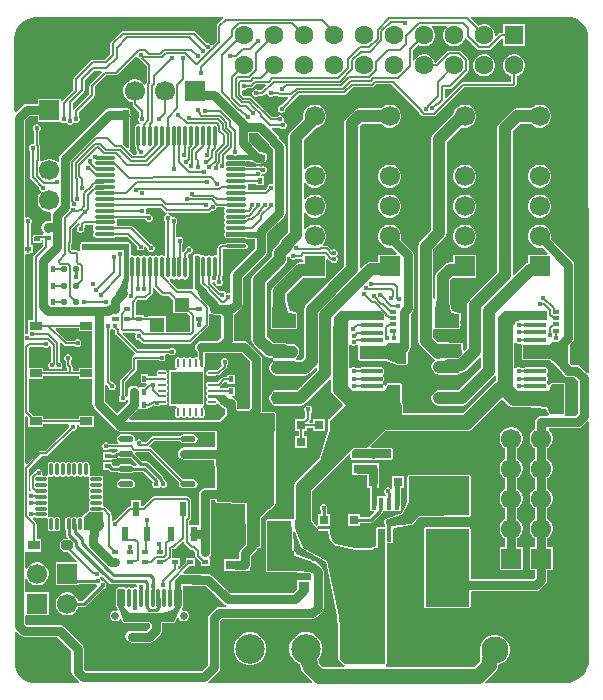
<source format=gtl>
G04*
G04 #@! TF.GenerationSoftware,Altium Limited,Altium Designer,21.0.8 (223)*
G04*
G04 Layer_Physical_Order=1*
G04 Layer_Color=255*
%FSLAX25Y25*%
%MOIN*%
G70*
G04*
G04 #@! TF.SameCoordinates,F2A8CEE9-D926-4100-BC22-0473D3AB1F95*
G04*
G04*
G04 #@! TF.FilePolarity,Positive*
G04*
G01*
G75*
%ADD12C,0.01500*%
%ADD14C,0.01000*%
%ADD17C,0.00700*%
%ADD20R,0.01968X0.01575*%
%ADD21O,0.05118X0.01968*%
%ADD22R,0.01575X0.01968*%
%ADD23R,0.03937X0.03150*%
G04:AMPARAMS|DCode=24|XSize=39.37mil|YSize=31.5mil|CornerRadius=0mil|HoleSize=0mil|Usage=FLASHONLY|Rotation=0.000|XOffset=0mil|YOffset=0mil|HoleType=Round|Shape=Octagon|*
%AMOCTAGOND24*
4,1,8,0.01968,-0.00787,0.01968,0.00787,0.01181,0.01575,-0.01181,0.01575,-0.01968,0.00787,-0.01968,-0.00787,-0.01181,-0.01575,0.01181,-0.01575,0.01968,-0.00787,0.0*
%
%ADD24OCTAGOND24*%

%ADD25O,0.07087X0.01181*%
%ADD26O,0.01181X0.07087*%
%ADD27O,0.07480X0.01575*%
%ADD28R,0.07480X0.01575*%
%ADD29R,0.03937X0.02756*%
%ADD30R,0.11024X0.10630*%
G04:AMPARAMS|DCode=31|XSize=12mil|YSize=38mil|CornerRadius=3mil|HoleSize=0mil|Usage=FLASHONLY|Rotation=270.000|XOffset=0mil|YOffset=0mil|HoleType=Round|Shape=RoundedRectangle|*
%AMROUNDEDRECTD31*
21,1,0.01200,0.03200,0,0,270.0*
21,1,0.00600,0.03800,0,0,270.0*
1,1,0.00600,-0.01600,-0.00300*
1,1,0.00600,-0.01600,0.00300*
1,1,0.00600,0.01600,0.00300*
1,1,0.00600,0.01600,-0.00300*
%
%ADD31ROUNDEDRECTD31*%
G04:AMPARAMS|DCode=32|XSize=12mil|YSize=38mil|CornerRadius=3mil|HoleSize=0mil|Usage=FLASHONLY|Rotation=0.000|XOffset=0mil|YOffset=0mil|HoleType=Round|Shape=RoundedRectangle|*
%AMROUNDEDRECTD32*
21,1,0.01200,0.03200,0,0,0.0*
21,1,0.00600,0.03800,0,0,0.0*
1,1,0.00600,0.00300,-0.01600*
1,1,0.00600,-0.00300,-0.01600*
1,1,0.00600,-0.00300,0.01600*
1,1,0.00600,0.00300,0.01600*
%
%ADD32ROUNDEDRECTD32*%
G04:AMPARAMS|DCode=33|XSize=59.06mil|YSize=11.81mil|CornerRadius=2.95mil|HoleSize=0mil|Usage=FLASHONLY|Rotation=90.000|XOffset=0mil|YOffset=0mil|HoleType=Round|Shape=RoundedRectangle|*
%AMROUNDEDRECTD33*
21,1,0.05906,0.00591,0,0,90.0*
21,1,0.05315,0.01181,0,0,90.0*
1,1,0.00591,0.00295,0.02657*
1,1,0.00591,0.00295,-0.02657*
1,1,0.00591,-0.00295,-0.02657*
1,1,0.00591,-0.00295,0.02657*
%
%ADD33ROUNDEDRECTD33*%
%ADD34R,0.03000X0.03000*%
%ADD35R,0.03000X0.03000*%
%ADD36R,0.03500X0.05000*%
%ADD37R,0.01700X0.03850*%
%ADD38R,0.03543X0.08268*%
%ADD39R,0.12598X0.08268*%
%ADD40R,0.02362X0.05118*%
%ADD41R,0.03500X0.03500*%
%ADD42R,0.09843X0.05906*%
G04:AMPARAMS|DCode=43|XSize=20mil|YSize=20mil|CornerRadius=5mil|HoleSize=0mil|Usage=FLASHONLY|Rotation=90.000|XOffset=0mil|YOffset=0mil|HoleType=Round|Shape=RoundedRectangle|*
%AMROUNDEDRECTD43*
21,1,0.02000,0.01000,0,0,90.0*
21,1,0.01000,0.02000,0,0,90.0*
1,1,0.01000,0.00500,0.00500*
1,1,0.01000,0.00500,-0.00500*
1,1,0.01000,-0.00500,-0.00500*
1,1,0.01000,-0.00500,0.00500*
%
%ADD43ROUNDEDRECTD43*%
%ADD44O,0.00984X0.02756*%
%ADD45O,0.02756X0.00984*%
%ADD46R,0.10630X0.11024*%
%ADD47R,0.02362X0.01181*%
%ADD48R,0.02362X0.01575*%
%ADD49R,0.05118X0.04724*%
%ADD92C,0.03000*%
%ADD93C,0.00900*%
%ADD94C,0.04000*%
%ADD95C,0.05000*%
%ADD96C,0.06693*%
%ADD97R,0.06693X0.06693*%
%ADD98R,0.06693X0.06693*%
%ADD99C,0.09843*%
%ADD100C,0.02559*%
%ADD101O,0.03937X0.06299*%
%ADD102O,0.03937X0.08268*%
%ADD103C,0.06299*%
%ADD104R,0.06299X0.06299*%
%ADD105C,0.09055*%
%ADD106R,0.09055X0.09055*%
%ADD107C,0.02400*%
%ADD108C,0.01600*%
%ADD109C,0.02100*%
G36*
X62521Y214612D02*
X60613Y212703D01*
X60425Y212422D01*
X60359Y212090D01*
Y207018D01*
X59101Y205760D01*
X58511Y205877D01*
X58501Y205902D01*
X58135Y206268D01*
X57657Y206466D01*
X57140D01*
X57104Y206450D01*
X53441Y210113D01*
X53160Y210301D01*
X52828Y210367D01*
X29000D01*
X28668Y210301D01*
X28387Y210113D01*
X25187Y206913D01*
X24999Y206632D01*
X24933Y206300D01*
Y202659D01*
X23141Y200867D01*
X19000D01*
X18668Y200801D01*
X18387Y200613D01*
X12887Y195113D01*
X12699Y194832D01*
X12633Y194500D01*
Y190859D01*
X8887Y187113D01*
X8846Y187052D01*
X8347Y187204D01*
Y187846D01*
X654D01*
Y186130D01*
X-3000D01*
X-3780Y185975D01*
X-4442Y185532D01*
X-6555Y183420D01*
X-7055Y183627D01*
X-7066Y207902D01*
X-7071Y207946D01*
X-6938Y209300D01*
X-6530Y210646D01*
X-5867Y211886D01*
X-4975Y212974D01*
X-3887Y213866D01*
X-2647Y214529D01*
X-1301Y214937D01*
X-386Y215027D01*
X99Y215065D01*
X599Y215065D01*
X62314Y215111D01*
X62521Y214612D01*
D02*
G37*
G36*
X178409Y215070D02*
X179760Y214660D01*
X181005Y213995D01*
X182096Y213099D01*
X182992Y212008D01*
X183657Y210763D01*
X184067Y209412D01*
X184157Y208492D01*
X184195Y208008D01*
Y208003D01*
X184195Y207508D01*
X184361Y96564D01*
X183861Y96356D01*
X181685Y98532D01*
X181023Y98975D01*
X180243Y99130D01*
X178845D01*
X178041Y99933D01*
Y105748D01*
X178041Y105748D01*
X178942Y106649D01*
X179384Y107310D01*
X179539Y108091D01*
Y112756D01*
Y116890D01*
Y132591D01*
X179384Y133371D01*
X178942Y134032D01*
X171750Y141224D01*
X171846Y141584D01*
Y142597D01*
X171584Y143575D01*
X171078Y144452D01*
X170362Y145168D01*
X169485Y145675D01*
X168506Y145937D01*
X167494D01*
X166515Y145675D01*
X165638Y145168D01*
X164922Y144452D01*
X164416Y143575D01*
X164154Y142597D01*
Y141584D01*
X164416Y140606D01*
X164922Y139729D01*
X165638Y139013D01*
X166515Y138506D01*
X167494Y138244D01*
X168506D01*
X168866Y138340D01*
X170808Y136399D01*
X170616Y135937D01*
X164154D01*
Y133176D01*
X163769Y133099D01*
X162942Y132546D01*
X159549Y129154D01*
X159049Y129361D01*
Y177035D01*
X161556Y179542D01*
X165109D01*
X165638Y179013D01*
X166515Y178506D01*
X167494Y178244D01*
X168506D01*
X169485Y178506D01*
X170362Y179013D01*
X171078Y179729D01*
X171584Y180606D01*
X171846Y181584D01*
Y182597D01*
X171584Y183575D01*
X171078Y184452D01*
X170362Y185169D01*
X169485Y185675D01*
X168506Y185937D01*
X167494D01*
X166515Y185675D01*
X165638Y185169D01*
X165109Y184640D01*
X160500D01*
X159525Y184446D01*
X158698Y183893D01*
X154698Y179893D01*
X154145Y179066D01*
X153951Y178091D01*
Y130056D01*
X144698Y120802D01*
X144145Y119975D01*
X143951Y119000D01*
Y104801D01*
X143005Y103854D01*
X142540Y104040D01*
X142493Y105952D01*
X142450Y106050D01*
X142447Y106158D01*
X142413Y106234D01*
X142335Y106308D01*
X142325Y106331D01*
X142303Y106339D01*
X142269Y106372D01*
X142236Y106405D01*
X142227Y106428D01*
X142204Y106437D01*
X142128Y106514D01*
X142051Y106546D01*
X141944Y106546D01*
X141845Y106588D01*
X134286Y106624D01*
X134279Y106635D01*
X134038Y106796D01*
X133878Y106955D01*
X133768Y107121D01*
X133709Y107160D01*
X133679Y107224D01*
X133024Y107810D01*
X132549Y108285D01*
Y110715D01*
X132632Y110800D01*
X132951Y110999D01*
X133049Y111008D01*
X133068Y111000D01*
X133131D01*
X133211Y110967D01*
X133256D01*
X133275Y110959D01*
X140892D01*
X140992Y111000D01*
X141100D01*
X141176Y111031D01*
X141176Y111031D01*
X141176D01*
X141252Y111108D01*
X141275Y111117D01*
X141285Y111141D01*
X141359Y111215D01*
X141383Y111225D01*
X141392Y111248D01*
X141469Y111324D01*
Y111324D01*
X141469Y111324D01*
X141500Y111400D01*
Y111508D01*
X141541Y111608D01*
Y111928D01*
X141598Y112013D01*
X141698Y112516D01*
X141598Y113018D01*
X141541Y113104D01*
Y113787D01*
X141673D01*
Y116362D01*
X141376D01*
X141373Y116365D01*
X141257Y116413D01*
X141237Y116443D01*
X141196Y116471D01*
X141145Y116481D01*
X141097Y116513D01*
X141042Y116524D01*
X141001Y116552D01*
X138942Y116964D01*
X138242Y119764D01*
Y127345D01*
X139092Y128195D01*
X141654D01*
X141899Y128244D01*
X146846D01*
Y135937D01*
X139154D01*
Y133293D01*
X138036D01*
X137061Y133099D01*
X136234Y132547D01*
X133890Y130203D01*
X133338Y129376D01*
X133144Y128401D01*
Y121198D01*
X133049Y121115D01*
X132549Y121341D01*
Y137535D01*
X136302Y141288D01*
X136855Y142115D01*
X137049Y143091D01*
Y173488D01*
X138678Y175117D01*
X139356Y175570D01*
X142128Y178342D01*
X142494Y178244D01*
X143506D01*
X144485Y178506D01*
X145362Y179013D01*
X146078Y179729D01*
X146584Y180606D01*
X146846Y181584D01*
Y182597D01*
X146584Y183575D01*
X146078Y184452D01*
X145362Y185169D01*
X144485Y185675D01*
X143506Y185937D01*
X142494D01*
X141515Y185675D01*
X140638Y185169D01*
X139922Y184452D01*
X139416Y183575D01*
X139154Y182597D01*
Y182578D01*
X136204Y179628D01*
X135526Y179175D01*
X132698Y176347D01*
X132145Y175520D01*
X131951Y174544D01*
Y144146D01*
X128198Y140393D01*
X127645Y139566D01*
X127451Y138591D01*
Y107229D01*
X127645Y106253D01*
X128198Y105426D01*
X131316Y102308D01*
X131428Y102233D01*
X131513Y102130D01*
X132564Y101278D01*
X132947Y101076D01*
X132973Y100577D01*
X132698Y100393D01*
X132145Y99566D01*
X131951Y98591D01*
X132145Y97615D01*
X132698Y96788D01*
X133525Y96236D01*
X133559Y96229D01*
X133978Y95949D01*
X134480Y95849D01*
X140386D01*
X140888Y95949D01*
X141314Y96233D01*
X141454Y96443D01*
X141747D01*
X142723Y96637D01*
X143550Y97190D01*
X147951Y101591D01*
X148451Y101384D01*
Y98180D01*
X140958Y90687D01*
X140903D01*
X140888Y90697D01*
X140386Y90797D01*
X134480D01*
X133978Y90697D01*
X133634Y90467D01*
X133525Y90446D01*
X132698Y89893D01*
X132145Y89066D01*
X131951Y88091D01*
X132145Y87115D01*
X132698Y86288D01*
X133525Y85736D01*
X134500Y85542D01*
X137433D01*
X137670Y85589D01*
X142014D01*
X142990Y85783D01*
X143816Y86335D01*
X152802Y95321D01*
X152974Y95578D01*
X153474Y95427D01*
Y93842D01*
X152987Y93640D01*
X152360Y93159D01*
X142318Y83117D01*
X122467D01*
Y85000D01*
X122364Y85783D01*
X122062Y86513D01*
X122041Y86540D01*
Y92483D01*
X122000Y92582D01*
Y92690D01*
X121968Y92766D01*
X121968Y92766D01*
Y92766D01*
X121892Y92842D01*
X121883Y92866D01*
X121859Y92875D01*
X121785Y92950D01*
X121775Y92973D01*
X121752Y92983D01*
X121676Y93059D01*
X121676D01*
X121676Y93059D01*
X121599Y93090D01*
X121492D01*
X121392Y93132D01*
X117522D01*
X117506Y93125D01*
X117504Y93126D01*
X117437Y93098D01*
X117351Y93104D01*
X117351Y93104D01*
X117333Y93098D01*
X117238Y93015D01*
X117121Y92967D01*
X117108Y92953D01*
X117075Y92874D01*
X117021Y92827D01*
X117020Y92826D01*
X117020Y92825D01*
X117006Y92813D01*
X116721Y92243D01*
X116198Y92314D01*
X116165Y92475D01*
X115881Y92901D01*
X115805Y92951D01*
Y93553D01*
X115881Y93603D01*
X116165Y94029D01*
X116265Y94531D01*
X116165Y95034D01*
X115881Y95460D01*
X115805Y95510D01*
Y96112D01*
X115881Y96162D01*
X116165Y96588D01*
X116265Y97091D01*
X116165Y97593D01*
X115881Y98019D01*
X115455Y98303D01*
X114953Y98403D01*
X109047D01*
X108545Y98303D01*
X108119Y98019D01*
X108078Y97957D01*
X106972D01*
X106736Y98193D01*
X106259Y98391D01*
X105741D01*
X105264Y98193D01*
X105026Y97955D01*
X104526Y98136D01*
Y105661D01*
X105026Y105868D01*
X105238Y105656D01*
X105716Y105458D01*
X106233D01*
X106711Y105656D01*
X107077Y106021D01*
X107083Y106035D01*
X107101Y106034D01*
X107459Y105590D01*
Y101198D01*
X107500Y101099D01*
Y100991D01*
X107531Y100915D01*
X107532Y100915D01*
Y100915D01*
X107608Y100839D01*
X107617Y100815D01*
X107641Y100806D01*
X107715Y100731D01*
X107725Y100708D01*
X107748Y100698D01*
X107824Y100622D01*
X107825D01*
X107825Y100622D01*
X107901Y100591D01*
X108008D01*
X108108Y100549D01*
X116900D01*
X120719Y99085D01*
X120819Y99088D01*
X120913Y99049D01*
X123392D01*
X123492Y99090D01*
X123600D01*
X123676Y99122D01*
X123676Y99122D01*
X123676D01*
X123752Y99198D01*
X123775Y99208D01*
X123785Y99231D01*
X123859Y99306D01*
X123883Y99316D01*
X123892Y99339D01*
X123969Y99415D01*
Y99415D01*
X123969Y99415D01*
X124000Y99491D01*
Y99599D01*
X124041Y99698D01*
Y103429D01*
X124041Y103429D01*
X124379Y103767D01*
X124821Y104428D01*
X124976Y105209D01*
Y112756D01*
Y116045D01*
X125442Y116511D01*
X125884Y117172D01*
X126039Y117953D01*
Y135687D01*
X125884Y136467D01*
X125442Y137129D01*
X121665Y140906D01*
X121846Y141584D01*
Y142597D01*
X121584Y143575D01*
X121078Y144452D01*
X120362Y145168D01*
X119485Y145675D01*
X118506Y145937D01*
X117494D01*
X116515Y145675D01*
X115638Y145168D01*
X114922Y144452D01*
X114416Y143575D01*
X114154Y142597D01*
Y141584D01*
X114416Y140606D01*
X114922Y139729D01*
X115638Y139013D01*
X116515Y138506D01*
X117494Y138244D01*
X118506D01*
X118548Y138255D01*
X120404Y136399D01*
X120213Y135937D01*
X114154D01*
Y133540D01*
X111855D01*
X110879Y133345D01*
X110052Y132793D01*
X108549Y131290D01*
X108049Y131497D01*
Y178692D01*
X108899Y179542D01*
X115109D01*
X115638Y179013D01*
X116515Y178506D01*
X117494Y178244D01*
X118506D01*
X119485Y178506D01*
X120362Y179013D01*
X121078Y179729D01*
X121584Y180606D01*
X121846Y181584D01*
Y182597D01*
X121584Y183575D01*
X121078Y184452D01*
X120362Y185169D01*
X119485Y185675D01*
X118506Y185937D01*
X117494D01*
X116515Y185675D01*
X115638Y185169D01*
X115109Y184640D01*
X107843D01*
X106868Y184446D01*
X106041Y183893D01*
X103698Y181550D01*
X103145Y180723D01*
X102951Y179747D01*
Y132056D01*
X90198Y119302D01*
X89645Y118475D01*
X89451Y117500D01*
Y101490D01*
X88601Y100640D01*
X87146D01*
X86966Y100825D01*
X86747Y101280D01*
X87020Y101689D01*
X87169Y101788D01*
X87721Y102615D01*
X87915Y103591D01*
X87721Y104566D01*
X87169Y105393D01*
X86773Y105657D01*
X86747Y105696D01*
X86321Y105981D01*
X85819Y106080D01*
X85664D01*
X85366Y106140D01*
X83774D01*
X83393Y106394D01*
X82417Y106588D01*
X79107D01*
X77049Y108646D01*
Y126444D01*
X83180Y132575D01*
X83732Y133402D01*
X83926Y134377D01*
Y135123D01*
X84154Y135296D01*
X84539Y135161D01*
X84676Y135068D01*
X84851Y134643D01*
X85217Y134278D01*
X85695Y134080D01*
X86212D01*
X86690Y134278D01*
X86925Y134513D01*
X88394D01*
X88654Y134565D01*
X88859Y134481D01*
X89154Y134264D01*
Y133293D01*
X88244D01*
X87269Y133099D01*
X86442Y132546D01*
X79324Y125428D01*
X78771Y124601D01*
X78577Y123626D01*
Y119312D01*
X78363Y116202D01*
X78334Y116132D01*
Y111591D01*
X78493Y111209D01*
X78875Y111050D01*
X86708D01*
X87090Y111209D01*
X87249Y111591D01*
Y116091D01*
X87189Y116237D01*
X87158Y116392D01*
X87112Y116422D01*
X87090Y116474D01*
X86945Y116534D01*
X86814Y116622D01*
X84650Y117055D01*
X83733Y120722D01*
X83675Y120800D01*
Y122570D01*
X89300Y128195D01*
X91654D01*
X91900Y128244D01*
X96846D01*
Y134260D01*
X97308Y134451D01*
X97873Y133887D01*
X98154Y133699D01*
X98361Y133658D01*
X98398Y133570D01*
X98764Y133204D01*
X99241Y133007D01*
X99759D01*
X100236Y133204D01*
X100602Y133570D01*
X100800Y134048D01*
Y134565D01*
X100602Y135043D01*
X100288Y135356D01*
X100602Y135670D01*
X100800Y136148D01*
Y136665D01*
X100602Y137143D01*
X100236Y137509D01*
X99759Y137706D01*
X99241D01*
X98764Y137509D01*
X98740Y137485D01*
X97613Y138613D01*
X97332Y138801D01*
X97000Y138867D01*
X95923D01*
X95716Y139367D01*
X96078Y139729D01*
X96584Y140606D01*
X96846Y141584D01*
Y142597D01*
X96584Y143575D01*
X96078Y144452D01*
X95362Y145168D01*
X94485Y145675D01*
X93506Y145937D01*
X92494D01*
X91515Y145675D01*
X90638Y145168D01*
X89922Y144452D01*
X89877Y144374D01*
X89377Y144508D01*
Y149673D01*
X89877Y149807D01*
X89922Y149729D01*
X90638Y149013D01*
X91515Y148506D01*
X92494Y148244D01*
X93506D01*
X94485Y148506D01*
X95362Y149013D01*
X96078Y149729D01*
X96584Y150606D01*
X96846Y151584D01*
Y152597D01*
X96584Y153575D01*
X96078Y154452D01*
X95362Y155168D01*
X94485Y155675D01*
X93506Y155937D01*
X92494D01*
X91515Y155675D01*
X90638Y155168D01*
X89922Y154452D01*
X89877Y154374D01*
X89377Y154508D01*
Y159673D01*
X89877Y159807D01*
X89922Y159729D01*
X90638Y159013D01*
X91515Y158506D01*
X92494Y158244D01*
X93506D01*
X94485Y158506D01*
X95362Y159013D01*
X96078Y159729D01*
X96584Y160606D01*
X96846Y161584D01*
Y162597D01*
X96584Y163575D01*
X96078Y164452D01*
X95362Y165168D01*
X94485Y165675D01*
X93506Y165937D01*
X92494D01*
X91515Y165675D01*
X90638Y165168D01*
X89922Y164452D01*
X89877Y164374D01*
X89377Y164508D01*
Y174134D01*
X93487Y178244D01*
X93506D01*
X94485Y178506D01*
X95362Y179013D01*
X96078Y179729D01*
X96584Y180606D01*
X96846Y181584D01*
Y182597D01*
X96584Y183575D01*
X96078Y184452D01*
X95362Y185169D01*
X94485Y185675D01*
X93506Y185937D01*
X92494D01*
X91515Y185675D01*
X90638Y185169D01*
X89922Y184452D01*
X89416Y183575D01*
X89154Y182597D01*
Y181584D01*
X89252Y181218D01*
X85026Y176992D01*
X84473Y176165D01*
X84279Y175190D01*
Y143567D01*
X81867Y141155D01*
X81315Y140328D01*
X81213Y139818D01*
X79575Y138180D01*
X79022Y137353D01*
X78828Y136377D01*
Y135433D01*
X72698Y129302D01*
X72145Y128475D01*
X71951Y127500D01*
Y107591D01*
X72145Y106615D01*
X72698Y105788D01*
X76249Y102237D01*
X77076Y101684D01*
X78051Y101490D01*
X78845D01*
X78985Y101280D01*
X79061Y101230D01*
Y100628D01*
X78985Y100578D01*
X78701Y100152D01*
X78629Y99790D01*
X78145Y99066D01*
X77951Y98091D01*
X78145Y97115D01*
X78698Y96288D01*
X79525Y95736D01*
X80500Y95542D01*
X89657D01*
X90632Y95736D01*
X91459Y96288D01*
X93451Y98280D01*
X93951Y98073D01*
Y97389D01*
X87202Y90640D01*
X86253D01*
X85819Y90726D01*
X79914D01*
X79411Y90626D01*
X78985Y90342D01*
X78701Y89916D01*
X78696Y89890D01*
X78145Y89066D01*
X77951Y88091D01*
X78145Y87115D01*
X78698Y86288D01*
X78780Y86233D01*
X78985Y85926D01*
X79411Y85642D01*
X79914Y85542D01*
X80499D01*
X80500Y85542D01*
X88258D01*
X89233Y85736D01*
X90060Y86288D01*
X97974Y94203D01*
X98474Y93995D01*
Y91098D01*
X98577Y90315D01*
X98879Y89585D01*
X99360Y88959D01*
X102281Y86038D01*
X102379Y85932D01*
X102381Y85890D01*
X102317Y85379D01*
X98071Y81299D01*
X97718Y81000D01*
X97655D01*
Y81000D01*
X97559D01*
X97515Y80544D01*
X97515Y80544D01*
X97514Y80463D01*
X97515Y80458D01*
X97496Y80413D01*
Y77579D01*
X94713Y68294D01*
X86860Y60441D01*
X86379Y59814D01*
X86077Y59084D01*
X85974Y58301D01*
Y47921D01*
X85972Y47916D01*
X85961Y47910D01*
X85936Y47842D01*
X85676Y47698D01*
X85356Y47690D01*
X85329Y47714D01*
X85324Y47716D01*
X85323Y47716D01*
X85323Y47716D01*
X85242Y47750D01*
X85148D01*
X85130Y47758D01*
X85116D01*
X85116Y47758D01*
X85116Y47758D01*
X85035Y47791D01*
X77358D01*
X77258Y47750D01*
X77151D01*
X77074Y47719D01*
X77074Y47719D01*
X77074D01*
X76998Y47642D01*
X76975Y47633D01*
X76965Y47609D01*
X76891Y47535D01*
X76867Y47525D01*
X76858Y47502D01*
X76782Y47426D01*
Y47425D01*
X76782Y47425D01*
X76750Y47349D01*
Y47242D01*
X76709Y47142D01*
Y36750D01*
Y30608D01*
X76750Y30508D01*
Y30400D01*
X76782Y30324D01*
X76782Y30324D01*
Y30324D01*
X76858Y30248D01*
X76867Y30225D01*
X76891Y30215D01*
X76965Y30141D01*
X76975Y30117D01*
X76998Y30108D01*
X77074Y30031D01*
X77074D01*
X77074Y30031D01*
X77151Y30000D01*
X77258D01*
X77358Y29959D01*
X87250D01*
Y29841D01*
X89553D01*
X89750Y29801D01*
X91398D01*
X91961Y29239D01*
Y27753D01*
X91750Y27341D01*
X87250D01*
Y25038D01*
X87211Y24841D01*
Y24602D01*
X85648Y23039D01*
X64845D01*
X58942Y28942D01*
X58280Y29384D01*
X57500Y29539D01*
X55063D01*
X55058Y29541D01*
X49397D01*
X49205Y30003D01*
X51242Y32039D01*
X52984D01*
Y34614D01*
X50016D01*
Y33265D01*
X47856Y31105D01*
X47681Y31137D01*
X47367Y31323D01*
Y32039D01*
X47984D01*
Y34614D01*
X45873D01*
X45826Y34648D01*
X45522Y35114D01*
X45533Y35169D01*
Y37633D01*
X45970D01*
X46301Y37699D01*
X46583Y37887D01*
X49062Y40366D01*
X49343Y40250D01*
X49527Y40124D01*
X49590Y39808D01*
X49777Y39527D01*
X51607Y37698D01*
X51888Y37510D01*
X52219Y37444D01*
X52478D01*
X53284Y36638D01*
Y35480D01*
X53350Y35148D01*
X53537Y34867D01*
X55016Y33389D01*
Y32039D01*
X57984D01*
Y34614D01*
X57918D01*
X57767Y35114D01*
X57942Y35231D01*
X58384Y35893D01*
X58539Y36673D01*
Y42732D01*
Y53961D01*
X59959D01*
Y53658D01*
X60000Y53559D01*
Y53451D01*
X60032Y53375D01*
X60108Y53298D01*
X60117Y53276D01*
X60140Y53266D01*
X60173Y53233D01*
X60205Y53199D01*
X60214Y53176D01*
X60236Y53166D01*
X60310Y53088D01*
X60386Y53054D01*
X60494Y53051D01*
X60592Y53007D01*
X69891Y52737D01*
X70081Y39465D01*
X68476Y37860D01*
X68034Y37199D01*
X67879Y36418D01*
Y34460D01*
X66900D01*
X66703Y34421D01*
X62900D01*
Y30421D01*
X66703D01*
X66900Y30382D01*
X69600D01*
X69797Y30421D01*
X71600D01*
Y31656D01*
X71802Y31959D01*
X71958Y32739D01*
Y35574D01*
X73942Y37558D01*
X74256Y38029D01*
X74279D01*
X74370Y38066D01*
X74370D01*
X74370Y38066D01*
X74379Y38070D01*
X74488Y38070D01*
X74577Y38108D01*
X74668Y38146D01*
X74743Y38221D01*
X74752Y38225D01*
X74752Y38225D01*
X74753Y38225D01*
X74753Y38225D01*
X74753Y38226D01*
X74845Y38264D01*
X75047Y38467D01*
X75085Y38560D01*
X75086Y38560D01*
X75086Y38561D01*
X75090Y38569D01*
X75164Y38645D01*
X75201Y38736D01*
X75238Y38826D01*
X75238Y38931D01*
X75242Y38941D01*
Y38942D01*
X75241Y38943D01*
X75279Y39035D01*
X75222Y47957D01*
X78108Y50842D01*
X78108Y50842D01*
X79807Y52541D01*
X79820Y52573D01*
X79820Y52573D01*
X79848Y52640D01*
X79924Y52716D01*
X80000Y52900D01*
X80000Y53008D01*
X80041Y53107D01*
Y71495D01*
X80262Y82527D01*
X80227Y82617D01*
X80227Y82618D01*
X80227Y82619D01*
X80227Y82620D01*
X80227Y82620D01*
X80227Y82623D01*
X80222Y82635D01*
X80223Y82740D01*
X80188Y82827D01*
X80188Y82827D01*
X80154Y82915D01*
X80081Y82991D01*
X80076Y83004D01*
X80074Y83006D01*
X80074Y83006D01*
X80073Y83006D01*
X80073Y83007D01*
X80072Y83007D01*
X80036Y83097D01*
X79833Y83304D01*
X79745Y83341D01*
X79745Y83342D01*
X79743Y83342D01*
X79743Y83343D01*
X79743Y83344D01*
X79741Y83346D01*
X79728Y83351D01*
X79654Y83425D01*
X79567Y83461D01*
X79567D01*
X79480Y83498D01*
X79376Y83499D01*
X79364Y83504D01*
X79361Y83504D01*
X79361Y83504D01*
X79360Y83504D01*
X79358Y83504D01*
X79358Y83504D01*
X79268Y83541D01*
X75791D01*
X75474Y83928D01*
X75539Y84257D01*
Y101090D01*
X75539Y101090D01*
X75436Y101609D01*
X75384Y101871D01*
X75384Y101871D01*
X75384Y101871D01*
X74942Y102532D01*
X70942Y106532D01*
X70942Y106532D01*
X70280Y106974D01*
X70280Y106974D01*
X69853Y107059D01*
X69500Y107130D01*
X66342D01*
X66024Y107516D01*
X66039Y107591D01*
X66039Y107591D01*
Y115867D01*
X66685Y116299D01*
X68442Y118056D01*
X68884Y118718D01*
X69039Y119498D01*
Y128155D01*
X76671Y135787D01*
X77113Y136448D01*
X77268Y137229D01*
Y142974D01*
X80699Y146406D01*
X80852Y146508D01*
X82742Y148398D01*
X83184Y149059D01*
X83339Y149840D01*
X83339Y149840D01*
Y171833D01*
X83339Y171833D01*
X83184Y172614D01*
X82742Y173275D01*
X81120Y174897D01*
X81091Y175042D01*
X80649Y175703D01*
X78681Y177671D01*
X78872Y178133D01*
X81428D01*
X81664Y177898D01*
X82141Y177700D01*
X82659D01*
X83136Y177898D01*
X83502Y178264D01*
X83700Y178741D01*
Y179259D01*
X83502Y179736D01*
X83136Y180102D01*
X83015Y180152D01*
X82666Y180331D01*
X82765Y180756D01*
X82800Y180841D01*
Y181359D01*
X82602Y181836D01*
X82236Y182202D01*
X81759Y182400D01*
X81241D01*
X80764Y182202D01*
X80428Y181867D01*
X78838D01*
X72242Y188463D01*
X71961Y188651D01*
X71629Y188717D01*
X69578D01*
X68767Y189528D01*
Y190526D01*
X69267Y190861D01*
X69291Y190850D01*
X69809D01*
X70286Y191048D01*
X70622Y191384D01*
X71801D01*
X72132Y191450D01*
X72414Y191638D01*
X73409Y192633D01*
X76621D01*
X76812Y192171D01*
X75258Y190617D01*
X74472D01*
X74243Y190846D01*
X73766Y191043D01*
X73248D01*
X72771Y190846D01*
X72405Y190480D01*
X72207Y190002D01*
Y189485D01*
X72405Y189007D01*
X72771Y188641D01*
X73248Y188443D01*
X73766D01*
X74243Y188641D01*
X74486Y188884D01*
X75617D01*
X75949Y188950D01*
X76230Y189138D01*
X76700Y189608D01*
X76956Y189548D01*
X77227Y189427D01*
X77398Y189014D01*
X77764Y188648D01*
X78241Y188450D01*
X78759D01*
X79236Y188648D01*
X79472Y188884D01*
X80508D01*
X80704Y188688D01*
X80985Y188500D01*
X81317Y188434D01*
X84055D01*
X84246Y187972D01*
X82074Y185800D01*
X81741D01*
X81264Y185602D01*
X80898Y185236D01*
X80700Y184759D01*
Y184241D01*
X80898Y183764D01*
X81264Y183398D01*
X81741Y183200D01*
X82259D01*
X82736Y183398D01*
X83102Y183764D01*
X83300Y184241D01*
Y184574D01*
X87859Y189133D01*
X102945D01*
X103276Y189199D01*
X103557Y189387D01*
X105904Y191734D01*
X112151D01*
X112483Y191800D01*
X112764Y191988D01*
X113409Y192633D01*
X118632D01*
X127719Y183546D01*
X127728Y183498D01*
X127916Y183216D01*
X128883Y182250D01*
X129164Y182062D01*
X129496Y181996D01*
X129578D01*
X129641Y181983D01*
X132850D01*
X133182Y182049D01*
X133463Y182237D01*
X142859Y191633D01*
X159090D01*
X159422Y191699D01*
X159703Y191887D01*
X160113Y192297D01*
X160301Y192578D01*
X160367Y192910D01*
Y195454D01*
X160909Y195599D01*
X161741Y196080D01*
X162420Y196759D01*
X162901Y197591D01*
X163150Y198520D01*
Y199480D01*
X162901Y200409D01*
X162420Y201241D01*
X161741Y201920D01*
X160909Y202401D01*
X159980Y202650D01*
X159020D01*
X158091Y202401D01*
X157259Y201920D01*
X156580Y201241D01*
X156099Y200409D01*
X155850Y199480D01*
Y198520D01*
X156099Y197591D01*
X156580Y196759D01*
X157259Y196080D01*
X158091Y195599D01*
X158633Y195454D01*
Y193367D01*
X142500D01*
X142168Y193301D01*
X141887Y193113D01*
X136829Y188054D01*
X136367Y188245D01*
Y191133D01*
X138156D01*
X138488Y191199D01*
X138769Y191387D01*
X144112Y196730D01*
X144300Y197012D01*
X144366Y197343D01*
Y200657D01*
X144300Y200988D01*
X144112Y201270D01*
X141770Y203612D01*
X141488Y203800D01*
X141157Y203866D01*
X137843D01*
X137512Y203800D01*
X137231Y203612D01*
X133516Y199898D01*
X133022Y199957D01*
X132901Y200409D01*
X132420Y201241D01*
X131741Y201920D01*
X130909Y202401D01*
X129981Y202650D01*
X129020D01*
X128091Y202401D01*
X127259Y201920D01*
X126580Y201241D01*
X126159Y200513D01*
X125659Y200607D01*
Y203934D01*
X127605Y205880D01*
X128091Y205599D01*
X129020Y205350D01*
X129981D01*
X130909Y205599D01*
X131741Y206080D01*
X132420Y206759D01*
X132901Y207591D01*
X133150Y208520D01*
Y209481D01*
X132901Y210409D01*
X132420Y211241D01*
X132028Y211633D01*
X132236Y212133D01*
X136765D01*
X136972Y211633D01*
X136580Y211241D01*
X136099Y210409D01*
X135850Y209481D01*
Y208520D01*
X136099Y207591D01*
X136580Y206759D01*
X137259Y206080D01*
X138091Y205599D01*
X139020Y205350D01*
X139980D01*
X140909Y205599D01*
X141741Y206080D01*
X142420Y206759D01*
X142901Y207591D01*
X142994Y207938D01*
X143031Y207966D01*
X143547Y208071D01*
X147231Y204388D01*
X147512Y204200D01*
X147843Y204134D01*
X151157D01*
X151488Y204200D01*
X151769Y204388D01*
X155350Y207968D01*
X155850Y207761D01*
Y205350D01*
X163150D01*
Y212650D01*
X155850D01*
Y209867D01*
X155156D01*
X154825Y209801D01*
X154543Y209613D01*
X153650Y208719D01*
X153150Y208926D01*
Y209481D01*
X152901Y210409D01*
X152420Y211241D01*
X151741Y211920D01*
X150909Y212401D01*
X149980Y212650D01*
X149020D01*
X148091Y212401D01*
X147605Y212120D01*
X145014Y214712D01*
X145205Y215174D01*
X177007Y215197D01*
X177052Y215203D01*
X178409Y215070D01*
D02*
G37*
G36*
X33884Y201847D02*
X33898Y201814D01*
X34264Y201448D01*
X34378Y201400D01*
X34387Y201387D01*
X34668Y201199D01*
X34713Y201190D01*
X34722Y201146D01*
X34909Y200865D01*
X37086Y198688D01*
Y193444D01*
X36991Y193348D01*
X36803Y193067D01*
X36737Y192735D01*
Y192720D01*
X36237Y192586D01*
X36078Y192862D01*
X35362Y193578D01*
X34485Y194084D01*
X33506Y194346D01*
X32494D01*
X31515Y194084D01*
X30638Y193578D01*
X29922Y192862D01*
X29416Y191985D01*
X29154Y191006D01*
Y189994D01*
X29416Y189015D01*
X29922Y188138D01*
X30638Y187422D01*
X31515Y186916D01*
X32341Y186695D01*
Y186103D01*
X32407Y185772D01*
X32595Y185491D01*
X34633Y183452D01*
Y181972D01*
X34398Y181736D01*
X34200Y181259D01*
Y180741D01*
X34398Y180264D01*
X34764Y179898D01*
X34921Y179833D01*
X34973Y179801D01*
X34965Y179687D01*
X34868Y179592D01*
X34442Y179362D01*
X34173Y179415D01*
X33748Y179330D01*
X33387Y179089D01*
X33146Y178729D01*
X33061Y178303D01*
Y172398D01*
X33146Y171972D01*
X33387Y171611D01*
X33399Y171604D01*
Y170978D01*
X33399Y170978D01*
X33399Y170978D01*
X33420Y170869D01*
X33465Y170647D01*
X33465Y170647D01*
X33465Y170646D01*
X33566Y170494D01*
X33652Y170365D01*
X33652Y170365D01*
X33652Y170365D01*
X33717Y170300D01*
X33700Y170259D01*
Y169741D01*
X33710Y169717D01*
X33376Y169217D01*
X32606D01*
X31212Y170611D01*
X31185Y170867D01*
X31326Y171203D01*
X31338Y171208D01*
X31379Y171307D01*
X31455Y171383D01*
X31500Y171491D01*
Y171599D01*
X31541Y171698D01*
Y181704D01*
X31613Y181810D01*
X31768Y182591D01*
X31613Y183371D01*
X31541Y183478D01*
Y183983D01*
X31500Y184082D01*
Y184190D01*
X31468Y184266D01*
X31468Y184266D01*
Y184266D01*
X31392Y184342D01*
X31383Y184366D01*
X31359Y184375D01*
X31285Y184450D01*
X31275Y184473D01*
X31252Y184483D01*
X31176Y184559D01*
X31176D01*
X31176Y184559D01*
X31100Y184590D01*
X30992D01*
X30892Y184632D01*
X29000D01*
X28996Y184630D01*
X24591D01*
X24591Y184630D01*
X23810Y184475D01*
X23149Y184033D01*
X23149Y184033D01*
X8405Y169288D01*
X7963Y168627D01*
X7807Y167846D01*
Y166840D01*
X7307Y166632D01*
X6862Y167078D01*
X5985Y167584D01*
X5006Y167846D01*
X3994D01*
X3015Y167584D01*
X2138Y167078D01*
X2022Y166961D01*
X1481Y167077D01*
X1459Y167106D01*
X1517Y167396D01*
Y172183D01*
X1451Y172515D01*
X1263Y172796D01*
X1170Y172889D01*
Y177100D01*
X1480Y177409D01*
X1678Y177887D01*
Y178404D01*
X1480Y178882D01*
X1114Y179248D01*
X636Y179446D01*
X119D01*
X-359Y179248D01*
X-724Y178882D01*
X-922Y178404D01*
Y177887D01*
X-724Y177409D01*
X-563Y177248D01*
Y172919D01*
X-741Y172800D01*
X-1259D01*
X-1736Y172602D01*
X-2102Y172236D01*
X-2300Y171759D01*
Y171241D01*
X-2102Y170764D01*
X-1867Y170528D01*
Y161650D01*
X-1801Y161318D01*
X-1613Y161037D01*
X1170Y158254D01*
Y157921D01*
X1368Y157443D01*
X1734Y157077D01*
X1801Y156740D01*
X1422Y156362D01*
X916Y155485D01*
X654Y154506D01*
Y153494D01*
X916Y152515D01*
X1422Y151638D01*
X2138Y150922D01*
X3015Y150416D01*
X3994Y150154D01*
X4855D01*
X4966Y150077D01*
X5152Y149858D01*
X5232Y149696D01*
X5111Y149089D01*
Y147189D01*
X4000D01*
X3220Y147034D01*
X2558Y146592D01*
X2116Y145930D01*
X1961Y145150D01*
Y144847D01*
X2116Y144066D01*
X2558Y143405D01*
X2733Y143288D01*
X2582Y142788D01*
X2516D01*
Y142519D01*
X-181D01*
X-196Y142516D01*
X-985D01*
Y141970D01*
X-1048Y141652D01*
X-985Y141335D01*
Y139941D01*
X1984D01*
Y140786D01*
X2516D01*
Y140213D01*
X2573D01*
Y138889D01*
X-577Y135739D01*
X-765Y135457D01*
X-831Y135126D01*
Y114110D01*
X-2433D01*
Y110354D01*
X-2433Y110354D01*
X-2433D01*
X-2558Y109887D01*
X-2588Y109813D01*
Y109573D01*
X-3060Y109395D01*
X-3461Y109668D01*
Y135911D01*
X-3436Y135933D01*
X-2961Y136132D01*
X-2832Y136046D01*
X-2500Y135980D01*
X-2168Y136046D01*
X-1887Y136234D01*
X-1785Y136386D01*
X-1016D01*
Y138961D01*
X-1633D01*
Y146028D01*
X-1398Y146264D01*
X-1200Y146741D01*
Y147259D01*
X-1398Y147736D01*
X-1764Y148102D01*
X-2241Y148300D01*
X-2759D01*
X-2961Y148216D01*
X-3461Y148531D01*
Y180746D01*
X-2155Y182051D01*
X654D01*
Y180154D01*
X8347D01*
X8737Y179904D01*
X9215Y179706D01*
X9732D01*
X9912Y179781D01*
X10413Y179779D01*
X10779Y179413D01*
X11256Y179215D01*
X11773D01*
X12251Y179413D01*
X12617Y179779D01*
X13213Y179912D01*
X13241Y179900D01*
X13759D01*
X14236Y180098D01*
X14602Y180464D01*
X14800Y180941D01*
Y181459D01*
X14602Y181936D01*
X14367Y182172D01*
Y183308D01*
X19416Y188357D01*
X19604Y188638D01*
X19670Y188970D01*
Y191879D01*
X23424Y195633D01*
X26724D01*
X27055Y195699D01*
X27336Y195887D01*
X33394Y201944D01*
X33884Y201847D01*
D02*
G37*
G36*
X21973Y196633D02*
X18191Y192851D01*
X18003Y192570D01*
X17937Y192238D01*
Y189329D01*
X12887Y184279D01*
X12882Y184271D01*
X12382Y184423D01*
Y186306D01*
X16113Y190037D01*
X16301Y190318D01*
X16367Y190650D01*
Y194141D01*
X19359Y197133D01*
X21766D01*
X21973Y196633D01*
D02*
G37*
G36*
X30968Y184059D02*
X31000Y183983D01*
Y183478D01*
Y181704D01*
Y171698D01*
X30955Y171590D01*
X30232D01*
X29105Y172717D01*
X29000Y172787D01*
Y184090D01*
D01*
X30892D01*
X30968Y184059D01*
D02*
G37*
G36*
X76468Y169149D02*
X76500Y169073D01*
Y167646D01*
X76465Y167569D01*
X76465Y167560D01*
X76459Y167554D01*
X76427Y167476D01*
X76210Y167271D01*
X76130Y167244D01*
X76123Y167238D01*
X76115Y167238D01*
X76036Y167208D01*
X71000Y167500D01*
X68816Y167407D01*
X63898D01*
X63639Y167612D01*
X63500Y167757D01*
Y168897D01*
X63784Y169181D01*
X65713D01*
X65841Y169052D01*
X66319Y168854D01*
X66836D01*
X67314Y169052D01*
X67443Y169181D01*
X76392D01*
X76468Y169149D01*
D02*
G37*
G36*
X77294Y173290D02*
X77323Y173146D01*
X77765Y172484D01*
X79261Y170989D01*
Y159833D01*
X78761Y159499D01*
X78759Y159500D01*
X78241D01*
X77764Y159302D01*
X77398Y158936D01*
X77200Y158459D01*
Y158126D01*
X76417Y157343D01*
X70984D01*
X70728Y157843D01*
X70831Y157996D01*
X70915Y158421D01*
X70831Y158847D01*
X70713Y159023D01*
X70948Y159523D01*
X73539D01*
Y159016D01*
X76114D01*
Y161984D01*
X75606D01*
X75289Y162459D01*
X75628Y162795D01*
X76145D01*
X76623Y162993D01*
X76989Y163359D01*
X77186Y163837D01*
Y164354D01*
X76989Y164832D01*
X76623Y165198D01*
X76145Y165395D01*
X75628D01*
X75150Y165198D01*
X75126Y165174D01*
X75081Y165182D01*
X75004Y165234D01*
X74673Y165300D01*
X73306D01*
X72974Y165234D01*
X72913Y165193D01*
X70469D01*
X70229Y165354D01*
X69803Y165439D01*
X63898D01*
X63786Y165417D01*
X63568Y165596D01*
X63370Y166074D01*
X63342Y166102D01*
X63357Y166610D01*
X63566Y166790D01*
X63824Y166896D01*
X63898Y166866D01*
X68816D01*
X68827Y166871D01*
X68839Y166866D01*
X70996Y166958D01*
X72230Y166887D01*
X72377Y166739D01*
X73038Y166297D01*
X73819Y166142D01*
X74729D01*
X75509Y166297D01*
X76107Y166697D01*
X76108Y166697D01*
X76130Y166705D01*
X76228Y166702D01*
X76308Y166732D01*
X76308Y166732D01*
X76387Y166760D01*
X76461Y166826D01*
X76483Y166834D01*
X76490Y166839D01*
X76491Y166843D01*
X76495Y166844D01*
X76495Y166845D01*
X76581Y166878D01*
X76798Y167083D01*
X76836Y167166D01*
X76836Y167166D01*
X76838Y167170D01*
X76842Y167172D01*
X76842Y167172D01*
X76848Y167178D01*
X76857Y167199D01*
X76927Y167269D01*
X76959Y167347D01*
Y167347D01*
X76994Y167424D01*
X76997Y167523D01*
X77006Y167544D01*
X77006Y167553D01*
X77006Y167553D01*
X77005Y167557D01*
X77006Y167561D01*
X77006Y167561D01*
X77041Y167646D01*
Y169073D01*
X77000Y169173D01*
Y169281D01*
X76968Y169357D01*
X76968Y169357D01*
Y169357D01*
X76892Y169433D01*
X76883Y169456D01*
X76859Y169466D01*
X76785Y169541D01*
X76775Y169564D01*
X76752Y169573D01*
X76676Y169650D01*
X76676D01*
X76676Y169650D01*
X76600Y169681D01*
X76492D01*
X76392Y169722D01*
X76022D01*
X75509Y170065D01*
X74729Y170221D01*
X74663D01*
X71039Y173845D01*
Y176461D01*
X74124D01*
X77294Y173290D01*
D02*
G37*
G36*
X60627Y151649D02*
X62752D01*
X62988Y151149D01*
X62870Y150973D01*
X62786Y150547D01*
X62870Y150122D01*
X63016Y149903D01*
X63077Y149563D01*
X63016Y149223D01*
X62870Y149004D01*
X62786Y148579D01*
X62870Y148153D01*
X63111Y147792D01*
Y147396D01*
X62870Y147036D01*
X62786Y146610D01*
X62870Y146185D01*
X63016Y145966D01*
X63077Y145626D01*
X63016Y145286D01*
X62870Y145067D01*
X62786Y144642D01*
X62870Y144216D01*
X62981Y144050D01*
X63106Y143789D01*
X63075Y143412D01*
X63064Y143389D01*
X62870Y143099D01*
X62786Y142673D01*
X62870Y142248D01*
X63016Y142029D01*
X63023Y141964D01*
X63047Y141918D01*
X63102Y141873D01*
X63117Y141836D01*
X63142Y141826D01*
X63181Y141753D01*
X63181Y141753D01*
X63182Y141752D01*
X63576Y141428D01*
X63576Y141428D01*
X63576Y141428D01*
X63577Y141428D01*
X63595Y141423D01*
X63615Y141406D01*
X63704Y141379D01*
X63765Y141329D01*
X63779Y141324D01*
X63798Y141317D01*
X63878D01*
X63958Y141283D01*
X63987D01*
X64005Y141276D01*
X69750D01*
X70017Y141222D01*
X70050Y141200D01*
X70100Y141191D01*
X70146Y141160D01*
X70202Y141149D01*
X70245Y141120D01*
X70295Y141110D01*
X70341Y141091D01*
X70393D01*
X70446Y141069D01*
X70502D01*
X70548Y141049D01*
X73189D01*
Y138073D01*
X65558Y130442D01*
X65116Y129780D01*
X64961Y129000D01*
Y123337D01*
X64461Y123003D01*
X64459Y123003D01*
X63941D01*
X63548Y122841D01*
X63372Y123266D01*
X63006Y123632D01*
X62528Y123830D01*
X62011D01*
X61576Y123650D01*
X58903Y126323D01*
X59186Y126747D01*
X59297Y126701D01*
X59815D01*
X59865Y126496D01*
Y126393D01*
X60063Y125915D01*
X60429Y125549D01*
X60907Y125352D01*
X61424D01*
X61902Y125549D01*
X62267Y125915D01*
X62465Y126393D01*
Y126910D01*
X62267Y127388D01*
X62119Y127537D01*
Y128358D01*
X62301Y128630D01*
X62367Y128962D01*
Y137732D01*
X62505Y137870D01*
X63232D01*
X63472Y137709D01*
X63898Y137624D01*
X69803D01*
X70229Y137709D01*
X70589Y137950D01*
X70831Y138311D01*
X70915Y138736D01*
X70831Y139162D01*
X70589Y139522D01*
X70229Y139763D01*
X69803Y139848D01*
X63898D01*
X63472Y139763D01*
X63232Y139603D01*
X62146D01*
X61814Y139537D01*
X61533Y139349D01*
X60887Y138703D01*
X60699Y138422D01*
X60633Y138091D01*
Y135934D01*
X60247Y135669D01*
X60133Y135641D01*
X59764Y135714D01*
X59338Y135630D01*
X59119Y135483D01*
X58780Y135424D01*
X58440Y135483D01*
X58221Y135630D01*
X57795Y135714D01*
X57370Y135630D01*
X57151Y135484D01*
X56811Y135424D01*
X56471Y135484D01*
X56252Y135630D01*
X55827Y135714D01*
X55401Y135630D01*
X55129Y135642D01*
X54761Y135961D01*
X54677Y135989D01*
X54614Y136052D01*
X54521Y136090D01*
X54413Y136091D01*
X54314Y136132D01*
X53108D01*
X53008Y136091D01*
X52901D01*
X52824Y136059D01*
X52824Y136059D01*
X52824D01*
X52748Y135983D01*
X52725Y135973D01*
X52715Y135950D01*
X52641Y135875D01*
X52617Y135866D01*
X52608Y135842D01*
X52532Y135766D01*
Y135766D01*
X52532Y135766D01*
X52500Y135690D01*
Y135582D01*
X52459Y135483D01*
Y134611D01*
X52461Y134605D01*
X52461Y134602D01*
Y128697D01*
X52461Y128695D01*
X52459Y128688D01*
Y125031D01*
X52487Y124963D01*
Y124934D01*
X52500Y124903D01*
Y124824D01*
X52529Y124756D01*
Y124756D01*
X52550Y124684D01*
X52394Y124449D01*
X52168Y124301D01*
X51836Y124367D01*
X47534D01*
X44826Y127075D01*
X44894Y127645D01*
X45210Y127839D01*
X45340Y127816D01*
X45559Y127670D01*
X45984Y127585D01*
X46410Y127670D01*
X46629Y127816D01*
X46968Y127876D01*
X47308Y127816D01*
X47527Y127670D01*
X47953Y127585D01*
X48378Y127670D01*
X48597Y127816D01*
X48937Y127876D01*
X49277Y127816D01*
X49496Y127670D01*
X49921Y127585D01*
X50347Y127670D01*
X50708Y127911D01*
X50949Y128271D01*
X51033Y128697D01*
Y134602D01*
X50949Y135028D01*
X50788Y135268D01*
Y135884D01*
X51013Y136110D01*
X51384D01*
X51862Y136308D01*
X52227Y136673D01*
X52425Y137151D01*
Y137668D01*
X52227Y138146D01*
X51862Y138512D01*
X51384Y138710D01*
X50867D01*
X50389Y138512D01*
X50023Y138146D01*
X49825Y137668D01*
Y137373D01*
X49343Y136890D01*
X49196Y136905D01*
X48843Y137059D01*
Y139595D01*
X49102Y139854D01*
X49300Y140332D01*
Y140849D01*
X49102Y141327D01*
X48736Y141693D01*
X48259Y141891D01*
X47741D01*
X47351Y141729D01*
X47028Y141861D01*
X46851Y141987D01*
Y146103D01*
X47102Y146354D01*
X47300Y146832D01*
Y147349D01*
X47102Y147827D01*
X46736Y148193D01*
X46259Y148391D01*
X45741D01*
X45159Y148690D01*
X45102Y148827D01*
X44736Y149193D01*
X44259Y149391D01*
X44299Y149874D01*
X57688D01*
X57688Y149874D01*
X58019Y149940D01*
X58019Y149940D01*
X58019Y149940D01*
X58217Y150072D01*
X58300Y150128D01*
X58301Y150128D01*
X58301Y150128D01*
X58700Y150527D01*
X58741Y150510D01*
X59259D01*
X59736Y150707D01*
X60102Y151073D01*
X60300Y151551D01*
X60460Y151682D01*
X60627Y151649D01*
D02*
G37*
G36*
X43194Y150128D02*
X43476Y149940D01*
X43736Y149888D01*
X43741Y149391D01*
X43264Y149193D01*
X42898Y148827D01*
X42700Y148349D01*
Y147832D01*
X42898Y147354D01*
X43149Y147103D01*
Y135748D01*
X42649Y135512D01*
X42473Y135630D01*
X42047Y135714D01*
X41622Y135630D01*
X41403Y135484D01*
X41063Y135424D01*
X40723Y135484D01*
X40504Y135630D01*
X40079Y135714D01*
X39653Y135630D01*
X39434Y135483D01*
X39094Y135424D01*
X38755Y135483D01*
X38536Y135630D01*
X38110Y135714D01*
X37685Y135630D01*
X37466Y135484D01*
X37126Y135424D01*
X36786Y135484D01*
X36567Y135630D01*
X36142Y135714D01*
X35716Y135630D01*
X35497Y135483D01*
X35157Y135424D01*
X34818Y135483D01*
X34599Y135630D01*
X34173Y135714D01*
X33748Y135630D01*
X33529Y135484D01*
X33189Y135424D01*
X32849Y135484D01*
X32630Y135630D01*
X32205Y135714D01*
X32194Y135712D01*
X31695Y136123D01*
X31699Y139129D01*
X31657Y139228D01*
X31657Y139336D01*
X31618Y139431D01*
X31553Y139496D01*
X31523Y139583D01*
X31500Y139609D01*
Y139690D01*
X31468Y139766D01*
X31468Y139766D01*
Y139766D01*
X31392Y139842D01*
X31383Y139866D01*
X31359Y139875D01*
X31285Y139950D01*
X31275Y139973D01*
X31252Y139983D01*
X31176Y140059D01*
X31176D01*
X31176Y140059D01*
X31100Y140091D01*
X30992D01*
X30892Y140132D01*
X15608D01*
X15569Y140116D01*
X15500D01*
X15439Y140091D01*
X15401D01*
X15362Y140074D01*
X14984D01*
Y139635D01*
X14959Y139574D01*
Y137591D01*
X14984Y137530D01*
Y137365D01*
X14549Y137015D01*
X14479Y137028D01*
X14198Y137215D01*
X13866Y137282D01*
X12119D01*
X11958Y137443D01*
Y139568D01*
X11963Y139573D01*
X12151Y139854D01*
X12217Y140186D01*
Y144491D01*
X14217Y146491D01*
X14678Y146245D01*
X14652Y146115D01*
Y145763D01*
X14264Y145602D01*
X13898Y145236D01*
X13700Y144759D01*
Y144241D01*
X13898Y143764D01*
X14264Y143398D01*
X14741Y143200D01*
X15259D01*
X15736Y143398D01*
X16102Y143764D01*
X16300Y144241D01*
Y144759D01*
X16263Y144847D01*
X16319Y144931D01*
X16385Y145262D01*
Y145744D01*
X19051D01*
X19287Y145244D01*
X19170Y145067D01*
X19085Y144642D01*
X19170Y144216D01*
X19411Y143856D01*
Y143459D01*
X19170Y143099D01*
X19085Y142673D01*
X19170Y142248D01*
X19411Y141887D01*
X19771Y141646D01*
X20197Y141561D01*
X26102D01*
X26528Y141646D01*
X26768Y141806D01*
X30558D01*
X33700Y138665D01*
Y138332D01*
X33898Y137854D01*
X34264Y137488D01*
X34741Y137291D01*
X35259D01*
X35736Y137488D01*
X36102Y137854D01*
X36300Y138332D01*
Y138358D01*
X36800Y138565D01*
X37200Y138165D01*
Y137832D01*
X37398Y137354D01*
X37764Y136988D01*
X38241Y136791D01*
X38759D01*
X39236Y136988D01*
X39602Y137354D01*
X39800Y137832D01*
Y138349D01*
X39602Y138827D01*
X39236Y139193D01*
X38759Y139391D01*
X38426D01*
X32562Y145255D01*
X32280Y145442D01*
X31949Y145508D01*
X27248D01*
X27012Y146008D01*
X27130Y146185D01*
X27214Y146610D01*
X27130Y147036D01*
X27012Y147212D01*
X27248Y147712D01*
X36600D01*
X36748Y147354D01*
X37114Y146988D01*
X37591Y146791D01*
X38109D01*
X38586Y146988D01*
X38952Y147354D01*
X39150Y147832D01*
Y148349D01*
X38952Y148827D01*
X38586Y149193D01*
X38109Y149391D01*
X37591D01*
X37494Y149350D01*
X37450Y149380D01*
X37118Y149445D01*
X36900D01*
X36776Y149616D01*
X36640Y149945D01*
X36800Y150332D01*
Y150849D01*
X36728Y151024D01*
X37058Y151524D01*
X41798D01*
X43194Y150128D01*
D02*
G37*
G36*
X76500Y141590D02*
X70548D01*
X70502Y141610D01*
X70446D01*
X70400Y141640D01*
X70351Y141650D01*
X70229Y141732D01*
X69803Y141817D01*
X64005D01*
X63987Y141824D01*
X63958D01*
X63937Y141842D01*
X63922Y141847D01*
X63920Y141847D01*
X63525Y142171D01*
X63525Y142173D01*
X63500Y142219D01*
Y143067D01*
X63536Y143120D01*
X63563Y143177D01*
X63577Y143184D01*
X63589Y143229D01*
X63594Y143234D01*
X63604Y143262D01*
X63613Y143281D01*
X64013Y143530D01*
X69803D01*
X70108Y143590D01*
X76500D01*
Y141590D01*
D02*
G37*
G36*
X54407Y135552D02*
X54775Y135233D01*
X54774Y134901D01*
X54715Y134602D01*
Y128697D01*
X54766Y128438D01*
X54766Y128228D01*
X54960Y127868D01*
Y126476D01*
X55026Y126145D01*
X55214Y125863D01*
X56669Y124408D01*
X56569Y123918D01*
X54500Y123091D01*
X53068Y124841D01*
X53047Y124912D01*
X53029Y124934D01*
Y124963D01*
X53000Y125031D01*
Y128688D01*
X53002Y128697D01*
Y134602D01*
X53000Y134611D01*
Y135483D01*
X53032Y135559D01*
X53108Y135591D01*
X54314D01*
X54407Y135552D01*
D02*
G37*
G36*
X30968Y139559D02*
X31000Y139483D01*
Y139358D01*
X31118Y139224D01*
X31157Y139129D01*
X31152Y134900D01*
X31093Y134602D01*
Y128697D01*
X31144Y128439D01*
X31144Y128228D01*
X30500Y123091D01*
X27068Y122661D01*
X26795Y123081D01*
X28000Y125084D01*
X29378Y128091D01*
Y137591D01*
X15500D01*
D01*
Y139574D01*
X15569D01*
X15608Y139591D01*
X30892D01*
X30968Y139559D01*
D02*
G37*
G36*
X84208Y116591D02*
X86708Y116091D01*
Y111591D01*
X78875D01*
Y116132D01*
X78900D01*
X79208Y120591D01*
X83208D01*
X84208Y116591D01*
D02*
G37*
G36*
X137717Y119633D02*
X137717Y119633D01*
X137717D01*
X138417Y116832D01*
X138500Y116500D01*
X140894Y116021D01*
X140936Y115993D01*
X140991Y115982D01*
X141000Y115973D01*
Y111608D01*
X140969Y111531D01*
X140892Y111500D01*
X133275D01*
X133256Y111508D01*
X133211D01*
X133174Y111535D01*
X133168Y111540D01*
Y116041D01*
X133193D01*
X133500Y120500D01*
X137500D01*
X137717Y119633D01*
D02*
G37*
G36*
X41887Y122478D02*
X42168Y122290D01*
X42500Y122224D01*
X44315D01*
X45709Y120830D01*
Y116331D01*
X50601D01*
X51633Y115299D01*
Y110468D01*
X51320Y110154D01*
X43559D01*
Y115362D01*
X38375D01*
X38291Y115379D01*
X38078D01*
X37995Y115362D01*
X37441D01*
Y115213D01*
X36118D01*
Y115634D01*
X33367D01*
Y119898D01*
X34214Y120745D01*
X36634D01*
X36966Y120811D01*
X37247Y120999D01*
X38723Y122475D01*
X38911Y122756D01*
X38977Y123088D01*
Y124731D01*
X39430Y124887D01*
X39477Y124888D01*
X41887Y122478D01*
D02*
G37*
G36*
X116000Y115947D02*
Y114091D01*
X104500D01*
X104000Y113591D01*
Y108590D01*
X99049D01*
Y109218D01*
X99500Y115000D01*
X99645Y115176D01*
X101559Y117090D01*
X114856Y117090D01*
X116000Y115947D01*
D02*
G37*
G36*
X170500Y114035D02*
X161036D01*
X160816Y113816D01*
X160741D01*
X160264Y113618D01*
X159898Y113252D01*
X159700Y112774D01*
Y112700D01*
X158965Y111964D01*
Y108535D01*
X154000D01*
X154000Y115000D01*
X156035Y117035D01*
X170500D01*
Y114035D01*
D02*
G37*
G36*
X58720Y115978D02*
X59500Y115823D01*
X60584D01*
X61193Y115701D01*
X61519D01*
X61961Y115260D01*
Y108435D01*
X60655Y107130D01*
X55181D01*
X54401Y106974D01*
X53739Y106532D01*
X53297Y105871D01*
X53142Y105090D01*
X53297Y104310D01*
X53739Y103648D01*
X54001Y103474D01*
X54100Y102045D01*
X53985Y101925D01*
X53623Y101704D01*
X53362Y101756D01*
X52975Y101679D01*
X52647Y101459D01*
X52109D01*
X51781Y101679D01*
X51394Y101756D01*
X51007Y101679D01*
X50679Y101459D01*
X50141D01*
X49812Y101679D01*
X49425Y101756D01*
X49038Y101679D01*
X48710Y101459D01*
X48172D01*
X47844Y101679D01*
X47457Y101756D01*
X47070Y101679D01*
X46742Y101459D01*
X46522Y101131D01*
X46445Y100744D01*
Y98972D01*
X46522Y98585D01*
X46742Y98257D01*
X46973Y98102D01*
X46891Y97606D01*
X46890Y97602D01*
X44594D01*
Y85579D01*
X46890D01*
X46893Y85572D01*
X46973Y85079D01*
X46742Y84924D01*
X46522Y84596D01*
X46445Y84209D01*
Y82437D01*
X46522Y82050D01*
X46742Y81722D01*
X47070Y81502D01*
X47457Y81425D01*
X47844Y81502D01*
X48172Y81722D01*
X48710D01*
X49038Y81502D01*
X49425Y81425D01*
X49812Y81502D01*
X50141Y81722D01*
X50679D01*
X51007Y81502D01*
X51394Y81425D01*
X51781Y81502D01*
X52109Y81722D01*
X52647D01*
X52975Y81502D01*
X53362Y81425D01*
X53749Y81502D01*
X54078Y81722D01*
X54616D01*
X54944Y81502D01*
X55331Y81425D01*
X55718Y81502D01*
X56046Y81722D01*
X56265Y82050D01*
X56342Y82437D01*
Y84209D01*
X56265Y84596D01*
X56046Y84924D01*
X55814Y85079D01*
X55895Y85572D01*
X55897Y85579D01*
X56224D01*
Y97602D01*
X56224Y97602D01*
X56005Y98102D01*
X56054Y98212D01*
X56130Y98289D01*
X56153Y98298D01*
X56163Y98321D01*
X56238Y98396D01*
X56261Y98406D01*
X56270Y98429D01*
X56347Y98505D01*
Y98505D01*
X56347Y98505D01*
X56378Y98581D01*
X56378Y98689D01*
X56419Y98788D01*
Y103051D01*
X68655D01*
X71461Y100246D01*
Y85102D01*
X70898Y84539D01*
X67385D01*
X67232Y84693D01*
Y86295D01*
X67077Y87076D01*
X66635Y87737D01*
X65973Y88179D01*
X65312Y88311D01*
X65362Y88811D01*
X66578D01*
Y91779D01*
X64003D01*
Y91418D01*
X61684D01*
X61532Y91918D01*
X61597Y91962D01*
X63064Y93429D01*
X63905D01*
Y92811D01*
X66480D01*
Y95780D01*
X63905D01*
Y95162D01*
X62705D01*
X62373Y95096D01*
X62092Y94908D01*
X60625Y93441D01*
X60052D01*
X59950Y93509D01*
X59563Y93586D01*
X57791D01*
X57404Y93509D01*
X57076Y93290D01*
X56857Y92962D01*
X56780Y92575D01*
X56857Y92188D01*
X57076Y91860D01*
Y91321D01*
X56857Y90993D01*
X56780Y90606D01*
X56857Y90219D01*
X57032Y89957D01*
X57036Y89947D01*
X57107Y89650D01*
X57112Y89613D01*
X57076Y89353D01*
X56857Y89025D01*
X56780Y88638D01*
X56857Y88251D01*
X57000Y88036D01*
Y87991D01*
X57045Y87884D01*
X57070Y87473D01*
X56981Y87242D01*
X56857Y87056D01*
X56780Y86669D01*
X56857Y86282D01*
X57076Y85954D01*
X57404Y85735D01*
X57791Y85658D01*
X59563D01*
X59950Y85735D01*
X60278Y85954D01*
X60433Y86185D01*
X60813Y86254D01*
X60999Y86238D01*
X61058Y86149D01*
X62353Y84854D01*
X63015Y84411D01*
X63153Y84384D01*
Y83848D01*
X63288Y83174D01*
X63185Y82660D01*
X61406Y80880D01*
X31351D01*
X31160Y81342D01*
X34170Y84353D01*
X34288Y84529D01*
X34788Y84377D01*
Y84311D01*
X37363D01*
Y84928D01*
X37961D01*
X37961Y84928D01*
X37961Y84928D01*
X38084Y84953D01*
X38293Y84994D01*
X38293Y84994D01*
X38293Y84994D01*
X38467Y85111D01*
X38574Y85182D01*
X38574Y85182D01*
X38574Y85182D01*
X39037Y85646D01*
X39602Y85650D01*
X39764Y85488D01*
X40241Y85291D01*
X40759D01*
X41236Y85488D01*
X41405Y85658D01*
X43028D01*
X43415Y85735D01*
X43743Y85954D01*
X43962Y86282D01*
X44039Y86669D01*
X43962Y87056D01*
X43743Y87384D01*
Y87923D01*
X43962Y88251D01*
X44039Y88638D01*
X43962Y89025D01*
X43743Y89353D01*
Y89891D01*
X43962Y90219D01*
X44039Y90606D01*
X43962Y90993D01*
X43743Y91321D01*
Y91860D01*
X43962Y92188D01*
X44039Y92575D01*
X43962Y92962D01*
X43743Y93290D01*
Y93828D01*
X43962Y94156D01*
X44039Y94543D01*
X43962Y94930D01*
X43743Y95258D01*
Y95797D01*
X43962Y96125D01*
X44039Y96512D01*
X43962Y96899D01*
X43743Y97227D01*
X43415Y97446D01*
X43028Y97523D01*
X41256D01*
X40869Y97446D01*
X40541Y97227D01*
X40321Y96899D01*
X40244Y96512D01*
X40321Y96125D01*
X40449Y95933D01*
X40273Y95486D01*
X40228Y95433D01*
X37559D01*
Y96075D01*
X34984D01*
Y93106D01*
X36859D01*
X37066Y92606D01*
X36137Y91677D01*
X34788D01*
Y91611D01*
X34288Y91459D01*
X34170Y91635D01*
X33509Y92077D01*
X32729Y92232D01*
X31948Y92077D01*
X31287Y91635D01*
X30845Y90973D01*
X30689Y90193D01*
Y88625D01*
X30189Y88525D01*
X30102Y88736D01*
X29867Y88972D01*
Y93477D01*
X33563Y97173D01*
X33751Y97454D01*
X33817Y97786D01*
Y100724D01*
X41028D01*
X41264Y100488D01*
X41741Y100291D01*
X42259D01*
X42736Y100488D01*
X43102Y100854D01*
X43300Y101332D01*
Y101849D01*
X43145Y102224D01*
X43293Y102572D01*
X43412Y102724D01*
X44528D01*
X44764Y102489D01*
X45241Y102291D01*
X45759D01*
X46236Y102489D01*
X46602Y102854D01*
X46800Y103332D01*
Y103849D01*
X46602Y104327D01*
X46236Y104693D01*
X45759Y104891D01*
X45241D01*
X44764Y104693D01*
X44528Y104457D01*
X34009D01*
X29092Y109374D01*
X29299Y109874D01*
X33188D01*
X33395Y109374D01*
X33373Y109352D01*
X33175Y108874D01*
Y108357D01*
X33373Y107879D01*
X33739Y107513D01*
X34217Y107315D01*
X34550D01*
X35387Y106478D01*
X35668Y106290D01*
X36000Y106224D01*
X51500D01*
X51832Y106290D01*
X52113Y106478D01*
X57613Y111978D01*
X57801Y112259D01*
X57867Y112591D01*
Y115947D01*
X58367Y116214D01*
X58720Y115978D01*
D02*
G37*
G36*
X14496Y110354D02*
X18961D01*
Y98201D01*
X14496D01*
Y97190D01*
X12367D01*
Y98465D01*
X12301Y98796D01*
X12113Y99077D01*
X11717Y99474D01*
Y100528D01*
X11952Y100764D01*
X12150Y101241D01*
Y101759D01*
X11952Y102236D01*
X11586Y102602D01*
X11109Y102800D01*
X10591D01*
X10114Y102602D01*
X9748Y102236D01*
X9550Y101759D01*
Y101241D01*
X9748Y100764D01*
X9983Y100528D01*
Y99115D01*
X10049Y98783D01*
X10237Y98502D01*
X10633Y98106D01*
Y97190D01*
X2504D01*
Y98201D01*
X-2283D01*
Y104772D01*
X-1853Y105201D01*
X2460D01*
X2695Y104966D01*
X3173Y104768D01*
X3690D01*
X4168Y104966D01*
X4534Y105332D01*
X5006Y105184D01*
X5133Y105080D01*
Y100234D01*
X4814Y100102D01*
X4448Y99736D01*
X4250Y99259D01*
Y98741D01*
X4448Y98264D01*
X4814Y97898D01*
X5291Y97700D01*
X5809D01*
X6286Y97898D01*
X6600Y98211D01*
X6914Y97898D01*
X7391Y97700D01*
X7909D01*
X8386Y97898D01*
X8752Y98264D01*
X8950Y98741D01*
Y99259D01*
X8752Y99736D01*
X8386Y100102D01*
X8067Y100234D01*
Y106331D01*
X8062Y106356D01*
X8523Y106602D01*
X9387Y105737D01*
X9668Y105549D01*
X10000Y105483D01*
X13028D01*
X13264Y105248D01*
X13741Y105050D01*
X14259D01*
X14736Y105248D01*
X15102Y105614D01*
X15300Y106091D01*
Y106609D01*
X15102Y107086D01*
X14736Y107452D01*
X14259Y107650D01*
X13741D01*
X13264Y107452D01*
X13028Y107217D01*
X10359D01*
X6672Y110904D01*
X6863Y111366D01*
X14496D01*
Y110354D01*
D02*
G37*
G36*
X132663Y107407D02*
X132663Y107407D01*
X133318Y106820D01*
X133552Y106469D01*
X133978Y106185D01*
X134042Y106172D01*
X134141Y106084D01*
X141842Y106047D01*
X141919Y106015D01*
X141952Y105939D01*
X142028Y102877D01*
X140692Y101541D01*
X137835D01*
X137506Y101476D01*
X133488Y101448D01*
X129500Y105000D01*
X131770Y107723D01*
X132268Y107760D01*
X132663Y107407D01*
D02*
G37*
G36*
X177500Y105748D02*
X177500Y105748D01*
X177500Y105748D01*
Y99933D01*
Y99661D01*
X173500D01*
X172628Y100338D01*
Y100338D01*
X172215Y100659D01*
X171567Y101161D01*
X162675D01*
X162599Y101193D01*
X162567Y101269D01*
Y105661D01*
Y105661D01*
X171067D01*
X172067Y106661D01*
X177500D01*
Y105748D01*
D02*
G37*
G36*
X123500Y103429D02*
X123500Y103429D01*
X123500Y103429D01*
Y99698D01*
X123468Y99622D01*
X123392Y99590D01*
X120913D01*
X117000Y101091D01*
X108108D01*
X108032Y101122D01*
X108000Y101198D01*
Y105590D01*
Y105590D01*
X116500D01*
X117500Y106590D01*
X123500D01*
Y103429D01*
D02*
G37*
G36*
X55878Y103051D02*
Y101181D01*
Y98788D01*
X55847Y98712D01*
X55770Y98681D01*
X54878D01*
X54596Y102720D01*
X54540Y103512D01*
D01*
X54500Y104090D01*
Y106090D01*
X55878D01*
Y103051D01*
D02*
G37*
G36*
X25586Y111125D02*
X25764Y110948D01*
X26241Y110750D01*
X26331D01*
X26559Y110521D01*
Y109815D01*
X26625Y109483D01*
X26813Y109202D01*
X33037Y102978D01*
X33068Y102957D01*
X32965Y102521D01*
X32924Y102452D01*
X32618Y102391D01*
X32337Y102203D01*
X32149Y101922D01*
X32083Y101591D01*
Y98145D01*
X28387Y94449D01*
X28199Y94168D01*
X28133Y93836D01*
Y88972D01*
X27898Y88736D01*
X27700Y88259D01*
Y87741D01*
X27898Y87264D01*
X28264Y86898D01*
X28741Y86700D01*
X29259D01*
X29736Y86898D01*
X30102Y87264D01*
X30189Y87474D01*
X30689Y87375D01*
Y86640D01*
X27000Y82950D01*
X23039Y86911D01*
Y92528D01*
X23539Y92735D01*
X24200Y92074D01*
Y91741D01*
X24398Y91264D01*
X24764Y90898D01*
X25241Y90700D01*
X25759D01*
X26236Y90898D01*
X26602Y91264D01*
X26800Y91741D01*
Y92259D01*
X26602Y92736D01*
X26236Y93102D01*
X25759Y93300D01*
X25426D01*
X24867Y93859D01*
Y110918D01*
X25292Y111209D01*
X25586Y111125D01*
D02*
G37*
G36*
X64000Y88090D02*
X62000Y86090D01*
X60000Y88090D01*
X57545D01*
X57500Y88198D01*
Y89013D01*
X57504Y89019D01*
X57514Y89073D01*
X57532Y89091D01*
X63000D01*
X64000Y88090D01*
D02*
G37*
G36*
X176035Y92630D02*
X176067Y92554D01*
Y82739D01*
X176064Y82735D01*
X175578Y82661D01*
X171567D01*
X170500Y85091D01*
X162567Y85661D01*
X162567Y90161D01*
X171000Y90591D01*
X172055Y92637D01*
X172071Y92654D01*
X172094Y92661D01*
X175959D01*
X176035Y92630D01*
D02*
G37*
G36*
X160264Y106296D02*
X160741Y106098D01*
X161259D01*
X161612Y106244D01*
X161714Y106215D01*
X162026Y105661D01*
Y101269D01*
X162067Y101170D01*
Y101062D01*
X162099Y100986D01*
X162099Y100986D01*
Y100986D01*
X162175Y100910D01*
X162184Y100886D01*
X162208Y100877D01*
X162282Y100802D01*
X162292Y100779D01*
X162315Y100769D01*
X162391Y100693D01*
X162391D01*
X162391Y100693D01*
X162468Y100661D01*
X162575D01*
X162675Y100620D01*
X171382D01*
X171883Y100231D01*
X171883Y100231D01*
X172297Y99910D01*
X172297Y99910D01*
X172297Y99910D01*
X175546Y96660D01*
X175616Y96310D01*
X176058Y95649D01*
X176720Y95207D01*
X177500Y95051D01*
X179398D01*
X180681Y93768D01*
Y82935D01*
X179876Y82130D01*
X176889D01*
X176836Y82174D01*
X176548Y82594D01*
X176608Y82739D01*
Y92554D01*
X176567Y92653D01*
Y92761D01*
X176535Y92837D01*
X176535Y92837D01*
Y92837D01*
X176459Y92913D01*
X176450Y92936D01*
X176426Y92946D01*
X176352Y93021D01*
X176342Y93044D01*
X176319Y93054D01*
X176243Y93130D01*
X176242D01*
X176242Y93130D01*
X176166Y93161D01*
X176059D01*
X175959Y93203D01*
X172094D01*
X172074Y93194D01*
X172071Y93195D01*
X172070Y93195D01*
X172010Y93170D01*
X171929Y93177D01*
X171929Y93177D01*
X171906Y93170D01*
X171808Y93086D01*
X171689Y93037D01*
X171672Y93020D01*
X171672Y93020D01*
X171641Y92945D01*
X171591Y92903D01*
X171590Y92902D01*
X171590Y92899D01*
X171574Y92885D01*
X171286Y92327D01*
X170761Y92401D01*
X170732Y92545D01*
X170448Y92971D01*
X170372Y93022D01*
Y93624D01*
X170448Y93674D01*
X170732Y94100D01*
X170832Y94602D01*
X170732Y95105D01*
X170448Y95530D01*
X170372Y95581D01*
Y96183D01*
X170448Y96233D01*
X170732Y96659D01*
X170832Y97161D01*
X170732Y97664D01*
X170448Y98089D01*
X170022Y98374D01*
X169520Y98474D01*
X163614D01*
X163112Y98374D01*
X162686Y98089D01*
X162645Y98028D01*
X161972D01*
X161736Y98264D01*
X161259Y98461D01*
X160741D01*
X160264Y98264D01*
X160026Y98026D01*
X159526Y98207D01*
Y106352D01*
X160026Y106533D01*
X160264Y106296D01*
D02*
G37*
G36*
X74000Y83000D02*
X79268D01*
X79355Y82963D01*
X79358Y82963D01*
X79360Y82961D01*
X79447Y82925D01*
X79650Y82718D01*
X79684Y82630D01*
X79686Y82628D01*
X79686Y82625D01*
X79721Y82538D01*
X79500Y71500D01*
Y53107D01*
X79437Y52955D01*
Y52955D01*
X79437Y52955D01*
X79424Y52923D01*
X77725Y51225D01*
X74839Y48339D01*
X74839Y48339D01*
X74679Y48180D01*
X74738Y39031D01*
X74701Y38942D01*
Y38941D01*
X74700Y38940D01*
X74663Y38849D01*
X74461Y38646D01*
X74370Y38608D01*
X74370Y38607D01*
X74369D01*
X74279Y38570D01*
X70635D01*
X70424Y53263D01*
X60608Y53548D01*
X60532Y53582D01*
X60500Y53658D01*
X60500Y71633D01*
Y76802D01*
Y79500D01*
X61000Y80000D01*
X61500Y80000D01*
Y80000D01*
X65000Y83500D01*
X73500D01*
X74000Y83000D01*
D02*
G37*
G36*
X14496Y94445D02*
X18961D01*
Y86066D01*
X19116Y85286D01*
X19558Y84624D01*
X25558Y78624D01*
X26783Y77399D01*
X26783Y77399D01*
X27445Y76957D01*
X28225Y76802D01*
X59959D01*
Y71633D01*
X49500D01*
X48720Y71478D01*
X48058Y71036D01*
X47616Y70374D01*
X47461Y69594D01*
X47616Y68814D01*
X48058Y68152D01*
X48720Y67710D01*
X49500Y67555D01*
X59537D01*
Y65924D01*
X59692Y65143D01*
X59959Y64745D01*
X59959Y58039D01*
X56500D01*
X55720Y57884D01*
X55058Y57442D01*
X54616Y56780D01*
X54461Y56000D01*
Y46275D01*
X54421Y45791D01*
X51257D01*
Y47089D01*
X51644Y47476D01*
X51832Y47757D01*
X51898Y48089D01*
Y53911D01*
X51832Y54243D01*
X51644Y54524D01*
X51146Y55022D01*
X50865Y55210D01*
X50533Y55276D01*
X39409D01*
X39077Y55210D01*
X38796Y55022D01*
X35775Y52000D01*
X35181D01*
Y54193D01*
X31819D01*
Y52000D01*
X31634D01*
X31302Y51934D01*
X31021Y51747D01*
X26574Y47300D01*
X26241D01*
X25867Y47145D01*
X25519Y47294D01*
X25367Y47412D01*
Y49265D01*
X25301Y49597D01*
X25113Y49878D01*
X23328Y51663D01*
X23046Y51851D01*
X22715Y51917D01*
X22679D01*
X22406Y52337D01*
X22504Y52601D01*
X22566Y52913D01*
Y53513D01*
X22504Y53825D01*
X22327Y54089D01*
Y54304D01*
X22504Y54569D01*
X22566Y54881D01*
Y55481D01*
X22504Y55793D01*
X22366Y56165D01*
X22504Y56537D01*
X22566Y56850D01*
Y57450D01*
X22504Y57762D01*
X22327Y58026D01*
Y58241D01*
X22504Y58506D01*
X22566Y58818D01*
Y59418D01*
X22504Y59730D01*
X22366Y60102D01*
X22504Y60474D01*
X22566Y60787D01*
Y61387D01*
X22504Y61699D01*
X22327Y61963D01*
X22062Y62140D01*
X21750Y62202D01*
X18550D01*
X18380Y62169D01*
X18268Y62235D01*
X18054Y62449D01*
X17988Y62561D01*
X18021Y62731D01*
Y65931D01*
X17959Y66243D01*
X17782Y66508D01*
X17518Y66685D01*
X17206Y66747D01*
X16606D01*
X16294Y66685D01*
X16029Y66508D01*
X15814D01*
X15549Y66685D01*
X15237Y66747D01*
X14637D01*
X14325Y66685D01*
X13953Y66548D01*
X13581Y66685D01*
X13269Y66747D01*
X12669D01*
X12357Y66685D01*
X12092Y66508D01*
X11877D01*
X11612Y66685D01*
X11300Y66747D01*
X10700D01*
X10388Y66685D01*
X10016Y66548D01*
X9644Y66685D01*
X9332Y66747D01*
X8732D01*
X8420Y66685D01*
X8155Y66508D01*
X7940D01*
X7675Y66685D01*
X7363Y66747D01*
X6763D01*
X6451Y66685D01*
X6079Y66548D01*
X5707Y66685D01*
X5395Y66747D01*
X4795D01*
X4482Y66685D01*
X4218Y66508D01*
X4041Y66243D01*
X3979Y65931D01*
Y62731D01*
X4013Y62561D01*
X3946Y62449D01*
X3733Y62235D01*
X3620Y62169D01*
X3450Y62202D01*
X2618D01*
X2284Y62702D01*
X2300Y62741D01*
Y63259D01*
X2102Y63736D01*
X1736Y64102D01*
X1259Y64300D01*
X741D01*
X264Y64102D01*
X-102Y63736D01*
X-136Y63655D01*
X-267Y63629D01*
X-548Y63441D01*
X-1513Y62476D01*
X-1701Y62195D01*
X-1767Y61863D01*
Y58078D01*
X-1701Y57747D01*
X-1584Y57573D01*
X-1656Y57206D01*
X-1765Y57010D01*
X-1838Y56991D01*
X-2283Y57323D01*
Y64491D01*
X1990Y68764D01*
X3630D01*
X3962Y68830D01*
X4243Y69018D01*
X12426Y77200D01*
X12759D01*
X13236Y77398D01*
X13602Y77764D01*
X13800Y78241D01*
Y78759D01*
X13718Y78956D01*
X13996Y79395D01*
X14137Y79399D01*
X14496Y79051D01*
Y78445D01*
X19433D01*
Y82201D01*
X14496D01*
Y81190D01*
X2504D01*
Y82201D01*
X-617D01*
X-2283Y83868D01*
Y94445D01*
X2504D01*
Y95456D01*
X14496D01*
Y94445D01*
D02*
G37*
G36*
X118468Y70968D02*
X118500Y70892D01*
Y68108D01*
X118468Y68032D01*
X118392Y68000D01*
X105608D01*
X105532Y68032D01*
X105500Y68108D01*
Y69327D01*
Y70522D01*
X105978Y71000D01*
X118392D01*
X118468Y70968D01*
D02*
G37*
G36*
X157289Y85951D02*
X157289Y85951D01*
X157916Y85470D01*
X158646Y85168D01*
X159429Y85065D01*
X159429Y85065D01*
X163318D01*
X170136Y84574D01*
X170990Y82630D01*
X170753Y82171D01*
X170705Y82130D01*
X170705Y82130D01*
X168500D01*
X167720Y81975D01*
X167058Y81533D01*
X166616Y80871D01*
X166461Y80091D01*
Y77855D01*
X166138Y77668D01*
X165422Y76952D01*
X164916Y76075D01*
X164654Y75097D01*
Y74084D01*
X164916Y73106D01*
X165422Y72229D01*
X166138Y71513D01*
X166461Y71326D01*
Y67855D01*
X166138Y67668D01*
X165422Y66952D01*
X164916Y66075D01*
X164654Y65097D01*
Y64084D01*
X164916Y63106D01*
X165422Y62229D01*
X166138Y61513D01*
X166461Y61326D01*
Y57855D01*
X166138Y57669D01*
X165422Y56952D01*
X164916Y56075D01*
X164654Y55097D01*
Y54084D01*
X164916Y53106D01*
X165422Y52229D01*
X166138Y51513D01*
X166461Y51326D01*
Y47855D01*
X166138Y47668D01*
X165422Y46952D01*
X164916Y46075D01*
X164654Y45097D01*
Y44084D01*
X164916Y43106D01*
X165422Y42229D01*
X166138Y41513D01*
X166461Y41326D01*
Y38437D01*
X164654D01*
Y30744D01*
X166461D01*
Y28359D01*
X165898Y27797D01*
X145071D01*
X145041Y44393D01*
X145000Y44493D01*
X145000Y44600D01*
X144969Y44675D01*
X144969Y44675D01*
X144968Y44676D01*
X144968Y44676D01*
X144892Y44752D01*
X144882Y44776D01*
X144859Y44785D01*
X144822Y44823D01*
X144785Y44859D01*
X144775Y44883D01*
X144752Y44892D01*
X144676Y44968D01*
X144675Y44969D01*
X144675Y44969D01*
X144675Y44969D01*
X144599Y45000D01*
X144492D01*
X144392Y45041D01*
X130108D01*
X130008Y45000D01*
X129901D01*
X129824Y44969D01*
X129824Y44969D01*
X129824D01*
X129748Y44892D01*
X129725Y44883D01*
X129715Y44859D01*
X129641Y44785D01*
X129617Y44775D01*
X129608Y44752D01*
X129532Y44676D01*
Y44675D01*
X129532Y44675D01*
X129500Y44599D01*
Y44492D01*
X129459Y44392D01*
Y18608D01*
X129500Y18508D01*
Y18401D01*
X129532Y18324D01*
X129532Y18324D01*
Y18324D01*
X129608Y18248D01*
X129617Y18225D01*
X129641Y18215D01*
X129715Y18141D01*
X129725Y18117D01*
X129748Y18108D01*
X129824Y18032D01*
X129824D01*
X129824Y18032D01*
X129901Y18000D01*
X130008D01*
X130108Y17959D01*
X144085D01*
X144172Y17995D01*
X144172D01*
X144185Y18000D01*
X144293Y18000D01*
X144379Y18036D01*
X144379D01*
X144475Y18076D01*
X144551Y18152D01*
X144555Y18153D01*
X144555Y18153D01*
X144555Y18154D01*
X144555Y18154D01*
X144651Y18194D01*
X144853Y18395D01*
X144894Y18495D01*
X144970Y18572D01*
X145006Y18659D01*
X145006Y18659D01*
X145046Y18755D01*
X145046Y18861D01*
X145047Y18866D01*
X145047Y18866D01*
Y18866D01*
X145047Y18866D01*
X145087Y18962D01*
X145079Y23218D01*
X145432Y23718D01*
X166743D01*
X167523Y23873D01*
X168185Y24315D01*
X169942Y26073D01*
X170384Y26734D01*
X170539Y27515D01*
Y30744D01*
X172346D01*
Y38437D01*
X170539D01*
Y41326D01*
X170862Y41513D01*
X171578Y42229D01*
X172084Y43106D01*
X172346Y44084D01*
Y45097D01*
X172084Y46075D01*
X171578Y46952D01*
X170862Y47668D01*
X170539Y47855D01*
Y51326D01*
X170862Y51513D01*
X171578Y52229D01*
X172084Y53106D01*
X172346Y54084D01*
Y55097D01*
X172084Y56075D01*
X171578Y56952D01*
X170862Y57669D01*
X170539Y57855D01*
Y61326D01*
X170862Y61513D01*
X171578Y62229D01*
X172084Y63106D01*
X172346Y64084D01*
Y65097D01*
X172084Y66075D01*
X171578Y66952D01*
X170862Y67668D01*
X170539Y67855D01*
Y71326D01*
X170862Y71513D01*
X171578Y72229D01*
X172084Y73106D01*
X172346Y74084D01*
Y75097D01*
X172084Y76075D01*
X171578Y76952D01*
X170979Y77551D01*
X171140Y78038D01*
X171150Y78051D01*
X180720D01*
X181501Y78207D01*
X182162Y78649D01*
X183885Y80371D01*
X184385Y80164D01*
X184503Y1024D01*
X184511Y964D01*
X184363Y-535D01*
X183907Y-2039D01*
X183166Y-3425D01*
X182169Y-4640D01*
X180954Y-5637D01*
X179568Y-6378D01*
X178064Y-6835D01*
X176563Y-6982D01*
X176500Y-6974D01*
X150054D01*
X149847Y-6474D01*
X153201Y-3120D01*
X153201Y-3120D01*
X153682Y-2493D01*
X153984Y-1764D01*
X154087Y-980D01*
X154087Y-980D01*
Y-823D01*
X154941Y-594D01*
X156087Y68D01*
X157023Y1004D01*
X157685Y2150D01*
X158028Y3429D01*
Y4752D01*
X157685Y6031D01*
X157023Y7178D01*
X156087Y8114D01*
X154941Y8776D01*
X153662Y9118D01*
X152338D01*
X151059Y8776D01*
X149913Y8114D01*
X148977Y7178D01*
X148315Y6031D01*
X147973Y4752D01*
Y3429D01*
X148297Y2219D01*
X148139Y1838D01*
X148036Y1055D01*
Y273D01*
X146289Y-1474D01*
X116690D01*
X116688Y-1463D01*
X116676Y-969D01*
X116726Y-918D01*
X116812Y-883D01*
X116812Y-883D01*
X116838Y-857D01*
X116869Y-781D01*
X116883Y-775D01*
X116892Y-752D01*
X116969Y-676D01*
Y-676D01*
X116969Y-676D01*
X117000Y-599D01*
X117000Y-492D01*
X117041Y-392D01*
Y39700D01*
X119130D01*
Y44500D01*
D01*
Y44550D01*
X119428Y44926D01*
X125176Y45642D01*
X125246Y45681D01*
X125268Y45684D01*
X125292Y45698D01*
X125377Y45708D01*
X125446Y45747D01*
X125446Y45747D01*
X125518Y45781D01*
X125576Y45844D01*
X125601Y45856D01*
X125616Y45873D01*
X125688Y45906D01*
X127944Y48375D01*
X144395Y48458D01*
X144494Y48500D01*
X144602Y48500D01*
X144678Y48532D01*
X144754Y48609D01*
X144777Y48619D01*
X144787Y48642D01*
X144823Y48679D01*
X144860Y48715D01*
X144883Y48725D01*
X144892Y48748D01*
X144968Y48824D01*
X145000Y48900D01*
Y49008D01*
X145041Y49108D01*
Y61892D01*
X145000Y61992D01*
Y62099D01*
X144968Y62176D01*
X144968Y62176D01*
Y62176D01*
X144892Y62252D01*
X144883Y62275D01*
X144859Y62285D01*
X144785Y62359D01*
X144775Y62383D01*
X144752Y62392D01*
X144676Y62468D01*
X144676D01*
X144676Y62468D01*
X144599Y62500D01*
X144492D01*
X144392Y62541D01*
X124608D01*
X124508Y62500D01*
X124401D01*
X124325Y62468D01*
X124325Y62468D01*
X124324D01*
X124248Y62392D01*
X124225Y62383D01*
X124215Y62359D01*
X124141Y62285D01*
X124117Y62275D01*
X124108Y62252D01*
X124032Y62176D01*
Y62176D01*
X124031Y62176D01*
X124000Y62099D01*
Y61992D01*
X123959Y61892D01*
Y53628D01*
X123343Y52395D01*
X123343Y52395D01*
X122110Y49930D01*
X116682Y47852D01*
X116654Y47826D01*
X116597Y47804D01*
X116548Y47757D01*
X116503Y47740D01*
X116475Y47713D01*
X116464Y47688D01*
X116364Y47631D01*
X116346Y47566D01*
X116297Y47519D01*
X116294Y47405D01*
X116277Y47383D01*
X116266Y47345D01*
X116272Y47298D01*
X116254Y47232D01*
X116261Y47172D01*
X116251Y47135D01*
X116451Y45533D01*
X116263Y45041D01*
X114176D01*
X114077Y45000D01*
X113969D01*
X113893Y44969D01*
X113893Y44969D01*
X113893D01*
X113817Y44892D01*
X113793Y44883D01*
X113784Y44859D01*
X113709Y44785D01*
X113686Y44775D01*
X113676Y44752D01*
X113600Y44676D01*
Y44675D01*
X113600Y44675D01*
X113568Y44599D01*
Y44492D01*
X113527Y44392D01*
Y38666D01*
X111900Y38041D01*
X106552D01*
X106438Y38063D01*
X106438Y38063D01*
X100086Y39297D01*
X99384Y40000D01*
X99076Y40308D01*
X99000Y40384D01*
Y40492D01*
X98960Y40588D01*
X98960Y40615D01*
X98000Y42981D01*
Y44441D01*
X96197D01*
X96000Y44480D01*
X95803Y44441D01*
X94683D01*
X94305Y44500D01*
X94305D01*
X94305Y44500D01*
X94304Y44500D01*
X93848Y45122D01*
X94148Y45559D01*
X94416Y45559D01*
X98000D01*
Y49559D01*
X97020D01*
Y50681D01*
X97102Y50764D01*
X97300Y51241D01*
Y51759D01*
X97102Y52236D01*
X96736Y52602D01*
X96259Y52800D01*
X95741D01*
X95264Y52602D01*
X94898Y52236D01*
X94700Y51759D01*
Y51241D01*
X94898Y50764D01*
X94980Y50681D01*
Y49559D01*
X94000D01*
Y46014D01*
X94000Y45761D01*
X93500Y45597D01*
X92026Y47607D01*
Y57048D01*
X104497Y69519D01*
X104821Y69384D01*
X104959Y69274D01*
Y68108D01*
X105000Y68008D01*
Y67901D01*
X105032Y67824D01*
X105032Y67824D01*
Y67824D01*
X105108Y67748D01*
X105117Y67725D01*
X105141Y67715D01*
X105215Y67641D01*
X105225Y67617D01*
X105248Y67608D01*
X105324Y67532D01*
X105324D01*
X105324Y67532D01*
X105401Y67500D01*
X105508D01*
X105608Y67459D01*
X118392D01*
X118492Y67500D01*
X118599D01*
X118676Y67532D01*
X118676Y67532D01*
X118676D01*
X118752Y67608D01*
X118775Y67617D01*
X118785Y67641D01*
X118859Y67715D01*
X118883Y67725D01*
X118892Y67748D01*
X118968Y67824D01*
Y67824D01*
X118968Y67824D01*
X119000Y67901D01*
Y68008D01*
X119041Y68108D01*
Y70892D01*
X119000Y70992D01*
Y71099D01*
X118968Y71175D01*
X118968Y71175D01*
Y71176D01*
X118892Y71252D01*
X118883Y71275D01*
X118859Y71285D01*
X118785Y71359D01*
X118775Y71383D01*
X118752Y71392D01*
X118676Y71468D01*
X118676D01*
X118676Y71469D01*
X118599Y71500D01*
X118492D01*
X118392Y71541D01*
X114500D01*
Y71559D01*
X112697D01*
X112500Y71599D01*
X112303Y71559D01*
X111811D01*
X111613Y72059D01*
X116618Y77065D01*
X143571D01*
X144354Y77168D01*
X145084Y77470D01*
X145711Y77951D01*
X155500Y87740D01*
X157289Y85951D01*
D02*
G37*
G36*
X-2433Y81566D02*
Y78445D01*
X2504D01*
Y79456D01*
X10965D01*
X11282Y78956D01*
X11200Y78759D01*
Y78426D01*
X3272Y70497D01*
X1630D01*
X1299Y70431D01*
X1018Y70243D01*
X-2999Y66227D01*
X-3461Y66418D01*
Y81941D01*
X-2999Y82132D01*
X-2433Y81566D01*
D02*
G37*
G36*
X121468Y92559D02*
X121500Y92483D01*
Y86540D01*
Y82591D01*
X95057Y65925D01*
X94659Y66228D01*
X95232Y68138D01*
X98037Y77500D01*
Y80413D01*
X98055Y80452D01*
X98056Y80533D01*
X102780Y85074D01*
X108000Y90091D01*
X116500Y90591D01*
X117490Y92571D01*
X117504Y92584D01*
X117522Y92590D01*
X121392D01*
X121468Y92559D01*
D02*
G37*
G36*
X16294Y61978D02*
X16606Y61915D01*
X17206D01*
X17375Y61949D01*
X17488Y61882D01*
X17701Y61669D01*
X17768Y61556D01*
X17734Y61387D01*
Y60787D01*
X17796Y60474D01*
X17934Y60102D01*
X17796Y59730D01*
X17734Y59418D01*
Y58818D01*
X17796Y58506D01*
X17973Y58241D01*
Y58026D01*
X17796Y57762D01*
X17734Y57450D01*
Y56850D01*
X17796Y56537D01*
X17934Y56165D01*
X17796Y55793D01*
X17734Y55481D01*
Y54881D01*
X17796Y54569D01*
X17973Y54304D01*
Y54089D01*
X17796Y53825D01*
X17734Y53513D01*
Y52913D01*
X17796Y52600D01*
X17934Y52228D01*
X17796Y51856D01*
X17734Y51544D01*
Y50944D01*
X17796Y50632D01*
X17675Y50433D01*
X15740Y48981D01*
X15706Y48923D01*
X15698Y48921D01*
X15698Y48921D01*
X15691Y48909D01*
X15669Y48900D01*
X15669Y48900D01*
X15640Y48871D01*
X15612Y48803D01*
X15565Y48756D01*
X15552Y48724D01*
X15290Y48494D01*
X15004Y48447D01*
X14637D01*
X14325Y48385D01*
X13953Y48248D01*
X13581Y48385D01*
X13269Y48447D01*
X12669D01*
X12357Y48385D01*
X12092Y48208D01*
X11877D01*
X11612Y48385D01*
X11300Y48447D01*
X10700D01*
X10388Y48385D01*
X10123Y48208D01*
X9946Y47943D01*
X9884Y47631D01*
Y44431D01*
X9946Y44119D01*
X10031Y43992D01*
Y42599D01*
X10105Y42229D01*
X10315Y41914D01*
X10693Y41537D01*
X10502Y41075D01*
X9069D01*
X8032Y40037D01*
Y37963D01*
X9069Y36925D01*
X10755D01*
X13871Y33808D01*
X13680Y33346D01*
X6654D01*
Y25653D01*
X14346D01*
Y26150D01*
X20012D01*
X20094Y26067D01*
X20416Y25934D01*
X20565Y25500D01*
X20563Y25373D01*
X15709Y20520D01*
X14209D01*
X14084Y20985D01*
X13578Y21862D01*
X12862Y22578D01*
X11985Y23084D01*
X11006Y23346D01*
X9994D01*
X9015Y23084D01*
X8138Y22578D01*
X7422Y21862D01*
X6916Y20985D01*
X6654Y20006D01*
Y18994D01*
X6916Y18015D01*
X7422Y17138D01*
X8138Y16422D01*
X9015Y15916D01*
X9994Y15653D01*
X11006D01*
X11985Y15916D01*
X12862Y16422D01*
X13578Y17138D01*
X14084Y18015D01*
X14209Y18480D01*
X16131D01*
X16522Y18558D01*
X16852Y18779D01*
X22458Y24384D01*
X22574D01*
X23052Y24582D01*
X23418Y24948D01*
X23616Y25426D01*
Y25943D01*
X23418Y26421D01*
X23052Y26786D01*
X22574Y26984D01*
X22131D01*
Y27428D01*
X21933Y27906D01*
X21567Y28271D01*
X21561Y28303D01*
X21703Y28556D01*
X22292Y28644D01*
X24621Y26315D01*
X24935Y26105D01*
X25306Y26031D01*
X33396D01*
X33731Y25531D01*
X33710Y25483D01*
Y25423D01*
X33374Y24980D01*
X32783D01*
X32473Y24918D01*
X32466Y24914D01*
X32094Y24783D01*
X31723Y24914D01*
X31716Y24918D01*
X31405Y24980D01*
X30815D01*
X30505Y24918D01*
X30497Y24914D01*
X30234Y24821D01*
X29983Y24833D01*
X29754Y24914D01*
X29747Y24918D01*
X29743Y24919D01*
X29707Y24955D01*
X29599Y25000D01*
X29492Y25000D01*
X29392Y25041D01*
X27608D01*
X27508Y25000D01*
X27401D01*
X27325Y24969D01*
X27324Y24969D01*
X27248Y24892D01*
X27225Y24883D01*
X27215Y24859D01*
X27161Y24805D01*
X27123Y24790D01*
X27117Y24783D01*
X27104Y24750D01*
X27092Y24743D01*
X27079Y24723D01*
X27031Y24676D01*
X27031Y24676D01*
X27006Y24614D01*
X27006Y24614D01*
X27006Y24614D01*
X26916Y24480D01*
X26855Y24169D01*
Y18854D01*
X26916Y18544D01*
X27000Y18419D01*
Y18401D01*
X27007Y18384D01*
Y18384D01*
X27008Y18365D01*
X27017Y18349D01*
X27023Y18260D01*
X27063Y18180D01*
X27063Y18180D01*
X27064Y18162D01*
X27334Y17621D01*
X26976Y17228D01*
X26268D01*
X25614Y16957D01*
X25113Y16457D01*
X24843Y15803D01*
Y15095D01*
X25113Y14441D01*
X25614Y13940D01*
X26268Y13669D01*
X26976D01*
X27630Y13940D01*
X28074Y14384D01*
X28358Y14363D01*
X28605Y14278D01*
X28616Y14220D01*
X28763Y14000D01*
X28953Y13431D01*
X28965Y13417D01*
X28992Y13336D01*
X29050Y13268D01*
X29057Y13248D01*
X29069Y13234D01*
X29079Y13229D01*
X29122Y13124D01*
X29205Y13090D01*
X29263Y13023D01*
X29376Y13015D01*
X29384Y13007D01*
X29401Y13000D01*
X29423D01*
X29505Y12966D01*
X29591D01*
X29608Y12959D01*
X35500D01*
X35505Y12961D01*
X37746D01*
X38218Y12489D01*
Y11693D01*
X37065Y10539D01*
X32456D01*
X32000Y10630D01*
X31220Y10475D01*
X30558Y10033D01*
X30116Y9371D01*
X29961Y8591D01*
X30116Y7810D01*
X30558Y7149D01*
X30649Y7058D01*
X31310Y6616D01*
X32091Y6461D01*
X37909D01*
X38690Y6616D01*
X39351Y7058D01*
X41699Y9406D01*
X42141Y10068D01*
X42297Y10848D01*
Y12959D01*
X45978D01*
X45994Y12966D01*
X45996Y12965D01*
X46063Y12993D01*
X46149Y12987D01*
X46167Y12993D01*
X46262Y13075D01*
X46379Y13123D01*
X46393Y13137D01*
X46426Y13216D01*
X46480Y13264D01*
X46480Y13266D01*
X46494Y13278D01*
X47214Y14717D01*
X47763Y14697D01*
X47869Y14441D01*
X48370Y13940D01*
X49024Y13669D01*
X49732D01*
X50386Y13940D01*
X50886Y14441D01*
X51157Y15095D01*
Y15803D01*
X50886Y16457D01*
X50386Y16957D01*
X49732Y17228D01*
X49024D01*
X48666Y17621D01*
Y17621D01*
X48936Y18162D01*
X48937Y18180D01*
X48937Y18180D01*
X48977Y18260D01*
X48983Y18349D01*
X48992Y18365D01*
X48993Y18383D01*
X48993Y18384D01*
X48993Y18384D01*
X49000Y18401D01*
Y18419D01*
X49084Y18544D01*
X49145Y18854D01*
Y24169D01*
X49099Y24401D01*
Y25459D01*
X55058D01*
X55063Y25461D01*
X56655D01*
X62558Y19558D01*
X63220Y19116D01*
X63606Y19039D01*
X63557Y18539D01*
X61257D01*
X60477Y18384D01*
X59816Y17942D01*
X58058Y16184D01*
X57616Y15523D01*
X57461Y14743D01*
Y-807D01*
X55378Y-2890D01*
X16602D01*
X16039Y-2327D01*
Y4521D01*
X15884Y5302D01*
X15442Y5963D01*
X9463Y11942D01*
X8802Y12384D01*
X8021Y12539D01*
X-2898D01*
X-3461Y13102D01*
Y15201D01*
X-3346Y15653D01*
X-2961Y15653D01*
X4346D01*
Y23346D01*
X-2961D01*
X-3346Y23346D01*
X-3461Y23799D01*
Y27667D01*
X-2961Y27801D01*
X-2578Y27138D01*
X-1862Y26422D01*
X-985Y25916D01*
X-6Y25653D01*
X1006D01*
X1985Y25916D01*
X2862Y26422D01*
X3578Y27138D01*
X4084Y28015D01*
X4346Y28994D01*
Y30006D01*
X4084Y30985D01*
X3578Y31862D01*
X2862Y32578D01*
X1985Y33084D01*
X1006Y33346D01*
X-6D01*
X-985Y33084D01*
X-1862Y32578D01*
X-2578Y31862D01*
X-2961Y31199D01*
X-3461Y31332D01*
Y36850D01*
X-2992Y36925D01*
Y36925D01*
X1945D01*
Y41075D01*
X355D01*
Y46230D01*
X289Y46561D01*
X101Y46842D01*
X-827Y47770D01*
X-718Y48241D01*
X-259Y48354D01*
X-62Y48222D01*
X250Y48160D01*
X3450D01*
X3620Y48194D01*
X3732Y48127D01*
X3946Y47913D01*
X4013Y47801D01*
X3979Y47631D01*
Y44431D01*
X4041Y44119D01*
X4218Y43854D01*
X4482Y43678D01*
X4795Y43615D01*
X5395D01*
X5707Y43678D01*
X6079Y43815D01*
X6451Y43678D01*
X6763Y43615D01*
X7363D01*
X7675Y43678D01*
X7940Y43854D01*
X8117Y44119D01*
X8179Y44431D01*
Y47631D01*
X8117Y47943D01*
X7940Y48208D01*
X7675Y48385D01*
X7363Y48447D01*
X6763D01*
X6451Y48385D01*
X6079Y48248D01*
X5707Y48385D01*
X5395Y48447D01*
X4795D01*
X4625Y48413D01*
X4513Y48480D01*
X4299Y48693D01*
X4232Y48806D01*
X4266Y48976D01*
Y49576D01*
X4204Y49888D01*
X4027Y50152D01*
Y50367D01*
X4204Y50632D01*
X4266Y50944D01*
Y51544D01*
X4204Y51856D01*
X4066Y52228D01*
X4204Y52601D01*
X4266Y52913D01*
Y53513D01*
X4204Y53825D01*
X4027Y54089D01*
Y54304D01*
X4204Y54569D01*
X4266Y54881D01*
Y55481D01*
X4204Y55793D01*
X4066Y56165D01*
X4204Y56537D01*
X4266Y56850D01*
Y57450D01*
X4204Y57762D01*
X4027Y58026D01*
Y58241D01*
X4204Y58506D01*
X4266Y58818D01*
Y59418D01*
X4204Y59730D01*
X4066Y60102D01*
X4204Y60474D01*
X4266Y60787D01*
Y61387D01*
X4232Y61556D01*
X4299Y61669D01*
X4512Y61882D01*
X4625Y61949D01*
X4795Y61915D01*
X5395D01*
X5707Y61978D01*
X6079Y62115D01*
X6451Y61978D01*
X6763Y61915D01*
X7363D01*
X7675Y61978D01*
X7940Y62154D01*
X8155D01*
X8420Y61978D01*
X8732Y61915D01*
X9332D01*
X9644Y61978D01*
X10016Y62115D01*
X10388Y61978D01*
X10700Y61915D01*
X11300D01*
X11612Y61978D01*
X11877Y62154D01*
X12092D01*
X12357Y61978D01*
X12669Y61915D01*
X13269D01*
X13581Y61978D01*
X13953Y62115D01*
X14325Y61978D01*
X14637Y61915D01*
X15237D01*
X15549Y61978D01*
X15814Y62154D01*
X16029D01*
X16294Y61978D01*
D02*
G37*
G36*
X22500Y49974D02*
Y44946D01*
X18068Y44003D01*
X16465Y44030D01*
X16053Y44431D01*
Y47631D01*
X16000Y47896D01*
Y48419D01*
X16017Y48448D01*
X16023Y48489D01*
X16052Y48517D01*
X16065Y48548D01*
X18000Y50000D01*
X22500Y49974D01*
D02*
G37*
G36*
X144468Y61968D02*
X144500Y61892D01*
Y49108D01*
X144468Y49031D01*
X144392Y48999D01*
X127942Y48916D01*
X127942D01*
X127705Y48915D01*
X125289Y46271D01*
X125217Y46238D01*
X125201Y46221D01*
X125179Y46218D01*
X125109Y46179D01*
X118578Y45366D01*
X118500Y40500D01*
X117000D01*
Y45500D01*
X116988Y45599D01*
D01*
X116788Y47202D01*
X116798Y47239D01*
X116791Y47299D01*
X116847Y47320D01*
X116875Y47347D01*
X122500Y49500D01*
X122594Y49688D01*
X122594Y49688D01*
X123827Y52153D01*
X124500Y53500D01*
Y61892D01*
X124532Y61968D01*
X124608Y62000D01*
X144392D01*
X144468Y61968D01*
D02*
G37*
G36*
X85116Y47216D02*
X85130D01*
X85140Y47207D01*
X85145Y47205D01*
X85323Y43441D01*
X85538Y38883D01*
X85684Y35786D01*
X86516Y35485D01*
X92000Y33500D01*
X92236Y30869D01*
X91899Y30500D01*
X77358D01*
X77282Y30531D01*
X77250Y30608D01*
Y36750D01*
Y47142D01*
X77282Y47218D01*
X77358Y47250D01*
X85035D01*
X85116Y47216D01*
D02*
G37*
G36*
X144469Y44468D02*
X144500Y44392D01*
X144538Y23364D01*
Y23364D01*
Y23364D01*
X144545Y18961D01*
X144506Y18866D01*
Y18866D01*
X144506Y18865D01*
X144470Y18778D01*
X144268Y18576D01*
X144172Y18536D01*
X144172Y18536D01*
X144172D01*
X144085Y18500D01*
X130108D01*
X130032Y18531D01*
X130000Y18608D01*
Y44392D01*
X130032Y44469D01*
X130108Y44500D01*
X144392D01*
X144469Y44468D01*
D02*
G37*
G36*
X55058Y26000D02*
X48558D01*
Y25459D01*
Y24401D01*
Y20533D01*
X48500D01*
Y18608D01*
X48493Y18591D01*
X48493Y18502D01*
X48453Y18422D01*
X48452Y18404D01*
X48182Y17863D01*
Y17863D01*
X46010Y13520D01*
X45996Y13506D01*
X45978Y13500D01*
X42000D01*
Y16500D01*
X44955Y17091D01*
X46500Y18250D01*
Y24500D01*
X46558D01*
Y27356D01*
X48202Y29000D01*
X55058D01*
Y26000D01*
D02*
G37*
G36*
X29500Y24455D02*
Y18500D01*
X30000Y17500D01*
X31500Y16500D01*
X35500D01*
Y13500D01*
D01*
X29608D01*
X29591Y13507D01*
X29505D01*
X29478Y13588D01*
X29466Y13602D01*
X29276Y14171D01*
X28500Y16500D01*
X27548Y18404D01*
X27547Y18422D01*
X27507Y18502D01*
Y18591D01*
X27500Y18608D01*
Y24401D01*
X27506Y24407D01*
X27532Y24468D01*
X27608Y24500D01*
X29392D01*
X29500Y24455D01*
D02*
G37*
G36*
X94000Y44000D02*
X94222Y43965D01*
X94222Y43965D01*
X94222D01*
X94530Y43917D01*
X94600Y43907D01*
D01*
X97205Y43500D01*
X97498Y42778D01*
D01*
X98302Y40798D01*
X98459Y40411D01*
Y40384D01*
X98617Y40001D01*
X98617Y40001D01*
X98631Y39988D01*
X99053Y38947D01*
X106335Y37532D01*
X106449Y37510D01*
D01*
X106500Y37500D01*
X112000D01*
X113262Y37984D01*
X113721Y38161D01*
D01*
X114068Y38294D01*
Y44392D01*
X114100Y44469D01*
X114176Y44500D01*
X116430D01*
Y39700D01*
X116500D01*
Y-392D01*
X116469Y-469D01*
X116455Y-474D01*
X116429Y-500D01*
X103200D01*
X103174Y-474D01*
X103053Y-424D01*
X101434Y1194D01*
X101358Y1378D01*
Y11165D01*
Y11187D01*
X101324Y11599D01*
X101003Y15467D01*
D01*
X101000Y15500D01*
X97205Y33797D01*
X89253Y38134D01*
X89207Y38191D01*
X89181Y38206D01*
X89170Y38233D01*
X89118Y38285D01*
X86859Y43782D01*
D01*
X86359Y45000D01*
Y47544D01*
X91250Y47750D01*
X94000Y44000D01*
D02*
G37*
G36*
X88617Y38079D02*
X88669Y38027D01*
Y38027D01*
X88680Y38000D01*
X88704Y37976D01*
X88734Y37903D01*
X88786Y37851D01*
X88832Y37794D01*
X88900Y37757D01*
X88922Y37730D01*
X88948Y37716D01*
X88994Y37659D01*
X96726Y33442D01*
X100463Y15422D01*
X100817Y11165D01*
Y1378D01*
X100858Y1279D01*
Y1171D01*
X100934Y987D01*
X101010Y911D01*
X101051Y812D01*
X102670Y-807D01*
X102769Y-848D01*
X102846Y-924D01*
X102967Y-974D01*
X102981Y-992D01*
X102849Y-1474D01*
X95682D01*
X94523Y-315D01*
X94423Y446D01*
X94158Y1085D01*
X94334Y1262D01*
X95048Y2498D01*
X95417Y3877D01*
Y5304D01*
X95048Y6683D01*
X94334Y7919D01*
X93325Y8929D01*
X92089Y9642D01*
X90710Y10012D01*
X89282D01*
X87904Y9642D01*
X86667Y8929D01*
X85658Y7919D01*
X84944Y6683D01*
X84575Y5304D01*
Y3877D01*
X84944Y2498D01*
X85658Y1262D01*
X86667Y252D01*
X87904Y-461D01*
X87992Y-485D01*
X88000Y-543D01*
X88302Y-1273D01*
X88474Y-1497D01*
Y-1571D01*
X88577Y-2354D01*
X88880Y-3084D01*
X89360Y-3711D01*
X92124Y-6474D01*
X91917Y-6974D01*
X57662D01*
X57511Y-6474D01*
X57665Y-6371D01*
X60942Y-3094D01*
X61384Y-2432D01*
X61539Y-1652D01*
Y13898D01*
X62102Y14461D01*
X92243D01*
X93023Y14616D01*
X93685Y15058D01*
X95442Y16815D01*
X95884Y17477D01*
X96039Y18257D01*
Y30083D01*
X95884Y30864D01*
X95442Y31525D01*
X93685Y33283D01*
X93023Y33724D01*
X92380Y33852D01*
X92347Y33915D01*
X92255Y33944D01*
X92184Y34009D01*
X91750Y34166D01*
Y34341D01*
X91268D01*
X86700Y35994D01*
Y36338D01*
X86441Y36963D01*
X86157Y37247D01*
X86079Y38908D01*
X85863Y43467D01*
X86359Y43577D01*
X88617Y38079D01*
D02*
G37*
G36*
X-5184Y9058D02*
X-4523Y8616D01*
X-3743Y8461D01*
X7176D01*
X11961Y3677D01*
Y-3172D01*
X12116Y-3952D01*
X12558Y-4614D01*
X14315Y-6371D01*
X14470Y-6474D01*
X14318Y-6974D01*
X0D01*
X-41Y-6979D01*
X-1362Y-6849D01*
X-2672Y-6452D01*
X-3880Y-5807D01*
X-4938Y-4938D01*
X-5807Y-3880D01*
X-6452Y-2672D01*
X-6849Y-1362D01*
X-6936Y-484D01*
X-6974Y0D01*
X-6974Y500D01*
X-6978Y10145D01*
X-6479Y10352D01*
X-5184Y9058D01*
D02*
G37*
%LPC*%
G36*
X149980Y202650D02*
X149020D01*
X148091Y202401D01*
X147259Y201920D01*
X146580Y201241D01*
X146099Y200409D01*
X145850Y199480D01*
Y198520D01*
X146099Y197591D01*
X146580Y196759D01*
X147259Y196080D01*
X148091Y195599D01*
X149020Y195350D01*
X149980D01*
X150909Y195599D01*
X151741Y196080D01*
X152420Y196759D01*
X152901Y197591D01*
X153150Y198520D01*
Y199480D01*
X152901Y200409D01*
X152420Y201241D01*
X151741Y201920D01*
X150909Y202401D01*
X149980Y202650D01*
D02*
G37*
G36*
X118506Y165937D02*
X117494D01*
X116515Y165675D01*
X115638Y165168D01*
X114922Y164452D01*
X114416Y163575D01*
X114154Y162597D01*
Y161584D01*
X114416Y160606D01*
X114922Y159729D01*
X115638Y159013D01*
X116515Y158506D01*
X117494Y158244D01*
X118506D01*
X119485Y158506D01*
X120362Y159013D01*
X121078Y159729D01*
X121584Y160606D01*
X121846Y161584D01*
Y162597D01*
X121584Y163575D01*
X121078Y164452D01*
X120362Y165168D01*
X119485Y165675D01*
X118506Y165937D01*
D02*
G37*
G36*
X168506Y165937D02*
X167494D01*
X166515Y165675D01*
X165638Y165168D01*
X164922Y164452D01*
X164416Y163575D01*
X164154Y162597D01*
Y161584D01*
X164416Y160606D01*
X164922Y159729D01*
X165638Y159013D01*
X166515Y158506D01*
X167494Y158244D01*
X168506D01*
X169485Y158506D01*
X170362Y159013D01*
X171078Y159729D01*
X171584Y160606D01*
X171846Y161584D01*
Y162597D01*
X171584Y163575D01*
X171078Y164452D01*
X170362Y165168D01*
X169485Y165675D01*
X168506Y165937D01*
D02*
G37*
G36*
X143506D02*
X142494D01*
X141515Y165675D01*
X140638Y165168D01*
X139922Y164452D01*
X139416Y163575D01*
X139154Y162597D01*
Y161584D01*
X139416Y160606D01*
X139922Y159729D01*
X140638Y159013D01*
X141515Y158506D01*
X142494Y158244D01*
X143506D01*
X144485Y158506D01*
X145362Y159013D01*
X146078Y159729D01*
X146584Y160606D01*
X146846Y161584D01*
Y162597D01*
X146584Y163575D01*
X146078Y164452D01*
X145362Y165168D01*
X144485Y165675D01*
X143506Y165937D01*
D02*
G37*
G36*
X118506Y155937D02*
X117494D01*
X116515Y155675D01*
X115638Y155168D01*
X114922Y154452D01*
X114416Y153575D01*
X114154Y152597D01*
Y151584D01*
X114416Y150606D01*
X114922Y149729D01*
X115638Y149013D01*
X116515Y148506D01*
X117494Y148244D01*
X118506D01*
X119485Y148506D01*
X120362Y149013D01*
X121078Y149729D01*
X121584Y150606D01*
X121846Y151584D01*
Y152597D01*
X121584Y153575D01*
X121078Y154452D01*
X120362Y155168D01*
X119485Y155675D01*
X118506Y155937D01*
D02*
G37*
G36*
X168506Y155937D02*
X167494D01*
X166515Y155675D01*
X165638Y155168D01*
X164922Y154452D01*
X164416Y153575D01*
X164154Y152597D01*
Y151584D01*
X164416Y150606D01*
X164922Y149729D01*
X165638Y149013D01*
X166515Y148506D01*
X167494Y148244D01*
X168506D01*
X169485Y148506D01*
X170362Y149013D01*
X171078Y149729D01*
X171584Y150606D01*
X171846Y151584D01*
Y152597D01*
X171584Y153575D01*
X171078Y154452D01*
X170362Y155168D01*
X169485Y155675D01*
X168506Y155937D01*
D02*
G37*
G36*
X143506D02*
X142494D01*
X141515Y155675D01*
X140638Y155168D01*
X139922Y154452D01*
X139416Y153575D01*
X139154Y152597D01*
Y151584D01*
X139416Y150606D01*
X139922Y149729D01*
X140638Y149013D01*
X141515Y148506D01*
X142494Y148244D01*
X143506D01*
X144485Y148506D01*
X145362Y149013D01*
X146078Y149729D01*
X146584Y150606D01*
X146846Y151584D01*
Y152597D01*
X146584Y153575D01*
X146078Y154452D01*
X145362Y155168D01*
X144485Y155675D01*
X143506Y155937D01*
D02*
G37*
G36*
Y145937D02*
X142494D01*
X141515Y145675D01*
X140638Y145168D01*
X139922Y144452D01*
X139416Y143575D01*
X139154Y142597D01*
Y141584D01*
X139416Y140606D01*
X139922Y139729D01*
X140638Y139013D01*
X141515Y138506D01*
X142494Y138244D01*
X143506D01*
X144485Y138506D01*
X145362Y139013D01*
X146078Y139729D01*
X146584Y140606D01*
X146846Y141584D01*
Y142597D01*
X146584Y143575D01*
X146078Y144452D01*
X145362Y145168D01*
X144485Y145675D01*
X143506Y145937D01*
D02*
G37*
G36*
X91172Y85600D02*
X90655D01*
X90178Y85402D01*
X89812Y85036D01*
X89614Y84559D01*
Y84041D01*
X89812Y83564D01*
X89961Y83414D01*
Y81628D01*
X89333Y81000D01*
X86559D01*
Y77000D01*
X87692D01*
Y75500D01*
X86559D01*
Y71500D01*
X90559D01*
Y75500D01*
X89425D01*
Y77000D01*
X90559D01*
Y78133D01*
X92441D01*
Y77000D01*
X96441D01*
Y81000D01*
X92441D01*
Y79866D01*
X91304D01*
X91113Y80328D01*
X91441Y80656D01*
X91628Y80937D01*
X91694Y81269D01*
Y83242D01*
X92016Y83564D01*
X92214Y84041D01*
Y84559D01*
X92016Y85036D01*
X91650Y85402D01*
X91172Y85600D01*
D02*
G37*
G36*
X63259Y101391D02*
X62741D01*
X62264Y101193D01*
X61898Y100827D01*
X61700Y100349D01*
Y99832D01*
X61898Y99354D01*
X62133Y99119D01*
Y98950D01*
X60562Y97378D01*
X60052D01*
X59950Y97446D01*
X59563Y97523D01*
X57791D01*
X57404Y97446D01*
X57076Y97227D01*
X56857Y96899D01*
X56780Y96512D01*
X56857Y96125D01*
X57076Y95797D01*
X57404Y95577D01*
X57791Y95500D01*
X59563D01*
X59950Y95577D01*
X60052Y95645D01*
X60921D01*
X61253Y95711D01*
X61534Y95899D01*
X63613Y97978D01*
X63801Y98259D01*
X63867Y98591D01*
Y99119D01*
X64102Y99354D01*
X64300Y99832D01*
Y100349D01*
X64102Y100827D01*
X63736Y101193D01*
X63259Y101391D01*
D02*
G37*
G36*
X52508Y76013D02*
X49358D01*
X48779Y75898D01*
X48288Y75570D01*
X48152Y75367D01*
X39000D01*
X38669Y75301D01*
X38387Y75113D01*
X36652Y73378D01*
X35755D01*
X35602Y73748D01*
X35236Y74114D01*
X34759Y74311D01*
X34241D01*
X33764Y74114D01*
X33544Y73894D01*
X33084Y74141D01*
X33155Y74500D01*
X33040Y75079D01*
X32712Y75570D01*
X32221Y75898D01*
X31642Y76013D01*
X28492D01*
X27913Y75898D01*
X27422Y75570D01*
X27094Y75079D01*
X26979Y74500D01*
X27094Y73921D01*
X27422Y73430D01*
X27517Y73367D01*
X27365Y72867D01*
X24472D01*
X24236Y73102D01*
X23759Y73300D01*
X23241D01*
X22764Y73102D01*
X22398Y72736D01*
X22200Y72259D01*
Y71741D01*
X22398Y71264D01*
X22764Y70898D01*
X23241Y70700D01*
X23759D01*
X24236Y70898D01*
X24472Y71133D01*
X27234D01*
X27412Y70653D01*
X27164Y70334D01*
X27126D01*
X26735Y70257D01*
X26405Y70036D01*
X26062Y69693D01*
X25484D01*
Y69961D01*
X22516D01*
Y67386D01*
X25484D01*
Y67654D01*
X26484D01*
X26874Y67731D01*
X27205Y67952D01*
X27548Y68295D01*
X27624D01*
X27913Y68102D01*
X28492Y67987D01*
X31642D01*
X31701Y67999D01*
X33718Y65982D01*
X33527Y65520D01*
X32746D01*
X32712Y65570D01*
X32221Y65898D01*
X31642Y66013D01*
X28492D01*
X27913Y65898D01*
X27422Y65570D01*
X27388Y65520D01*
X25946D01*
X25484Y65981D01*
Y66614D01*
X24818D01*
X24587Y66769D01*
X24197Y66846D01*
X23807Y66769D01*
X23575Y66614D01*
X22516D01*
Y64039D01*
X24542D01*
X24802Y63779D01*
X25133Y63558D01*
X25523Y63481D01*
X27388D01*
X27422Y63430D01*
X27913Y63102D01*
X28492Y62987D01*
X31642D01*
X32221Y63102D01*
X32712Y63430D01*
X32746Y63481D01*
X35871D01*
X39127Y60224D01*
Y59958D01*
X38963Y59561D01*
Y59044D01*
X39160Y58566D01*
X39526Y58200D01*
X40004Y58003D01*
X40521D01*
X40999Y58200D01*
X41365Y58566D01*
X41844Y58417D01*
X41864Y58398D01*
X42341Y58200D01*
X42859D01*
X43336Y58398D01*
X43702Y58764D01*
X43900Y59241D01*
Y59759D01*
X43702Y60236D01*
X43336Y60602D01*
X42937Y60768D01*
X42666Y61038D01*
Y61268D01*
X42588Y61658D01*
X42367Y61989D01*
X37635Y66721D01*
X37304Y66942D01*
X36914Y67020D01*
X35564D01*
X33143Y69441D01*
X33155Y69500D01*
X33134Y69608D01*
X33451Y69995D01*
X37638D01*
X47893Y59740D01*
X47845Y59500D01*
X47960Y58921D01*
X48288Y58430D01*
X48779Y58102D01*
X49358Y57987D01*
X52508D01*
X53087Y58102D01*
X53578Y58430D01*
X53906Y58921D01*
X54021Y59500D01*
X53906Y60079D01*
X53578Y60570D01*
X53087Y60898D01*
X52508Y61013D01*
X49358D01*
X49118Y60966D01*
X38610Y71474D01*
X38329Y71662D01*
X38134Y71701D01*
X37969Y72049D01*
X37954Y72228D01*
X39359Y73633D01*
X48152D01*
X48288Y73430D01*
X48779Y73102D01*
X49358Y72987D01*
X52508D01*
X53087Y73102D01*
X53578Y73430D01*
X53906Y73921D01*
X54021Y74500D01*
X53906Y75079D01*
X53578Y75570D01*
X53087Y75898D01*
X52508Y76013D01*
D02*
G37*
G36*
X31642Y61013D02*
X28492D01*
X27913Y60898D01*
X27422Y60570D01*
X27094Y60079D01*
X26979Y59500D01*
X27094Y58921D01*
X27422Y58430D01*
X27913Y58102D01*
X28492Y57987D01*
X31642D01*
X32221Y58102D01*
X32712Y58430D01*
X33040Y58921D01*
X33155Y59500D01*
X33040Y60079D01*
X32712Y60570D01*
X32221Y60898D01*
X31642Y61013D01*
D02*
G37*
G36*
X112500Y66480D02*
X112303Y66441D01*
X111183D01*
X111000Y66478D01*
X107503D01*
X107316Y66441D01*
X105500D01*
Y64625D01*
X105463Y64438D01*
X105500Y64252D01*
Y62441D01*
X107295D01*
X107503Y62399D01*
X110460D01*
Y60060D01*
X110559Y59563D01*
Y58000D01*
X111387D01*
Y55300D01*
X111311D01*
Y50450D01*
X112710D01*
X112902Y49988D01*
X111492Y48578D01*
X108000D01*
Y49559D01*
X104000D01*
Y45559D01*
X108000D01*
Y46539D01*
X111914D01*
X112304Y46617D01*
X112635Y46838D01*
X115591Y49794D01*
X115812Y50125D01*
X115877Y50450D01*
X121689D01*
Y52849D01*
X121713Y52972D01*
Y54687D01*
X121714Y54690D01*
Y58000D01*
X122941D01*
Y62000D01*
X118941D01*
Y58104D01*
X118514Y57824D01*
X118236Y58102D01*
X117759Y58300D01*
X117241D01*
X116764Y58102D01*
X116398Y57736D01*
X116200Y57259D01*
Y56741D01*
X116398Y56264D01*
X116760Y55901D01*
Y55300D01*
X113936D01*
Y58000D01*
X114559D01*
Y59803D01*
X114599Y60000D01*
X114559Y60197D01*
Y62000D01*
X114539D01*
Y64441D01*
X114500Y64638D01*
Y66441D01*
X112697D01*
X112500Y66480D01*
D02*
G37*
G36*
X159006Y78437D02*
X157994D01*
X157015Y78175D01*
X156138Y77668D01*
X155422Y76952D01*
X154916Y76075D01*
X154654Y75097D01*
Y74084D01*
X154916Y73106D01*
X155422Y72229D01*
X156138Y71513D01*
X156461Y71326D01*
Y67855D01*
X156138Y67668D01*
X155422Y66952D01*
X154916Y66075D01*
X154654Y65097D01*
Y64084D01*
X154916Y63106D01*
X155422Y62229D01*
X156138Y61513D01*
X156461Y61326D01*
Y57855D01*
X156138Y57669D01*
X155422Y56952D01*
X154916Y56075D01*
X154654Y55097D01*
Y54084D01*
X154916Y53106D01*
X155422Y52229D01*
X156138Y51513D01*
X156461Y51326D01*
Y47855D01*
X156138Y47668D01*
X155422Y46952D01*
X154916Y46075D01*
X154654Y45097D01*
Y44084D01*
X154916Y43106D01*
X155422Y42229D01*
X156138Y41513D01*
X156461Y41326D01*
Y38437D01*
X154654D01*
Y30744D01*
X162346D01*
Y38437D01*
X160539D01*
Y41326D01*
X160862Y41513D01*
X161578Y42229D01*
X162084Y43106D01*
X162346Y44084D01*
Y45097D01*
X162084Y46075D01*
X161578Y46952D01*
X160862Y47668D01*
X160539Y47855D01*
Y51326D01*
X160862Y51513D01*
X161578Y52229D01*
X162084Y53106D01*
X162346Y54084D01*
Y55097D01*
X162084Y56075D01*
X161578Y56952D01*
X160862Y57669D01*
X160539Y57855D01*
Y61326D01*
X160862Y61513D01*
X161578Y62229D01*
X162084Y63106D01*
X162346Y64084D01*
Y65097D01*
X162084Y66075D01*
X161578Y66952D01*
X160862Y67668D01*
X160539Y67855D01*
Y71326D01*
X160862Y71513D01*
X161578Y72229D01*
X162084Y73106D01*
X162346Y74084D01*
Y75097D01*
X162084Y76075D01*
X161578Y76952D01*
X160862Y77668D01*
X159985Y78175D01*
X159006Y78437D01*
D02*
G37*
G36*
X72206Y10012D02*
X70778D01*
X69400Y9642D01*
X68163Y8929D01*
X67154Y7919D01*
X66440Y6683D01*
X66071Y5304D01*
Y3877D01*
X66440Y2498D01*
X67154Y1262D01*
X68163Y252D01*
X69400Y-461D01*
X70778Y-831D01*
X72206D01*
X73585Y-461D01*
X74821Y252D01*
X75830Y1262D01*
X76544Y2498D01*
X76913Y3877D01*
Y5304D01*
X76544Y6683D01*
X75830Y7919D01*
X74821Y8929D01*
X73585Y9642D01*
X72206Y10012D01*
D02*
G37*
%LPD*%
D12*
X112661Y52875D02*
Y59102D01*
X120439Y54690D02*
Y59496D01*
X120439Y52972D02*
Y54689D01*
X120341Y52875D02*
X120439Y52972D01*
Y54689D02*
X120439Y54690D01*
Y59496D02*
X120941Y59998D01*
D14*
X13500Y131091D02*
X13583D01*
X13500Y128500D02*
Y131091D01*
X29882Y69315D02*
X30067Y69500D01*
X24197Y65827D02*
X25523Y64500D01*
X36914Y66000D02*
X41647Y61268D01*
X35142Y66000D02*
X36914D01*
X41647Y60616D02*
Y61268D01*
X31642Y69500D02*
X35142Y66000D01*
X30067Y69500D02*
X31642D01*
X41647Y60616D02*
X42600Y59662D01*
Y59500D02*
Y59662D01*
X16131Y19500D02*
X22316Y25684D01*
X10500Y19500D02*
X16131D01*
X40146Y59832D02*
X40148Y59831D01*
X40146Y59832D02*
Y60646D01*
X40148Y59417D02*
Y59831D01*
X36293Y64500D02*
X40146Y60646D01*
X30067Y64500D02*
X36293D01*
X40148Y59417D02*
X40263Y59303D01*
X10500Y29500D02*
X12831Y27169D01*
X20831D01*
X25523Y64500D02*
X30067D01*
X27126Y69315D02*
X29882D01*
X26484Y68673D02*
X27126Y69315D01*
X24000Y68673D02*
X26484D01*
X96000Y47560D02*
Y51500D01*
X54500Y112500D02*
Y114319D01*
Y112500D02*
X54500D01*
X117500Y56838D02*
X117780Y56558D01*
X117500Y56838D02*
Y57000D01*
X117780Y52875D02*
Y56558D01*
X111914Y47559D02*
X114870Y50515D01*
X106000Y47559D02*
X111914D01*
X114870Y51450D02*
X115220Y51800D01*
Y52875D01*
X114870Y50515D02*
Y51450D01*
D17*
X3848Y141652D02*
X4000Y141500D01*
X-181Y141652D02*
X3848D01*
X-2500Y139173D02*
Y147000D01*
X-512Y38000D02*
Y46230D01*
X-2500Y136846D02*
Y145500D01*
X-2500Y147000D02*
X-2500Y147000D01*
X3440Y138530D02*
Y140940D01*
X36Y135126D02*
X3440Y138530D01*
X9891Y148158D02*
X12423Y150690D01*
X9891Y136757D02*
Y148158D01*
X11091Y139927D02*
X11350Y140186D01*
Y144850D01*
X16500Y150000D01*
X7754Y133931D02*
X9946Y136123D01*
Y136702D01*
X9891Y136757D02*
X9946Y136702D01*
X14642Y132941D02*
X15433Y132150D01*
X13866Y133351D02*
Y136415D01*
Y133351D02*
X14276Y132941D01*
X11091Y137084D02*
X11760Y136415D01*
X14276Y132941D02*
X14642D01*
X11091Y137084D02*
Y139927D01*
X11760Y136415D02*
X13866D01*
X7754Y133351D02*
Y133931D01*
X8164Y132941D02*
X10642D01*
X7754Y133351D02*
X8164Y132941D01*
X10905Y38000D02*
X19233Y29672D01*
X20328D01*
X10512Y38000D02*
X10905D01*
X20328Y29672D02*
X20500Y29500D01*
X78479Y181000D02*
X81400D01*
X78093Y179000D02*
X82400D01*
X81400Y181000D02*
X81500Y181100D01*
X75010Y182083D02*
X78093Y179000D01*
X75010Y182083D02*
Y182772D01*
X69650Y192250D02*
X71801D01*
X73050Y193500D01*
X62000Y202314D02*
X68686Y209000D01*
X62000Y189978D02*
Y202314D01*
Y189978D02*
X67728Y184250D01*
X73514Y189750D02*
X75617D01*
X79467Y193600D01*
X67900Y189170D02*
X69219Y187850D01*
X73507Y189743D02*
X73514Y189750D01*
X67900Y193384D02*
X68317Y193800D01*
X66700Y188672D02*
X68722Y186650D01*
X72482Y182965D02*
Y182965D01*
X69996Y185450D02*
X72482Y182965D01*
X67900Y189170D02*
Y193384D01*
X65500Y188175D02*
Y195000D01*
X69550Y192150D02*
X69650Y192250D01*
X65500Y188175D02*
X68225Y185450D01*
X66700Y188672D02*
Y194492D01*
X67208Y195000D01*
X71157D01*
X68317Y193800D02*
X71654D01*
X65500Y195000D02*
X69500Y199000D01*
X64829Y201998D02*
X66842D01*
X69180Y204336D01*
X39409Y54409D02*
X50533D01*
X50390Y40140D02*
X52219Y38311D01*
X51031Y48089D02*
Y53911D01*
X50390Y40140D02*
Y47448D01*
X51031Y48089D01*
X52837Y38311D02*
X54150Y36997D01*
X52219Y38311D02*
X52837D01*
X54150Y35480D02*
Y36997D01*
Y35480D02*
X56303Y33327D01*
X33500Y51134D02*
X36134D01*
X31634D02*
X33500D01*
X15000Y144500D02*
Y144744D01*
X15519Y145262D02*
Y146115D01*
X15000Y144744D02*
X15519Y145262D01*
Y146115D02*
X16014Y146610D01*
X23150D01*
X28000Y128956D02*
Y136000D01*
X26050Y130050D02*
Y135000D01*
X20000Y124000D02*
X26050Y130050D01*
X21650Y122606D02*
X28000Y128956D01*
X11433Y122241D02*
Y132150D01*
X5756Y131091D02*
X9583D01*
X10642Y132941D02*
X11433Y132150D01*
X2762Y159803D02*
X3705D01*
X6238D01*
X36Y112232D02*
Y135126D01*
X-1000Y161650D02*
Y171500D01*
Y161650D02*
X2470Y158179D01*
X304Y162262D02*
Y167049D01*
X650Y167396D02*
Y172183D01*
X304Y167049D02*
X650Y167396D01*
X304Y172530D02*
Y178072D01*
Y172530D02*
X650Y172183D01*
X304Y162262D02*
X2762Y159803D01*
X304Y178072D02*
X378Y178146D01*
X6874Y159941D02*
X7046Y160113D01*
X6238Y159803D02*
X6376Y159941D01*
X6874D01*
X77670Y193500D02*
X78970Y194800D01*
X73050Y193500D02*
X77670D01*
X71157Y195000D02*
X73500Y197343D01*
X71654Y193800D02*
X72553Y194700D01*
X75200D01*
X79500Y199000D01*
X69219Y187850D02*
X71629D01*
X68722Y186650D02*
X71122D01*
X68225Y185450D02*
X69996D01*
X65500Y208911D02*
Y210656D01*
X67728Y184250D02*
X68229D01*
X54973Y198384D02*
X65500Y208911D01*
X54973Y196346D02*
Y198384D01*
X68686Y209000D02*
X69500D01*
X72895Y184878D02*
X72904D01*
X71122Y186650D02*
X72895Y184878D01*
X73500Y197343D02*
Y203000D01*
X68229Y184250D02*
X70851Y181627D01*
X74779Y164327D02*
X75026D01*
X75086Y164268D01*
X75714D02*
X75886Y164095D01*
X74673Y164433D02*
X74779Y164327D01*
X75086Y164268D02*
X75714D01*
X73199Y164327D02*
X73306Y164433D01*
X74673D01*
X66850Y164327D02*
X73199D01*
X73746Y162783D02*
X73989D01*
X73320Y162358D02*
X73746Y162783D01*
X66850Y162358D02*
X73320D01*
X88394Y135380D02*
X89302Y136287D01*
X85954Y135380D02*
X88394D01*
X89302Y136287D02*
X96699D01*
X86970Y137986D02*
X87061Y137894D01*
X94738D01*
X61298Y122702D02*
X62097D01*
X62270Y122530D01*
X64200Y121544D02*
Y121704D01*
X57795Y126205D02*
X61298Y122702D01*
X62747Y120091D02*
X64200Y121544D01*
X62167Y120091D02*
X62747D01*
X96699Y136287D02*
X98486Y134500D01*
X85500Y213000D02*
X89500Y209000D01*
X67843Y213000D02*
X85500D01*
X65500Y210656D02*
X67843Y213000D01*
X61225Y212090D02*
X63335Y214200D01*
X95541D01*
X61225Y206659D02*
Y212090D01*
X35522Y201478D02*
X37953Y199047D01*
X95541Y214200D02*
X99500Y210241D01*
X9500Y181033D02*
Y186500D01*
X11515Y186665D02*
X15500Y190650D01*
X13500Y181200D02*
Y183667D01*
X9473Y181006D02*
X9500Y181033D01*
X11515Y180515D02*
Y186665D01*
X13500Y183667D02*
X18804Y188970D01*
X9500Y186500D02*
X13500Y190500D01*
X39500Y195500D02*
X45350Y201350D01*
X38804Y192238D02*
X39500Y192935D01*
Y195500D01*
X37604Y180705D02*
Y192735D01*
X37953Y193085D01*
X38804Y180208D02*
Y192238D01*
X37953Y193085D02*
Y199047D01*
X35344Y202000D02*
X35694Y201650D01*
X49683Y203000D02*
X53335Y199348D01*
X52828Y209500D02*
X57163Y205166D01*
X27000Y204672D02*
X30628Y208300D01*
X26724Y196500D02*
X33350Y203126D01*
Y203233D02*
X34317Y204200D01*
X30628Y208300D02*
X51200D01*
X41517Y202850D02*
X42867Y204200D01*
X34317D02*
X36467D01*
X51800D02*
X54000Y202000D01*
X23065Y196500D02*
X26724D01*
X25800Y206300D02*
X29000Y209500D01*
X53335Y199348D02*
X53915D01*
X33350Y203126D02*
Y203233D01*
X36467Y204200D02*
X37817Y202850D01*
X43364Y203000D02*
X49683D01*
X37817Y202850D02*
X41517D01*
X51200Y208300D02*
X55850Y203650D01*
X53915Y199348D02*
X61225Y206659D01*
X29000Y209500D02*
X52828D01*
X49000Y194395D02*
Y201350D01*
X42867Y204200D02*
X51800D01*
X42014Y201650D02*
X43364Y203000D01*
X35694Y201650D02*
X42014D01*
X35000Y202000D02*
Y202550D01*
X72904Y184878D02*
X75010Y182772D01*
X101453Y193600D02*
X105500Y197647D01*
X78970Y194800D02*
X100956D01*
X82000Y190950D02*
X83450Y192400D01*
X79467Y193600D02*
X101453D01*
X83450Y192400D02*
X101950D01*
X87003Y191200D02*
X102447D01*
X82000Y184500D02*
X87500Y190000D01*
X102945D01*
X100956Y194800D02*
X104102Y197945D01*
X81317Y189300D02*
X85103D01*
X102945Y190000D02*
X105545Y192600D01*
X102447Y191200D02*
X105048Y193800D01*
X85103Y189300D02*
X87003Y191200D01*
X101950Y192400D02*
X104551Y195000D01*
X105545Y192600D02*
X112151D01*
X112553Y194700D02*
X120856D01*
X105048Y193800D02*
X111654D01*
X112151Y192600D02*
X113050Y193500D01*
X120856Y194700D02*
X124793Y198636D01*
X80867Y189750D02*
X81317Y189300D01*
X104551Y195000D02*
X111157D01*
X78500Y189750D02*
X80867D01*
X111157Y195000D02*
X113500Y197343D01*
X111654Y193800D02*
X112553Y194700D01*
X105500Y197647D02*
Y200657D01*
X118991Y193500D02*
X128529Y183962D01*
X113050Y193500D02*
X118991D01*
X104102Y197945D02*
Y200955D01*
X142500Y192500D02*
X159090D01*
X132850Y182850D02*
X142500Y192500D01*
X159500Y192910D02*
Y199000D01*
X159090Y192500D02*
X159500Y192910D01*
X133855Y186188D02*
X134113D01*
X132295Y184629D02*
X133855Y186188D01*
X129628Y182863D02*
X129641Y182850D01*
X129496Y182863D02*
X129628D01*
X128529Y183829D02*
X129496Y182863D01*
X130645Y185312D02*
X134055Y188721D01*
X134113Y186188D02*
X135500Y187576D01*
X129641Y182850D02*
X132850D01*
X130179Y184513D02*
Y184756D01*
X134055Y188721D02*
Y193554D01*
X130179Y184756D02*
X130645Y185222D01*
X128529Y183829D02*
Y183962D01*
X130645Y185222D02*
Y185312D01*
X-3150Y64850D02*
X1630Y69630D01*
X-3150Y48868D02*
X-512Y46230D01*
X-2550Y107850D02*
X838D01*
X-1288Y109554D02*
X3976D01*
X-3150Y105131D02*
X-2213Y106068D01*
X-3150Y48868D02*
Y64850D01*
X-1500Y53213D02*
X1850D01*
X-1449Y49500D02*
X-1224Y49276D01*
X1691Y55341D02*
X1850Y55181D01*
X-1341Y55341D02*
X1691D01*
X-1500Y55500D02*
X-1341Y55341D01*
X-1224Y49276D02*
X1850D01*
X36Y80323D02*
X16965D01*
X-3150Y83509D02*
Y105131D01*
Y83509D02*
X36Y80323D01*
X-2700Y108000D02*
X-2550Y107850D01*
X14433Y150903D02*
X15069D01*
X12649Y150494D02*
X14024D01*
X14433Y150903D01*
X15069D02*
X16300Y152133D01*
Y156290D01*
X12530Y152969D02*
X12702Y152797D01*
X12196Y153907D02*
X12530Y153573D01*
Y152969D02*
Y153573D01*
X11433Y122241D02*
X13583Y120091D01*
Y125591D02*
X15433Y127441D01*
Y132150D01*
X12196Y153907D02*
Y166873D01*
X16500Y150243D02*
X17500Y151243D01*
Y155793D01*
X16500Y150000D02*
Y150243D01*
X19600Y157893D02*
X22622D01*
X23150Y158421D01*
X18756Y158747D02*
Y159018D01*
X16300Y156290D02*
X18756Y158747D01*
X22622Y159862D02*
X23150Y160390D01*
X17500Y155793D02*
X19600Y157893D01*
X18756Y159018D02*
X19600Y159862D01*
X22622D01*
X13847Y154591D02*
Y161050D01*
X16138Y120138D02*
X23200D01*
X23338Y120275D01*
X16000Y120000D02*
X16138Y120138D01*
X3976Y109554D02*
X7200Y106331D01*
X4115Y107718D02*
X6000Y105833D01*
X970Y107718D02*
X4115D01*
X838Y107850D02*
X970Y107718D01*
X134055Y193554D02*
X139500Y199000D01*
X141157Y203000D02*
X143500Y200657D01*
X129500Y199000D02*
X133844D01*
X137843Y203000D01*
X141157D01*
X138156Y192000D02*
X143500Y197343D01*
Y200657D01*
X135500Y192000D02*
X138156D01*
X98486Y134500D02*
X99306D01*
X99500Y134307D01*
X118490Y124510D02*
X119250Y123750D01*
Y122250D02*
Y123750D01*
X118500Y121500D02*
X119250Y122250D01*
X110371Y124510D02*
X118490D01*
X110206Y124675D02*
X110371Y124510D01*
X58857Y170571D02*
X59764Y171477D01*
Y175350D01*
X58857Y170550D02*
Y170571D01*
X58807Y170500D02*
X58857Y170550D01*
X58700Y168367D02*
Y170500D01*
X58807D01*
X57234Y166900D02*
X58700Y168367D01*
X56830Y166900D02*
X57234D01*
X94844Y138000D02*
X97000D01*
X98787Y136213D01*
X94738Y137894D02*
X94844Y138000D01*
X98787Y136213D02*
X99306D01*
X99500Y136407D01*
X120500Y121500D02*
X121000Y121000D01*
X119340Y126160D02*
X120500Y125000D01*
Y121500D02*
Y125000D01*
X111691Y126160D02*
X119340D01*
X57795Y171457D02*
Y175350D01*
X57500Y169500D02*
Y171162D01*
X57795Y171457D01*
X57000Y169000D02*
X57500Y169500D01*
X135500Y187576D02*
Y192000D01*
X118550Y118896D02*
X120801D01*
X115140Y122306D02*
X118550Y118896D01*
X112659Y122159D02*
X112710D01*
X114896Y122306D02*
X115140D01*
X112130Y120020D02*
X113153D01*
X116969Y115750D02*
Y116203D01*
X113153Y120020D02*
X116969Y116203D01*
X115887Y119609D02*
X118606Y116890D01*
X115260Y119609D02*
X115887D01*
X112710Y122159D02*
X115260Y119609D01*
X109500Y122650D02*
X112130Y120020D01*
X118606Y116890D02*
X119000D01*
X116969Y115750D02*
X117754Y114965D01*
X118760D01*
X119000Y114724D01*
X107210Y109754D02*
X111869D01*
X106218Y106758D02*
X106787Y107327D01*
X105975Y106758D02*
X106218D01*
X105913Y111149D02*
X107210Y112445D01*
X106787Y107327D02*
X112000D01*
X111869Y109754D02*
X112000Y109886D01*
X105913Y110950D02*
Y111149D01*
X106068Y108856D02*
X106311D01*
X107210Y109754D01*
Y112445D02*
X112000D01*
X59556Y128001D02*
X59672Y128117D01*
X58000Y124257D02*
X62167Y120091D01*
X58000Y124257D02*
Y124303D01*
X61252Y126738D02*
Y128714D01*
X61165Y126652D02*
X61252Y126738D01*
X59672Y128117D02*
Y131558D01*
X61252Y128714D02*
X61500Y128962D01*
Y138091D01*
X59672Y131558D02*
X59764Y131650D01*
X76776Y156476D02*
X78500Y158200D01*
X66874Y156476D02*
X76776D01*
X62268Y165337D02*
X62440Y165509D01*
X58350Y161741D02*
X60500Y159591D01*
X71629Y187850D02*
X78479Y181000D01*
X60057Y167157D02*
Y170074D01*
X57900Y165000D02*
X60057Y167157D01*
X47800Y166791D02*
X51250Y163341D01*
X53500Y167856D02*
Y169941D01*
X52022Y165672D02*
Y166983D01*
X50170Y166760D02*
Y166828D01*
X55841Y163341D02*
X56000Y163500D01*
X52022Y166983D02*
X52300Y167261D01*
X54037Y164991D02*
Y167319D01*
X50170Y166828D02*
X51100Y167758D01*
X51850Y165500D02*
X52022Y165672D01*
X51250Y163341D02*
X55841D01*
X53500Y167856D02*
X54037Y167319D01*
X47953Y170368D02*
Y175350D01*
X51890Y172267D02*
Y175350D01*
X49450Y169334D02*
X49900Y169784D01*
X47800Y170215D02*
X47953Y170368D01*
X53500Y169941D02*
X55827Y172267D01*
X51100Y171478D02*
X51890Y172267D01*
X53858Y172329D02*
Y175350D01*
X47800Y166791D02*
Y170215D01*
X49900Y169784D02*
Y175329D01*
X49450Y169091D02*
Y169334D01*
X52300Y170771D02*
X53858Y172329D01*
X52300Y167261D02*
Y170771D01*
X49900Y175329D02*
X49921Y175350D01*
X51100Y167758D02*
Y171478D01*
X55827Y172267D02*
Y175350D01*
X39074Y161741D02*
X58350D01*
X56950Y160141D02*
X57000Y160091D01*
X34124Y157941D02*
X61183D01*
X60057Y170074D02*
X62692Y172708D01*
X61257Y169577D02*
X64100Y172420D01*
X61257Y166660D02*
Y169577D01*
X60618Y166021D02*
X61257Y166660D01*
X60618Y165628D02*
Y166021D01*
X62457Y169080D02*
X65300Y171923D01*
X62457Y166163D02*
Y169080D01*
X62440Y166146D02*
X62457Y166163D01*
X62440Y165509D02*
Y166146D01*
X60117Y165127D02*
X60618Y165628D01*
X60117Y164883D02*
Y165127D01*
X33747Y160141D02*
X56950D01*
X56500Y183794D02*
X61402D01*
X54000Y183756D02*
Y184000D01*
X65300Y171923D02*
Y176502D01*
X64100Y172420D02*
Y176004D01*
X62404Y177700D02*
X64100Y176004D01*
X62692Y172708D02*
Y175716D01*
X61204Y177203D02*
X62692Y175716D01*
X61204Y177203D02*
Y178900D01*
X62404Y177700D02*
Y179397D01*
X63604Y178197D02*
X65300Y176502D01*
X63604Y178197D02*
Y179894D01*
X66500Y170232D02*
X66578Y170154D01*
X66500Y170232D02*
Y176998D01*
X71336Y204336D02*
X74000Y207000D01*
X69180Y204336D02*
X71336D01*
X73500Y203000D02*
X79500Y209000D01*
X55850Y203650D02*
X55867D01*
X57163Y205166D02*
X57399D01*
X99500Y209000D02*
Y210241D01*
X18804Y192238D02*
X23065Y196500D01*
X19000Y198000D02*
X23500D01*
X27000Y201500D01*
X15500Y194500D02*
X19000Y198000D01*
X18804Y188970D02*
Y192238D01*
X21451Y172856D02*
X23402Y170904D01*
X13397Y166376D02*
X19877Y172856D01*
X23402Y170904D02*
X27995D01*
X20954Y171656D02*
X22905Y169704D01*
X13397Y161500D02*
Y166376D01*
X20374Y171656D02*
X20954D01*
X18049Y166998D02*
X18172Y166874D01*
X19877Y172856D02*
X21451D01*
X20223Y174900D02*
X23767D01*
X14596Y165879D02*
X20374Y171656D01*
X14596Y161997D02*
Y165879D01*
X12196Y166873D02*
X20223Y174900D01*
X15500Y190650D02*
Y194500D01*
X13500Y190500D02*
Y194500D01*
X17311Y164811D02*
X17483Y164638D01*
X17848D02*
X20128Y162358D01*
X18172Y166283D02*
Y166874D01*
X17483Y164638D02*
X17848D01*
X20128Y162358D02*
X23150D01*
X18172Y166283D02*
X20128Y164327D01*
X23150D01*
X30059Y156453D02*
X33747Y160141D01*
X31116Y161350D02*
X38684D01*
X26171Y166295D02*
X31116Y161350D01*
X23150Y156453D02*
X30059D01*
X23150Y166295D02*
X26171D01*
X33515Y157575D02*
X33759D01*
X34124Y157941D01*
X122500Y213500D02*
X123000Y213000D01*
X118344Y213500D02*
X122500D01*
X143800Y214700D02*
X149500Y209000D01*
X117847Y214700D02*
X143800D01*
X114000Y210853D02*
X117847Y214700D01*
X115200Y210356D02*
X118344Y213500D01*
X115200Y207346D02*
Y210356D01*
X111157Y205000D02*
X114000Y207843D01*
Y210853D01*
X108147Y205000D02*
X111157D01*
X104102Y200955D02*
X108147Y205000D01*
X111353Y203500D02*
X115200Y207346D01*
X108344Y203500D02*
X111353D01*
X105500Y200657D02*
X108344Y203500D01*
X113500Y197343D02*
Y200000D01*
X123500Y206000D02*
Y208656D01*
X121500Y204000D02*
X123500Y206000D01*
X117500Y204000D02*
X121500D01*
X113500Y200000D02*
X117500Y204000D01*
X151157Y205000D02*
X155156Y209000D01*
X147843Y205000D02*
X151157D01*
X144000Y208844D02*
Y211500D01*
X155156Y209000D02*
X159500D01*
X144000Y208844D02*
X147843Y205000D01*
X142500Y213000D02*
X144000Y211500D01*
X127843Y213000D02*
X142500D01*
X123500Y208656D02*
X127843Y213000D01*
X124793Y198636D02*
Y204293D01*
X129500Y209000D01*
X76400Y152466D02*
Y152500D01*
X75061Y151128D02*
X76400Y152466D01*
X75061Y150728D02*
Y151128D01*
X74344Y150010D02*
X75061Y150728D01*
X74344Y149813D02*
Y150010D01*
X72259Y147729D02*
X74344Y149813D01*
X69886Y146610D02*
X71005Y147729D01*
X72259D01*
X66850Y146610D02*
X69886D01*
X61355Y182144D02*
X62498Y181000D01*
X62498D01*
X55255Y182144D02*
X61355D01*
X54000Y183756D02*
X54760Y182996D01*
Y182639D02*
X55255Y182144D01*
X54760Y182639D02*
Y182996D01*
X62498Y181000D02*
X63604Y179894D01*
X78500Y152267D02*
Y152500D01*
X75235Y149002D02*
X78500Y152267D01*
X75235Y147735D02*
Y149002D01*
X72142Y144642D02*
X75235Y147735D01*
X66850Y144642D02*
X72142D01*
X64804Y178694D02*
Y180391D01*
X61402Y183794D02*
X64804Y180391D01*
Y178694D02*
X66500Y176998D01*
X73928Y152328D02*
X74100Y152500D01*
X73928Y151731D02*
Y152328D01*
X71126Y148929D02*
X73928Y151731D01*
X69933Y148579D02*
X70283Y148929D01*
X71126D01*
X66850Y148579D02*
X69933D01*
X52817Y180944D02*
X60857D01*
X52539Y181221D02*
X52817Y180944D01*
X60857D02*
X62404Y179397D01*
X51100Y181394D02*
X51272Y181221D01*
X52539D01*
X71828Y152328D02*
X72000Y152500D01*
X71047Y150547D02*
X71828Y151328D01*
Y152328D01*
X66850Y150547D02*
X71047D01*
X50416Y179744D02*
X60360D01*
X47580Y182580D02*
X50416Y179744D01*
X60360D02*
X61204Y178900D01*
X44016Y181516D02*
X47196Y184696D01*
X44016Y175350D02*
Y181516D01*
X47196Y184696D02*
Y192591D01*
X43000Y183000D02*
Y190500D01*
X41000Y181000D02*
X43000Y183000D01*
X38202Y179607D02*
X38804Y180208D01*
X36142Y179244D02*
X37604Y180705D01*
X33207Y186103D02*
X35500Y183811D01*
X33207Y186103D02*
Y187939D01*
X34318Y189049D01*
X35500Y181000D02*
Y183811D01*
X36142Y175350D02*
Y179244D01*
X38684Y161350D02*
X39074Y161741D01*
X66850Y156453D02*
X66874Y156476D01*
X13500Y194500D02*
X19000Y200000D01*
X23500D01*
X13397Y161500D02*
X13847Y161050D01*
X14596Y161997D02*
X15500Y161093D01*
Y158091D02*
Y161093D01*
X27000Y201500D02*
Y204672D01*
X25800Y202300D02*
Y206300D01*
X23500Y200000D02*
X25800Y202300D01*
X36142Y124566D02*
Y131650D01*
Y124566D02*
X36208Y124500D01*
X34173Y124566D02*
Y131650D01*
X34108Y124500D02*
X34173Y124566D01*
X23767Y174900D02*
X26562Y172104D01*
X28492D01*
X31955Y122045D02*
X32113Y122203D01*
Y131558D01*
X32205Y131650D01*
X47196Y192591D02*
X49000Y194395D01*
X38202Y175442D02*
Y179607D01*
X38110Y175350D02*
X38202Y175442D01*
X44016Y172329D02*
Y175350D01*
X6000Y99450D02*
Y105833D01*
X5550Y99000D02*
X6000Y99450D01*
X7200D02*
Y106331D01*
Y99450D02*
X7650Y99000D01*
X23150Y154484D02*
X23193Y154441D01*
X41804D01*
X43304Y152941D01*
X24000Y93500D02*
X25500Y92000D01*
X24000Y93500D02*
Y112000D01*
X29000Y88000D02*
Y93836D01*
X32950Y97786D01*
Y101591D01*
X23500Y72000D02*
X31736D01*
X32874Y70861D01*
X34500Y72511D02*
X37011D01*
X39000Y74500D01*
X11500Y96323D02*
Y98465D01*
X10850Y99115D02*
X11500Y98465D01*
X10850Y99115D02*
Y101500D01*
X38013Y92328D02*
X38828D01*
X39000Y92500D01*
X31949Y144642D02*
X38500Y138091D01*
X23150Y144642D02*
X31949D01*
X23150Y142673D02*
X30917D01*
X35000Y138591D01*
X39000Y92500D02*
X39172Y92328D01*
Y90722D02*
X41163Y88731D01*
X42049D02*
X42142Y88638D01*
X36075Y90390D02*
X38013Y92328D01*
X41163Y88731D02*
X42049D01*
X36075Y90193D02*
Y90390D01*
X39172Y90722D02*
Y92328D01*
X38756Y86591D02*
X39000D01*
X39039Y86630D01*
X42102D01*
X32874Y70861D02*
X37997D01*
X49358Y59500D01*
X1630Y69630D02*
X3630D01*
X12500Y78500D01*
X626Y96323D02*
X16965D01*
X-2213Y106068D02*
X3432D01*
X10000Y106350D02*
X14000D01*
X4118Y112232D02*
X10000Y106350D01*
X24000Y65827D02*
X24197D01*
X26500Y46000D02*
X31634Y51134D01*
X39000Y74500D02*
X50933D01*
X49358Y59500D02*
X50933D01*
X41000Y39256D02*
X41500Y38757D01*
X41000Y39256D02*
Y39500D01*
X41500Y36673D02*
Y38757D01*
X24500Y38673D02*
Y49265D01*
X22715Y51050D02*
X24500Y49265D01*
X26500Y36744D02*
X27193D01*
X24500Y38673D02*
X26500Y36673D01*
X30591Y40807D02*
X33193D01*
X34000Y34169D02*
Y40000D01*
X33193Y40807D02*
X34000Y40000D01*
X31933Y33759D02*
X33590D01*
X34000Y34169D01*
X31500Y33327D02*
X31933Y33759D01*
X29760Y41638D02*
X30591Y40807D01*
X29760Y41638D02*
Y42866D01*
X31500Y36673D02*
X31500Y36673D01*
X31500Y36673D02*
Y38500D01*
X31500Y38500D02*
X31500Y38500D01*
X-900Y58078D02*
Y61863D01*
X1600Y57400D02*
X1850Y57150D01*
X-900Y58078D02*
X-221Y57400D01*
X1600D01*
X-900Y61863D02*
X65Y62828D01*
X828D01*
X1000Y63000D01*
X37000Y43106D02*
X37240Y42866D01*
X37000Y43106D02*
Y47500D01*
X36134Y51134D02*
X39409Y54409D01*
X50533D02*
X51031Y53911D01*
X56303Y33327D02*
X56500D01*
X33039Y18039D02*
Y21473D01*
X33000Y18000D02*
X33039Y18039D01*
Y21473D02*
X33079Y21512D01*
X42500Y25760D02*
Y27195D01*
X46500Y31195D01*
Y33327D01*
X51303D02*
X51500D01*
X44890Y26913D02*
X51303Y33327D01*
X44890Y21512D02*
Y26913D01*
X44666Y35169D02*
Y38090D01*
X45076Y38500D01*
X45970D01*
X49000Y41530D01*
X43466Y35666D02*
Y39696D01*
X44293Y40523D01*
X44429D01*
X42800Y35000D02*
X43466Y35666D01*
X44429Y40523D02*
X45260Y41354D01*
Y42732D01*
X40199Y35000D02*
X42800D01*
X36500Y33327D02*
X38526D01*
X40199Y35000D01*
X41937Y33764D02*
X43261D01*
X41500Y33327D02*
X41937Y33764D01*
X43261D02*
X44666Y35169D01*
X36528Y36673D02*
X36966Y37111D01*
X36500Y36673D02*
X36528D01*
X49000Y41530D02*
Y51000D01*
X36966Y42591D02*
X37240Y42866D01*
X36966Y37111D02*
Y42591D01*
X21644Y51050D02*
X22715D01*
X20150Y51244D02*
X20221Y51173D01*
X-1500Y96351D02*
X-472Y95323D01*
X36D01*
X4118Y112232D02*
X16965D01*
X36D02*
X4118D01*
X26500Y111806D02*
Y112050D01*
X27426Y109815D02*
Y110880D01*
X26500Y111806D02*
X27426Y110880D01*
Y109815D02*
X33650Y103591D01*
X3440Y140940D02*
X4000Y141500D01*
X161000Y109957D02*
X166567D01*
X161000Y97161D02*
X166567D01*
X161000Y107398D02*
X166567D01*
X161000Y92043D02*
X166567D01*
X161000Y94602D02*
X166567D01*
X161000Y112516D02*
X166567D01*
X90828Y81269D02*
Y84214D01*
X90914Y84300D01*
X88559Y79000D02*
X90828Y81269D01*
X88559Y79000D02*
X94441D01*
X88559D02*
X88559D01*
X94441Y79000D02*
Y79000D01*
X88559Y73500D02*
Y79000D01*
X57000Y112591D02*
Y118336D01*
X51500Y107090D02*
X57000Y112591D01*
X34475Y108615D02*
X36000Y107090D01*
X51500D01*
X47175Y123500D02*
X51836D01*
X42047Y128628D02*
X47175Y123500D01*
X51836D02*
X57000Y118336D01*
X38350Y114346D02*
Y114453D01*
X32500Y120257D02*
X33855Y121612D01*
X38291Y114512D02*
X38350Y114453D01*
X33855Y121612D02*
X36634D01*
X38078Y114512D02*
X38291D01*
X38350Y114240D02*
X40091Y112500D01*
X36634Y121612D02*
X38110Y123088D01*
X40091Y112500D02*
X40303D01*
X38350Y114240D02*
Y114346D01*
X32500Y114699D02*
Y120257D01*
X48571Y119193D02*
X48965D01*
X31036Y114382D02*
X32500D01*
X32817D01*
X45984Y131650D02*
Y139908D01*
Y147075D01*
X116969Y108031D02*
Y111730D01*
X117754Y112515D02*
X118759D01*
X116969Y108031D02*
X117000Y108000D01*
X118759Y112515D02*
X119000Y112756D01*
X116969Y111730D02*
X117754Y112515D01*
X119500Y108131D02*
Y110153D01*
X119063Y110591D02*
X119500Y110153D01*
X119000Y110591D02*
X119063D01*
X34265Y170978D02*
Y175258D01*
X35000Y170000D02*
Y170244D01*
X34265Y170978D02*
X35000Y170244D01*
X36100Y168350D02*
X40079Y172329D01*
X28492Y172104D02*
X32247Y168350D01*
X36100D01*
X34173Y175350D02*
X34265Y175258D01*
X36718Y167000D02*
X42047Y172329D01*
X31900Y167000D02*
X36718D01*
X27995Y170904D02*
X31900Y167000D01*
X26699Y169704D02*
X30603Y165800D01*
X37487D01*
X44016Y172329D01*
X19837Y168264D02*
X23150D01*
X19745Y168356D02*
X19837Y168264D01*
X42500Y123091D02*
X44673D01*
X48571Y119193D01*
X57795Y126205D02*
Y131650D01*
X55827Y126476D02*
X58000Y124303D01*
X55827Y126476D02*
Y131650D01*
X32817Y114382D02*
X34598D01*
X32500Y114699D02*
X32817Y114382D01*
X40079Y125512D02*
X42500Y123091D01*
X40079Y125512D02*
Y131650D01*
X33650Y103591D02*
X45500D01*
X36075Y85795D02*
X37961D01*
X38756Y86591D01*
X42102Y86630D02*
X42142Y86669D01*
X32950Y101591D02*
X42000D01*
X28666Y111151D02*
X29076Y110741D01*
X34683D01*
X51679Y109288D02*
X52500Y110109D01*
X34683Y110741D02*
X36136Y109288D01*
X51679D01*
X52500Y110109D02*
Y115658D01*
X28666Y111151D02*
Y116126D01*
X74716Y160390D02*
X74827Y160500D01*
X66850Y160390D02*
X74716D01*
X63000Y98591D02*
Y100091D01*
X58677Y96512D02*
X60921D01*
X63000Y98591D01*
X52550Y155541D02*
X59299D01*
X52000Y156091D02*
X52550Y155541D01*
X50750Y154341D02*
X58802D01*
X50500Y154591D02*
X50750Y154341D01*
X59299Y155541D02*
X60356Y154484D01*
X58802Y154341D02*
X60627Y152516D01*
X61183Y157941D02*
X61664Y158421D01*
X66850D01*
X56442Y152427D02*
X56686D01*
X55928Y152941D02*
X56442Y152427D01*
X43304Y152941D02*
X55928D01*
X43807Y150741D02*
X57688D01*
X58756Y151810D02*
X59000D01*
X57688Y150741D02*
X58756Y151810D01*
X42157Y152391D02*
X43807Y150741D01*
X26535Y152424D02*
X26568Y152391D01*
X23150Y152516D02*
X23242Y152424D01*
X26568Y152391D02*
X42157D01*
X23242Y152424D02*
X26535D01*
X61500Y138091D02*
X62146Y138736D01*
X66850D01*
X173500Y110528D02*
X173563Y110591D01*
X173500Y108091D02*
Y110528D01*
X173322Y112515D02*
X173563Y112756D01*
X172317Y112515D02*
X173322D01*
X171369Y108975D02*
Y111567D01*
X172317Y112515D01*
X60627Y152516D02*
X66850D01*
X60356Y154484D02*
X66850D01*
X45984Y147075D02*
X46000Y147091D01*
X47976Y131673D02*
Y140567D01*
X48000Y140591D01*
X44000Y148091D02*
X44016Y148075D01*
Y131650D02*
Y148075D01*
X37606Y148091D02*
X37850D01*
X23150Y148579D02*
X37118D01*
X37606Y148091D01*
X23150Y150547D02*
X23171Y150569D01*
X35478D02*
X35500Y150591D01*
X23171Y150569D02*
X35478D01*
X168000Y119591D02*
X169500D01*
X171532Y115750D02*
Y117559D01*
X169500Y119591D02*
X171532Y117559D01*
Y115750D02*
X172317Y114965D01*
X173322D02*
X173563Y114724D01*
X172317Y114965D02*
X173322D01*
X169000Y121591D02*
X169197D01*
X172732Y117327D02*
Y118056D01*
X173169Y116890D02*
X173563D01*
X172732Y117327D02*
X173169Y116890D01*
X169197Y121591D02*
X172732Y118056D01*
X51088Y137410D02*
X51125D01*
X49921Y136243D02*
X51088Y137410D01*
X49921Y131650D02*
Y136243D01*
X45992Y164598D02*
X46000Y164591D01*
X45992Y164598D02*
Y175343D01*
X47953Y131650D02*
X47976Y131673D01*
X106000Y91972D02*
X112000D01*
X106000Y94531D02*
X112000D01*
X106000Y97091D02*
X112000D01*
X45984Y175350D02*
X45992Y175343D01*
X58732Y90552D02*
X65034D01*
X58677Y90606D02*
X58732Y90552D01*
X65034D02*
X65291Y90295D01*
X62705Y94295D02*
X65193D01*
X60984Y92575D02*
X62705Y94295D01*
X58677Y92575D02*
X60984D01*
X36295Y94567D02*
X42118D01*
X42142Y94543D01*
X36272Y94590D02*
X36295Y94567D01*
X28666Y116126D02*
X30303Y117764D01*
X50295Y117862D02*
X54500D01*
X50295D02*
X52500Y115658D01*
X48965Y119193D02*
X50295Y117862D01*
X30303Y117764D02*
X30500D01*
X38350Y114346D02*
X38457D01*
X34634D02*
X38350D01*
X31000Y114417D02*
X31036Y114382D01*
X38457Y114346D02*
X40303Y112500D01*
X40500D01*
X38110Y123088D02*
Y131650D01*
X34598Y114382D02*
X34634Y114346D01*
X5756Y125591D02*
X9583D01*
X5756Y120091D02*
X9583D01*
X40079Y172329D02*
Y175350D01*
X42047Y172329D02*
Y175350D01*
X22905Y169704D02*
X26699D01*
D20*
X24000Y68673D02*
D03*
Y65327D02*
D03*
X-2500Y134327D02*
D03*
Y137673D02*
D03*
X500Y141229D02*
D03*
X500Y144772D02*
D03*
X51500Y33327D02*
D03*
Y36673D02*
D03*
X46500D02*
D03*
Y33327D02*
D03*
X26500Y36673D02*
D03*
Y33327D02*
D03*
X36500Y36673D02*
D03*
Y33327D02*
D03*
X41500D02*
D03*
Y36673D02*
D03*
X56500D02*
D03*
Y33327D02*
D03*
X31500Y36673D02*
D03*
Y33327D02*
D03*
X4000Y141500D02*
D03*
Y144847D02*
D03*
X34634Y114346D02*
D03*
X34634Y117889D02*
D03*
X30500Y114417D02*
D03*
Y117764D02*
D03*
X26500Y114319D02*
D03*
X26500Y117862D02*
D03*
X54500Y117862D02*
D03*
X54500Y114319D02*
D03*
X59500Y114319D02*
D03*
X59500Y117862D02*
D03*
D21*
X50933Y59500D02*
D03*
Y64500D02*
D03*
Y69500D02*
D03*
Y74500D02*
D03*
X30067Y59500D02*
D03*
Y64500D02*
D03*
Y69500D02*
D03*
Y74500D02*
D03*
D22*
X12728Y138591D02*
D03*
X16271Y138590D02*
D03*
X5756Y120091D02*
D03*
X2409D02*
D03*
X5756Y125591D02*
D03*
X2409D02*
D03*
X5756Y131091D02*
D03*
X2409D02*
D03*
X55181Y105090D02*
D03*
X51638Y105091D02*
D03*
X68736Y86295D02*
D03*
X65193Y86295D02*
D03*
X65291Y90295D02*
D03*
X68637D02*
D03*
X68736Y94295D02*
D03*
X65193Y94295D02*
D03*
X32729Y85795D02*
D03*
X36075D02*
D03*
X32729Y90193D02*
D03*
X36075D02*
D03*
X36272Y94590D02*
D03*
X32729Y94591D02*
D03*
X179771Y101500D02*
D03*
X176228Y101500D02*
D03*
X176229Y104500D02*
D03*
X179772Y104500D02*
D03*
X125772D02*
D03*
X122229Y104500D02*
D03*
X125771Y101500D02*
D03*
X122228Y101500D02*
D03*
X78772Y142500D02*
D03*
X75229Y142500D02*
D03*
X78173Y160500D02*
D03*
X74827D02*
D03*
X78272Y168181D02*
D03*
X74729Y168181D02*
D03*
X33272Y182590D02*
D03*
X29729Y182591D02*
D03*
D23*
X-524Y39000D02*
D03*
D24*
X10500D02*
D03*
D25*
X23150Y138736D02*
D03*
Y140705D02*
D03*
Y142673D02*
D03*
Y144642D02*
D03*
Y146610D02*
D03*
Y148579D02*
D03*
Y150547D02*
D03*
Y152516D02*
D03*
Y154484D02*
D03*
Y156453D02*
D03*
Y158421D02*
D03*
Y160390D02*
D03*
Y162358D02*
D03*
Y164327D02*
D03*
Y166295D02*
D03*
Y168264D02*
D03*
X66850Y156453D02*
D03*
Y154484D02*
D03*
Y152516D02*
D03*
Y142673D02*
D03*
Y140705D02*
D03*
Y138736D02*
D03*
Y150547D02*
D03*
Y146610D02*
D03*
Y144642D02*
D03*
Y148579D02*
D03*
Y168264D02*
D03*
Y162358D02*
D03*
Y160390D02*
D03*
Y158421D02*
D03*
Y164327D02*
D03*
Y166295D02*
D03*
D26*
X30236Y175350D02*
D03*
X32205D02*
D03*
X34173D02*
D03*
X36142D02*
D03*
X38110D02*
D03*
X40079D02*
D03*
X42047D02*
D03*
X44016D02*
D03*
X45984D02*
D03*
X47953D02*
D03*
X49921D02*
D03*
X51890D02*
D03*
X53858D02*
D03*
X55827D02*
D03*
X57795D02*
D03*
X59764D02*
D03*
Y131650D02*
D03*
X57795D02*
D03*
X55827D02*
D03*
X53858D02*
D03*
X51890D02*
D03*
X49921D02*
D03*
X47953D02*
D03*
X45984D02*
D03*
X44016D02*
D03*
X42047D02*
D03*
X40079D02*
D03*
X38110D02*
D03*
X36142D02*
D03*
X34173D02*
D03*
X32205D02*
D03*
X30236D02*
D03*
D27*
X112000Y109886D02*
D03*
Y107327D02*
D03*
Y91972D02*
D03*
Y94531D02*
D03*
Y97091D02*
D03*
Y112445D02*
D03*
Y86854D02*
D03*
Y89413D02*
D03*
X82866Y86854D02*
D03*
Y89413D02*
D03*
Y112445D02*
D03*
Y109886D02*
D03*
Y107327D02*
D03*
Y104768D02*
D03*
Y102209D02*
D03*
Y99650D02*
D03*
Y97091D02*
D03*
Y94531D02*
D03*
Y91972D02*
D03*
X112000Y115004D02*
D03*
Y104768D02*
D03*
Y102209D02*
D03*
Y99650D02*
D03*
X166567Y99720D02*
D03*
Y102280D02*
D03*
Y104839D02*
D03*
Y115075D02*
D03*
X137433Y92043D02*
D03*
Y94602D02*
D03*
Y97161D02*
D03*
Y99720D02*
D03*
Y102280D02*
D03*
Y104839D02*
D03*
Y107398D02*
D03*
Y109957D02*
D03*
Y112516D02*
D03*
Y89484D02*
D03*
Y86925D02*
D03*
X166567Y89484D02*
D03*
Y86925D02*
D03*
Y112516D02*
D03*
Y97161D02*
D03*
Y94602D02*
D03*
Y92043D02*
D03*
Y107398D02*
D03*
Y109957D02*
D03*
D28*
X82866Y115004D02*
D03*
X137433Y115075D02*
D03*
D29*
X36Y80323D02*
D03*
X16965D02*
D03*
X36Y71858D02*
D03*
X16965D02*
D03*
Y87858D02*
D03*
X36D02*
D03*
X16965Y96323D02*
D03*
X36D02*
D03*
X16965Y103768D02*
D03*
X36D02*
D03*
X16965Y112232D02*
D03*
X36D02*
D03*
D30*
X11000Y55181D02*
D03*
D31*
X1850Y49276D02*
D03*
Y51244D02*
D03*
Y53213D02*
D03*
Y55181D02*
D03*
Y57150D02*
D03*
Y59118D02*
D03*
Y61087D02*
D03*
X20150D02*
D03*
Y59118D02*
D03*
Y57150D02*
D03*
Y55181D02*
D03*
Y53213D02*
D03*
Y51244D02*
D03*
Y49276D02*
D03*
D32*
X5095Y64331D02*
D03*
X7063D02*
D03*
X9032D02*
D03*
X11000D02*
D03*
X12969D02*
D03*
X14937D02*
D03*
X16906D02*
D03*
Y46031D02*
D03*
X14937D02*
D03*
X12969D02*
D03*
X11000D02*
D03*
X9032D02*
D03*
X7063D02*
D03*
X5095D02*
D03*
D33*
X38984Y21512D02*
D03*
X37016D02*
D03*
X51189D02*
D03*
X50008D02*
D03*
X48039D02*
D03*
X46858D02*
D03*
X44890D02*
D03*
X42921D02*
D03*
X40953D02*
D03*
X35047D02*
D03*
X33079D02*
D03*
X31110D02*
D03*
X29142D02*
D03*
X27961D02*
D03*
X25992D02*
D03*
X24811D02*
D03*
D34*
X96000Y42441D02*
D03*
Y47559D02*
D03*
X106000Y47559D02*
D03*
Y42441D02*
D03*
X107500Y69559D02*
D03*
Y64441D02*
D03*
X112500Y69559D02*
D03*
Y64441D02*
D03*
X64900Y32421D02*
D03*
Y27303D02*
D03*
X83701D02*
D03*
Y32421D02*
D03*
X79000Y27303D02*
D03*
Y32421D02*
D03*
X69600Y27303D02*
D03*
Y32421D02*
D03*
D35*
X112559Y60000D02*
D03*
X107441D02*
D03*
X132059Y28000D02*
D03*
X126941D02*
D03*
X132059Y35000D02*
D03*
X126941D02*
D03*
X120941Y60000D02*
D03*
X126059D02*
D03*
X99559Y79000D02*
D03*
X94441D02*
D03*
X88559Y73500D02*
D03*
X83441D02*
D03*
X88559Y79000D02*
D03*
X83441D02*
D03*
X173941Y90500D02*
D03*
X179059D02*
D03*
X173941Y86000D02*
D03*
X179059D02*
D03*
X119441Y85000D02*
D03*
X124559D02*
D03*
X119441Y89500D02*
D03*
X124559D02*
D03*
D36*
X113760Y28000D02*
D03*
X121240D02*
D03*
X113760Y35000D02*
D03*
X121240D02*
D03*
D37*
X112661Y52875D02*
D03*
X115220D02*
D03*
X117780D02*
D03*
X120339D02*
D03*
Y42125D02*
D03*
X117780D02*
D03*
X115220D02*
D03*
X112661D02*
D03*
D38*
X63445Y42870D02*
D03*
X72500D02*
D03*
X81555D02*
D03*
D39*
X72500Y65311D02*
D03*
D40*
X33500Y51134D02*
D03*
X37240Y42866D02*
D03*
X29760D02*
D03*
X45260Y42732D02*
D03*
X52740D02*
D03*
X49000Y51000D02*
D03*
D41*
X89500Y32091D02*
D03*
Y25091D02*
D03*
D42*
X136500Y54890D02*
D03*
Y41110D02*
D03*
D43*
X9583Y131091D02*
D03*
X13583D02*
D03*
X9583Y125591D02*
D03*
X13583D02*
D03*
X9583Y120091D02*
D03*
X13583D02*
D03*
D44*
X45488Y83323D02*
D03*
X47457D02*
D03*
X49425D02*
D03*
X51394D02*
D03*
X53362D02*
D03*
X55331D02*
D03*
Y99858D02*
D03*
X53362D02*
D03*
X51394D02*
D03*
X49425D02*
D03*
X47457D02*
D03*
X45488D02*
D03*
D45*
X58677Y86669D02*
D03*
Y88638D02*
D03*
Y90606D02*
D03*
Y92575D02*
D03*
Y94543D02*
D03*
Y96512D02*
D03*
X42142D02*
D03*
Y94543D02*
D03*
Y92575D02*
D03*
Y90606D02*
D03*
Y88638D02*
D03*
Y86669D02*
D03*
D46*
X50409Y91591D02*
D03*
D47*
X173563Y114724D02*
D03*
Y112756D02*
D03*
X177500D02*
D03*
Y114724D02*
D03*
X122937D02*
D03*
Y112756D02*
D03*
X119000D02*
D03*
Y114724D02*
D03*
D48*
X173563Y116890D02*
D03*
Y110591D02*
D03*
X177500D02*
D03*
Y116890D02*
D03*
X122937D02*
D03*
Y110591D02*
D03*
X119000D02*
D03*
Y116890D02*
D03*
D49*
X48768Y119193D02*
D03*
X40500D02*
D03*
Y112500D02*
D03*
X48768D02*
D03*
D92*
X14000Y-3172D02*
Y4521D01*
X8021Y10500D02*
X14000Y4521D01*
X15757Y-4929D02*
X56223D01*
X14000Y-3172D02*
X15757Y-4929D01*
X-3743Y10500D02*
X8021D01*
X61257Y16500D02*
X69750D01*
X-5500Y12257D02*
X-3743Y10500D01*
X-5500Y12257D02*
Y181591D01*
X72500Y16500D02*
X75000D01*
X92243D01*
X69750D02*
X72500D01*
X4000Y145150D02*
X7150D01*
X4000Y144847D02*
Y145150D01*
X65193Y83848D02*
X66541Y82500D01*
X62811Y65311D02*
X72500D01*
X7150Y145150D02*
Y149089D01*
X2409Y133636D02*
X7150Y138377D01*
Y145150D01*
Y149089D02*
X9847Y151785D01*
X2409Y125591D02*
Y131091D01*
Y133636D01*
X69000Y173000D02*
X73819Y168181D01*
X69000Y173000D02*
Y179519D01*
X75229Y137229D02*
Y142500D01*
Y143819D01*
X73819Y168181D02*
X74729D01*
X19000Y45500D02*
X19506Y44994D01*
X19098Y42031D02*
X19506Y42439D01*
X19098Y39475D02*
X25247Y33327D01*
X19506Y42439D02*
Y44994D01*
X19098Y39475D02*
Y42031D01*
X25247Y33327D02*
X26500D01*
X19000Y45500D02*
X20500D01*
Y45181D02*
X21000Y45681D01*
Y46591D01*
X56500Y56000D02*
X66000D01*
X56500Y42732D02*
Y56000D01*
Y36673D02*
Y42732D01*
X52740D02*
X56500D01*
X67000Y129000D02*
X75229Y137229D01*
X67000Y119498D02*
Y129000D01*
X61193Y117741D02*
X65243D01*
X67000Y119498D01*
X70019Y178500D02*
X74968D01*
X79207Y174261D01*
X59547Y188971D02*
X70019Y178500D01*
X79207Y173926D02*
X81300Y171833D01*
Y149840D02*
Y171833D01*
X79207Y173926D02*
Y174261D01*
X-5500Y181591D02*
X-3000Y184091D01*
X124000Y117953D02*
Y135687D01*
X122937Y116890D02*
X124000Y117953D01*
X118000Y141687D02*
X124000Y135687D01*
X122937Y112756D02*
Y116890D01*
X61072Y117862D02*
X61193Y117741D01*
X59500Y117862D02*
X61072D01*
X79410Y147950D02*
X81300Y149840D01*
X79359Y147950D02*
X79410D01*
X75229Y143819D02*
X79359Y147950D01*
X9847Y151785D02*
Y167846D01*
X24591Y182591D01*
X29729D01*
X54528Y188971D02*
X59547D01*
X53000Y190500D02*
X54528Y188971D01*
X-3000Y184091D02*
X3500D01*
X92243Y31841D02*
X94000Y30083D01*
X92243Y16500D02*
X94000Y18257D01*
X64000Y21000D02*
X86493D01*
X89250Y23757D01*
X40257Y10848D02*
Y13333D01*
X37909Y8500D02*
X40257Y10848D01*
X38591Y15000D02*
X40257Y13333D01*
X37000Y8500D02*
X37909D01*
X30500Y15000D02*
X38591D01*
X44500D01*
X49500Y69594D02*
X61576D01*
Y65924D02*
Y69594D01*
Y65924D02*
X62500Y65000D01*
X72335Y65311D02*
X72500Y65146D01*
Y43298D02*
Y65146D01*
X52532Y27500D02*
X57500D01*
X64000Y21000D01*
X96000Y40500D02*
X100500Y36000D01*
X96000Y40500D02*
Y42441D01*
X100500Y36000D02*
X108000D01*
X62500Y65000D02*
X62811Y65311D01*
X66541Y82500D02*
X70000D01*
X71743D01*
X73500Y84257D02*
Y101090D01*
X71743Y82500D02*
X73500Y84257D01*
X65193Y83848D02*
Y86295D01*
X70000Y67646D02*
Y82500D01*
Y67646D02*
X70915Y66730D01*
X83701Y32091D02*
X89500D01*
X89750Y31841D02*
X92243D01*
X89500Y32091D02*
X89750Y31841D01*
X94000Y18257D02*
Y30083D01*
X65193Y81783D02*
Y82500D01*
X89250Y24841D02*
X89500Y25091D01*
X89250Y23757D02*
Y24841D01*
X69918Y36418D02*
X72500Y39000D01*
X69918Y32739D02*
Y36418D01*
X69600Y32421D02*
X69918Y32739D01*
X66900Y32421D02*
X69600D01*
X168500Y27515D02*
Y44591D01*
Y54591D01*
Y64591D01*
Y74591D01*
Y80091D01*
X180720D02*
X182720Y82091D01*
X168500Y80091D02*
X180720D01*
X166743Y25757D02*
X168500Y27515D01*
X138500Y25757D02*
X166743D01*
X59500Y-1652D02*
Y14743D01*
X61257Y16500D01*
X112500Y64438D02*
Y64441D01*
Y60060D02*
Y64438D01*
Y60060D02*
X112559Y60000D01*
X109000Y64438D02*
X111000D01*
X107503D02*
X109000D01*
X112499Y69559D02*
X112500Y69559D01*
X173000Y102091D02*
X177500Y97591D01*
X56223Y-4929D02*
X59500Y-1652D01*
X122937Y105209D02*
Y112756D01*
X174500Y105091D02*
X177500Y108091D01*
X34500Y8500D02*
X37000D01*
X32091D02*
X34500D01*
X32000Y8591D02*
X32091Y8500D01*
X55519Y123460D02*
X55750Y123230D01*
Y122910D02*
Y123230D01*
X122229Y104500D02*
X122937Y105209D01*
X28225Y78841D02*
X62251D01*
X27000Y80066D02*
X28225Y78841D01*
X21000Y117091D02*
X21960D01*
X4156D02*
X21000D01*
X177500Y116890D02*
Y132591D01*
X168000Y142091D02*
X177500Y132591D01*
X118000Y141687D02*
Y142091D01*
X182720Y82091D02*
Y94613D01*
X180243Y97091D02*
X182720Y94613D01*
X177500Y97091D02*
X180243D01*
X177500D02*
Y97591D01*
X21000Y86066D02*
Y117091D01*
Y86066D02*
X27000Y80066D01*
X62364Y117741D02*
X64000Y116104D01*
Y107591D02*
Y116104D01*
X59500Y117862D02*
Y119159D01*
X55750Y122910D02*
X59500Y119159D01*
X26500Y117862D02*
Y120591D01*
X24757Y117862D02*
X26500D01*
Y120591D02*
X29000Y123091D01*
X23986Y117091D02*
X24757Y117862D01*
X22014Y117091D02*
X23986D01*
X2409Y118837D02*
Y120091D01*
Y125591D01*
Y118837D02*
X4156Y117091D01*
X62251Y78841D02*
X65193Y81783D01*
X69500Y105090D02*
X73500Y101090D01*
X61500Y105090D02*
X69500D01*
X55181D02*
X61500D01*
X64000Y107591D01*
X27000Y80066D02*
X32729Y85795D01*
Y90193D01*
X62500Y87591D02*
X63795Y86295D01*
X65193D01*
X172000Y104591D02*
X172360D01*
X177500Y108091D02*
Y110591D01*
X174000Y105091D02*
X174500D01*
X177500Y114724D02*
Y116890D01*
Y112756D02*
Y114724D01*
Y110591D02*
Y112756D01*
X158500Y64591D02*
Y74591D01*
Y54591D02*
Y64591D01*
Y44591D02*
Y54591D01*
Y34591D02*
Y44591D01*
D93*
X13000Y43428D02*
X15418Y41009D01*
X11000Y42599D02*
Y44731D01*
X15418Y39690D02*
Y41009D01*
Y39690D02*
X24232Y30877D01*
X11000Y42599D02*
X13419Y40181D01*
X13000Y43428D02*
Y46000D01*
X13419Y38862D02*
Y40181D01*
Y38862D02*
X21030Y31250D01*
X21225D01*
X22250Y30056D02*
X25306Y27000D01*
X26134Y29000D02*
X38000D01*
X12969Y46031D02*
X13000Y46000D01*
X25306Y27000D02*
X36473D01*
X24258Y30877D02*
X26134Y29000D01*
X24232Y30877D02*
X24258D01*
X21225Y31250D02*
X22250Y30225D01*
Y30056D02*
Y30225D01*
X38992Y21520D02*
Y25492D01*
X36473Y27000D02*
X37000Y26473D01*
Y21512D02*
Y26473D01*
X38984Y21512D02*
X38992Y21520D01*
Y25492D02*
X39000Y25500D01*
X37000Y18405D02*
X37796Y17609D01*
X40109D02*
X41000Y18500D01*
X35010Y25224D02*
X35029Y25206D01*
Y21530D02*
X35047Y21512D01*
X37796Y17609D02*
X40109D01*
X41000Y18500D02*
Y21464D01*
X35029Y21530D02*
Y25206D01*
X37000Y18405D02*
Y21512D01*
X40953D02*
X41000Y21464D01*
X39000Y25500D02*
Y28000D01*
X38000Y29000D02*
X39000Y28000D01*
D94*
X83670Y139352D02*
X86828Y142511D01*
Y175190D01*
X93000Y181362D02*
Y182091D01*
X86828Y175190D02*
X93000Y181362D01*
X74500Y127500D02*
X81377Y134377D01*
X74500Y107591D02*
Y127500D01*
X82866Y103591D02*
X85366D01*
X81377Y136377D02*
X83670Y138670D01*
X81377Y134377D02*
Y136377D01*
X81126Y123626D02*
X88244Y130744D01*
X91654D01*
X93000Y132090D02*
Y132091D01*
X91654Y130744D02*
X93000Y132090D01*
X81126Y116217D02*
Y123626D01*
X83670Y138670D02*
Y139352D01*
X74500Y107591D02*
X78051Y104039D01*
X107843Y182091D02*
X118000D01*
X105500Y131000D02*
Y179747D01*
X107843Y182091D01*
X134500Y174544D02*
X137329Y177373D01*
X137553D01*
X134500Y143091D02*
Y174544D01*
X142271Y182091D02*
X143000D01*
X137553Y177373D02*
X142271Y182091D01*
X92000Y117500D02*
X105500Y131000D01*
X116900Y130991D02*
X118000Y132091D01*
X96500Y115636D02*
X111855Y130991D01*
X116900D01*
X92000Y100434D02*
Y117500D01*
X96500Y96333D02*
Y115636D01*
X142014Y88138D02*
X151000Y97124D01*
Y117000D01*
X164744Y130744D01*
X141747Y98992D02*
X146500Y103745D01*
Y119000D02*
X156500Y129000D01*
X146500Y103745D02*
Y119000D01*
X137835Y98992D02*
X141747D01*
X137433Y98591D02*
X137835Y98992D01*
X156500Y129000D02*
Y178091D01*
X164744Y130744D02*
X166654D01*
X168000Y132091D01*
X137480Y88138D02*
X142014D01*
X134500Y98591D02*
X137433D01*
X134500Y88091D02*
X137433D01*
X82866Y98091D02*
X89657D01*
X80500D02*
X82866D01*
X80500Y88091D02*
X82866D01*
X88258D01*
X137433D02*
X137480Y88138D01*
X89657Y98091D02*
X92000Y100434D01*
X88258Y88091D02*
X96500Y96333D01*
X130000Y107229D02*
X133119Y104110D01*
X134169Y103258D01*
X130000Y138591D02*
X134500Y143091D01*
X130000Y107229D02*
Y138591D01*
X141654Y130744D02*
X143000Y132091D01*
X135693Y128401D02*
X138036Y130744D01*
X135693Y116287D02*
Y128401D01*
X138036Y130744D02*
X141654D01*
X82417Y104039D02*
X82866Y103591D01*
X78051Y104039D02*
X82417D01*
X156500Y178091D02*
X160500Y182091D01*
X168000D01*
D95*
X89000Y58301D02*
X104758Y74059D01*
X89000Y45120D02*
Y58301D01*
X156500Y91020D02*
Y112232D01*
X159429Y88091D02*
X166567D01*
X166567Y88091D01*
X156500Y91020D02*
X159429Y88091D01*
X166567Y88091D02*
X171500D01*
X109333Y74059D02*
X115365Y80091D01*
X104758Y74059D02*
X109333D01*
X115365Y80091D02*
X116512D01*
X90004Y4591D02*
X90923Y3672D01*
X94429Y-4500D02*
X147542D01*
X90923Y240D02*
Y3672D01*
Y240D02*
X91500Y-338D01*
Y-1571D02*
X94429Y-4500D01*
X91500Y-1571D02*
Y-338D01*
X112000Y88091D02*
X116000D01*
X153500Y3493D02*
Y3591D01*
X151062Y1055D02*
X153500Y3493D01*
X151062Y-980D02*
Y1055D01*
X147542Y-4500D02*
X151062Y-980D01*
X143571Y80091D02*
X154500Y91020D01*
X116512Y80091D02*
X143571D01*
X101500Y91098D02*
Y110621D01*
X104426Y88172D02*
X111918D01*
X112000Y88091D01*
X101500Y91098D02*
X104426Y88172D01*
X119441Y83019D02*
Y85000D01*
X116512Y80091D02*
X119441Y83019D01*
D96*
X23000Y190500D02*
D03*
X33000D02*
D03*
X43000D02*
D03*
X10500Y19500D02*
D03*
X118000Y172091D02*
D03*
Y162091D02*
D03*
Y152091D02*
D03*
Y142091D02*
D03*
Y182091D02*
D03*
X4500Y154000D02*
D03*
Y164000D02*
D03*
Y174000D02*
D03*
X93000Y182090D02*
D03*
Y142090D02*
D03*
Y152091D02*
D03*
Y162091D02*
D03*
Y172090D02*
D03*
X500Y29500D02*
D03*
X168000Y182090D02*
D03*
Y142090D02*
D03*
Y152091D02*
D03*
Y162091D02*
D03*
Y172090D02*
D03*
X143000Y182090D02*
D03*
Y142090D02*
D03*
Y152091D02*
D03*
Y162091D02*
D03*
Y172090D02*
D03*
X168500Y44591D02*
D03*
Y54591D02*
D03*
Y64591D02*
D03*
Y74591D02*
D03*
X158500Y44591D02*
D03*
Y54591D02*
D03*
Y64591D02*
D03*
Y74591D02*
D03*
X178500D02*
D03*
Y64591D02*
D03*
Y54591D02*
D03*
Y44591D02*
D03*
D97*
X53000Y190500D02*
D03*
X118000Y132091D02*
D03*
X93000Y132090D02*
D03*
X168000D02*
D03*
X143000D02*
D03*
D98*
X10500Y29500D02*
D03*
X4500Y184000D02*
D03*
X500Y19500D02*
D03*
X168500Y34591D02*
D03*
X158500D02*
D03*
X178500D02*
D03*
D99*
X89996Y4591D02*
D03*
X108500D02*
D03*
X71492D02*
D03*
D100*
X26622Y15449D02*
D03*
X49378D02*
D03*
D101*
X55027Y1669D02*
D03*
X20972D02*
D03*
D102*
X55027Y17417D02*
D03*
X20972D02*
D03*
D103*
X79500Y199000D02*
D03*
Y209000D02*
D03*
X99500D02*
D03*
Y199000D02*
D03*
X109500D02*
D03*
Y209000D02*
D03*
X119500Y199000D02*
D03*
Y209000D02*
D03*
X129500Y199000D02*
D03*
Y209000D02*
D03*
X139500Y199000D02*
D03*
Y209000D02*
D03*
X149500Y199000D02*
D03*
Y209000D02*
D03*
X159500Y199000D02*
D03*
X89500Y209000D02*
D03*
Y199000D02*
D03*
X69500Y209000D02*
D03*
Y199000D02*
D03*
D104*
X159500Y209000D02*
D03*
D105*
X153000Y4091D02*
D03*
D106*
X133000D02*
D03*
D107*
X10051Y-2950D02*
D03*
X100500Y182500D02*
D03*
X5000Y34500D02*
D03*
Y39500D02*
D03*
X127500Y180950D02*
D03*
X152000Y183500D02*
D03*
X177500Y184300D02*
D03*
X67317Y32620D02*
D03*
X70061Y36120D02*
D03*
X98500Y5500D02*
D03*
X85500Y21000D02*
D03*
X87871Y22379D02*
D03*
X89250Y24841D02*
D03*
X75000Y16500D02*
D03*
X72500D02*
D03*
X69750D02*
D03*
X83500Y40500D02*
D03*
Y45000D02*
D03*
X93500Y31000D02*
D03*
X89500Y32000D02*
D03*
X83500D02*
D03*
X79000D02*
D03*
X101000Y42500D02*
D03*
Y45500D02*
D03*
Y48500D02*
D03*
Y51500D02*
D03*
Y59500D02*
D03*
X85000Y36000D02*
D03*
X82000D02*
D03*
X78500D02*
D03*
Y40500D02*
D03*
Y45000D02*
D03*
X142500Y21000D02*
D03*
X139500D02*
D03*
X136000D02*
D03*
X132500D02*
D03*
X142500Y24500D02*
D03*
X139500D02*
D03*
X136000D02*
D03*
X132500D02*
D03*
X84500Y52500D02*
D03*
Y57500D02*
D03*
Y62500D02*
D03*
X89000Y67500D02*
D03*
X83500D02*
D03*
X165000Y18500D02*
D03*
X163500Y9500D02*
D03*
X175500Y24000D02*
D03*
X179500Y24500D02*
D03*
X161000Y15000D02*
D03*
X142500Y7500D02*
D03*
Y16000D02*
D03*
X154500Y17500D02*
D03*
X133000Y16000D02*
D03*
X123000Y15000D02*
D03*
X76500Y70500D02*
D03*
X73000D02*
D03*
X76500Y78500D02*
D03*
Y74500D02*
D03*
X62500Y65000D02*
D03*
X69500Y56000D02*
D03*
Y59500D02*
D03*
X62500Y77500D02*
D03*
X66000D02*
D03*
X73000Y78500D02*
D03*
Y74500D02*
D03*
X66000Y56000D02*
D03*
Y59500D02*
D03*
X62500D02*
D03*
X66000Y70500D02*
D03*
X62500D02*
D03*
X66000Y74000D02*
D03*
X62500D02*
D03*
X116000Y69500D02*
D03*
X134500Y31500D02*
D03*
X126500D02*
D03*
X123500D02*
D03*
X126500Y39500D02*
D03*
X123500D02*
D03*
X126500Y42500D02*
D03*
X123500D02*
D03*
X31000Y1500D02*
D03*
X42500D02*
D03*
X49500Y7500D02*
D03*
X84500Y-3500D02*
D03*
X119500Y4000D02*
D03*
X129500Y12000D02*
D03*
X149000D02*
D03*
X180000Y15500D02*
D03*
X171000Y18500D02*
D03*
X126500Y95000D02*
D03*
X48500Y126000D02*
D03*
X168649Y211709D02*
D03*
X180500Y196500D02*
D03*
D108*
X-2500Y147000D02*
D03*
X-2000Y128000D02*
D03*
X13000Y142075D02*
D03*
X12741Y138591D02*
D03*
X20500Y29500D02*
D03*
X83500Y174000D02*
D03*
Y176500D02*
D03*
X71800Y174245D02*
D03*
X81500Y181100D02*
D03*
X82400Y179000D02*
D03*
X73507Y189743D02*
D03*
X72482Y182965D02*
D03*
X69550Y192150D02*
D03*
X64829Y201998D02*
D03*
X15000Y144500D02*
D03*
X70527Y166073D02*
D03*
X27016Y114500D02*
D03*
X28000Y136000D02*
D03*
X26050Y135000D02*
D03*
X19242Y126242D02*
D03*
X-1000Y171500D02*
D03*
X378Y178146D02*
D03*
X2470Y158179D02*
D03*
X7046Y160113D02*
D03*
X54973Y196346D02*
D03*
X70851Y181627D02*
D03*
X73989Y162783D02*
D03*
X75886Y164095D02*
D03*
X85954Y135380D02*
D03*
X86970Y137986D02*
D03*
X62270Y122530D02*
D03*
X64200Y121704D02*
D03*
X11515Y180515D02*
D03*
X9473Y181006D02*
D03*
X13500Y181200D02*
D03*
X35000Y202550D02*
D03*
X45350Y201350D02*
D03*
X49000D02*
D03*
X78500Y168672D02*
D03*
X66578Y170154D02*
D03*
X130179Y184513D02*
D03*
X132295Y184629D02*
D03*
X-2700Y108000D02*
D03*
X-1500Y55500D02*
D03*
X-1288Y109554D02*
D03*
X-1500Y53213D02*
D03*
X-2500Y116000D02*
D03*
X-1449Y49500D02*
D03*
X12423Y150690D02*
D03*
X12702Y152797D02*
D03*
X16500Y150000D02*
D03*
X13847Y154591D02*
D03*
X23338Y120275D02*
D03*
X21650Y122606D02*
D03*
X20000Y124000D02*
D03*
X9000Y188500D02*
D03*
X-1000Y102500D02*
D03*
X1309Y75966D02*
D03*
X1000Y85000D02*
D03*
X0Y91000D02*
D03*
X17500Y100000D02*
D03*
X99500Y134307D02*
D03*
X118500Y121500D02*
D03*
X110206Y124675D02*
D03*
X56830Y166900D02*
D03*
X99500Y136407D02*
D03*
X121000Y121000D02*
D03*
X111691Y126160D02*
D03*
X57000Y169000D02*
D03*
X120801Y118896D02*
D03*
X114896Y122306D02*
D03*
X112659Y122159D02*
D03*
X109500Y122650D02*
D03*
X112195Y139000D02*
D03*
X105975Y106758D02*
D03*
X106068Y108856D02*
D03*
X105913Y110950D02*
D03*
X59556Y128001D02*
D03*
X61165Y126652D02*
D03*
X78500Y158200D02*
D03*
X62268Y165337D02*
D03*
X60500Y159591D02*
D03*
X50170Y166760D02*
D03*
X54037Y164991D02*
D03*
X51850Y165500D02*
D03*
X49450Y169091D02*
D03*
X57900Y165000D02*
D03*
X56000Y163500D02*
D03*
X57000Y160091D02*
D03*
X60117Y164883D02*
D03*
X56500Y183794D02*
D03*
X54000Y184000D02*
D03*
X82000Y190950D02*
D03*
X78500Y189750D02*
D03*
X74000Y207000D02*
D03*
X55867Y203650D02*
D03*
X57399Y205166D02*
D03*
X54000Y202000D02*
D03*
X18049Y166998D02*
D03*
X16500Y189000D02*
D03*
X17311Y164811D02*
D03*
X35500Y156291D02*
D03*
X123000Y213000D02*
D03*
X76400Y152500D02*
D03*
X78500D02*
D03*
X74100D02*
D03*
X51100Y181394D02*
D03*
X72000Y152500D02*
D03*
X47580Y182580D02*
D03*
X82000Y184500D02*
D03*
X41000Y181000D02*
D03*
X35500D02*
D03*
X15500Y158091D02*
D03*
X36208Y124500D02*
D03*
X34108D02*
D03*
X13500Y128500D02*
D03*
X31955Y122045D02*
D03*
X5550Y99000D02*
D03*
X7650D02*
D03*
X25500Y92000D02*
D03*
X24000Y112000D02*
D03*
X29000Y88000D02*
D03*
X34500Y73011D02*
D03*
X10850Y101500D02*
D03*
X23500Y72000D02*
D03*
X39000Y92500D02*
D03*
X38500Y138091D02*
D03*
X35000Y138591D02*
D03*
X40500Y86591D02*
D03*
X12500Y78500D02*
D03*
X3432Y106068D02*
D03*
X14000Y106350D02*
D03*
X42600Y59500D02*
D03*
X22316Y25684D02*
D03*
X40263Y59303D02*
D03*
X20831Y27169D02*
D03*
X39000Y25500D02*
D03*
X35010Y25224D02*
D03*
X41000Y39500D02*
D03*
X26500Y46000D02*
D03*
X13819Y52362D02*
D03*
X11000D02*
D03*
X16000Y120000D02*
D03*
X31500Y38500D02*
D03*
X37000Y47500D02*
D03*
X8181Y58000D02*
D03*
Y52362D02*
D03*
Y55181D02*
D03*
X11000D02*
D03*
X13819D02*
D03*
X1000Y63000D02*
D03*
X33000Y18000D02*
D03*
X42500Y25760D02*
D03*
X26500Y112050D02*
D03*
X11000Y58000D02*
D03*
X13819D02*
D03*
X96000Y51500D02*
D03*
X160500Y104000D02*
D03*
Y100500D02*
D03*
X161000Y112516D02*
D03*
Y92043D02*
D03*
Y97161D02*
D03*
Y107398D02*
D03*
Y109957D02*
D03*
Y94602D02*
D03*
X90914Y84300D02*
D03*
X142500Y94000D02*
D03*
X54500Y112500D02*
D03*
X117500Y57000D02*
D03*
X54500Y24500D02*
D03*
X34475Y108615D02*
D03*
X34538Y119962D02*
D03*
X117000Y108000D02*
D03*
X119500Y108131D02*
D03*
X35000Y170000D02*
D03*
X32500Y171500D02*
D03*
X19745Y168356D02*
D03*
X178500Y93500D02*
D03*
X126500Y176500D02*
D03*
X176000Y172000D02*
D03*
X150500Y167500D02*
D03*
Y172000D02*
D03*
X176000Y176500D02*
D03*
X150500D02*
D03*
X28500Y99000D02*
D03*
X34500Y105500D02*
D03*
X68500Y111000D02*
D03*
X99500Y176500D02*
D03*
X59500Y110500D02*
D03*
X48768Y112500D02*
D03*
X63000Y124500D02*
D03*
X126500Y172000D02*
D03*
X81500Y144500D02*
D03*
X126500Y167500D02*
D03*
X119000Y95000D02*
D03*
X132000Y92000D02*
D03*
X96500Y85500D02*
D03*
X77000Y94500D02*
D03*
X176000Y167500D02*
D03*
X77000Y91500D02*
D03*
X99500Y172000D02*
D03*
X88000Y92500D02*
D03*
X99500Y167500D02*
D03*
X105300Y100500D02*
D03*
Y104500D02*
D03*
X46000Y164591D02*
D03*
X169000Y121591D02*
D03*
X168000Y119591D02*
D03*
X173500Y108091D02*
D03*
X56686Y152427D02*
D03*
X106000Y97091D02*
D03*
X171369Y108975D02*
D03*
X42000Y101591D02*
D03*
X106000Y94531D02*
D03*
Y91972D02*
D03*
X48000Y140591D02*
D03*
X52000Y156091D02*
D03*
X50500Y154591D02*
D03*
X59000Y151810D02*
D03*
X33515Y157575D02*
D03*
X45500Y103591D02*
D03*
X51125Y137410D02*
D03*
X44000Y148091D02*
D03*
X35500Y150591D02*
D03*
X46000Y147091D02*
D03*
X37850Y148091D02*
D03*
X63000Y100091D02*
D03*
D109*
X19000Y45500D02*
D03*
X21000Y47500D02*
D03*
X32000Y8591D02*
D03*
X34500Y8500D02*
D03*
X37000D02*
D03*
M02*

</source>
